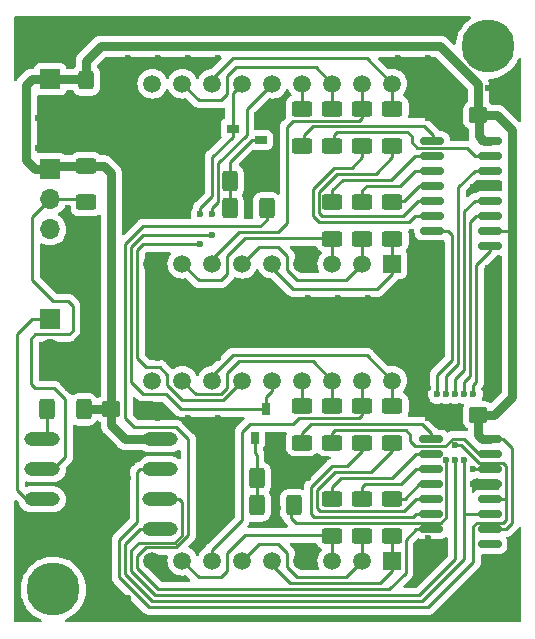
<source format=gtl>
%TF.GenerationSoftware,KiCad,Pcbnew,(6.0.9)*%
%TF.CreationDate,2022-12-10T14:47:00+01:00*%
%TF.ProjectId,Hygrometer_SMD_doubleSided,48796772-6f6d-4657-9465-725f534d445f,rev?*%
%TF.SameCoordinates,Original*%
%TF.FileFunction,Copper,L1,Top*%
%TF.FilePolarity,Positive*%
%FSLAX46Y46*%
G04 Gerber Fmt 4.6, Leading zero omitted, Abs format (unit mm)*
G04 Created by KiCad (PCBNEW (6.0.9)) date 2022-12-10 14:47:00*
%MOMM*%
%LPD*%
G01*
G04 APERTURE LIST*
G04 Aperture macros list*
%AMRoundRect*
0 Rectangle with rounded corners*
0 $1 Rounding radius*
0 $2 $3 $4 $5 $6 $7 $8 $9 X,Y pos of 4 corners*
0 Add a 4 corners polygon primitive as box body*
4,1,4,$2,$3,$4,$5,$6,$7,$8,$9,$2,$3,0*
0 Add four circle primitives for the rounded corners*
1,1,$1+$1,$2,$3*
1,1,$1+$1,$4,$5*
1,1,$1+$1,$6,$7*
1,1,$1+$1,$8,$9*
0 Add four rect primitives between the rounded corners*
20,1,$1+$1,$2,$3,$4,$5,0*
20,1,$1+$1,$4,$5,$6,$7,0*
20,1,$1+$1,$6,$7,$8,$9,0*
20,1,$1+$1,$8,$9,$2,$3,0*%
G04 Aperture macros list end*
%TA.AperFunction,SMDPad,CuDef*%
%ADD10R,1.000000X0.700000*%
%TD*%
%TA.AperFunction,SMDPad,CuDef*%
%ADD11R,0.700000X1.000000*%
%TD*%
%TA.AperFunction,SMDPad,CuDef*%
%ADD12RoundRect,0.250000X-0.625000X0.400000X-0.625000X-0.400000X0.625000X-0.400000X0.625000X0.400000X0*%
%TD*%
%TA.AperFunction,SMDPad,CuDef*%
%ADD13RoundRect,0.250000X0.625000X-0.400000X0.625000X0.400000X-0.625000X0.400000X-0.625000X-0.400000X0*%
%TD*%
%TA.AperFunction,SMDPad,CuDef*%
%ADD14RoundRect,0.250000X-0.400000X-0.625000X0.400000X-0.625000X0.400000X0.625000X-0.400000X0.625000X0*%
%TD*%
%TA.AperFunction,SMDPad,CuDef*%
%ADD15RoundRect,0.150000X-0.825000X-0.150000X0.825000X-0.150000X0.825000X0.150000X-0.825000X0.150000X0*%
%TD*%
%TA.AperFunction,ComponentPad*%
%ADD16R,1.700000X1.700000*%
%TD*%
%TA.AperFunction,ComponentPad*%
%ADD17O,1.700000X1.700000*%
%TD*%
%TA.AperFunction,SMDPad,CuDef*%
%ADD18RoundRect,0.250000X0.400000X0.625000X-0.400000X0.625000X-0.400000X-0.625000X0.400000X-0.625000X0*%
%TD*%
%TA.AperFunction,SMDPad,CuDef*%
%ADD19RoundRect,0.250000X-0.425000X0.537500X-0.425000X-0.537500X0.425000X-0.537500X0.425000X0.537500X0*%
%TD*%
%TA.AperFunction,SMDPad,CuDef*%
%ADD20RoundRect,0.250000X0.537500X0.425000X-0.537500X0.425000X-0.537500X-0.425000X0.537500X-0.425000X0*%
%TD*%
%TA.AperFunction,SMDPad,CuDef*%
%ADD21RoundRect,0.250000X-0.537500X-0.425000X0.537500X-0.425000X0.537500X0.425000X-0.537500X0.425000X0*%
%TD*%
%TA.AperFunction,SMDPad,CuDef*%
%ADD22O,2.999999X1.200000*%
%TD*%
%TA.AperFunction,ComponentPad*%
%ADD23R,1.500000X1.500000*%
%TD*%
%TA.AperFunction,ComponentPad*%
%ADD24C,1.500000*%
%TD*%
%TA.AperFunction,ViaPad*%
%ADD25C,4.500001*%
%TD*%
%TA.AperFunction,ViaPad*%
%ADD26C,0.600000*%
%TD*%
%TA.AperFunction,Conductor*%
%ADD27C,0.254000*%
%TD*%
%TA.AperFunction,Conductor*%
%ADD28C,0.762000*%
%TD*%
G04 APERTURE END LIST*
D10*
%TO.P,Q2,1,B*%
%TO.N,Q_ONES*%
X65951000Y-38619000D03*
%TO.P,Q2,2,E*%
%TO.N,GND*%
X65951000Y-36719000D03*
%TO.P,Q2,3,C*%
%TO.N,ONES*%
X63551000Y-37669000D03*
%TD*%
D11*
%TO.P,Q1,1,B*%
%TO.N,Q_TENS*%
X65452000Y-63818000D03*
%TO.P,Q1,2,E*%
%TO.N,GND*%
X67352000Y-63818000D03*
%TO.P,Q1,3,C*%
%TO.N,TENS*%
X66402000Y-61418000D03*
%TD*%
D12*
%TO.P,R2,1*%
%TO.N,A_hum*%
X71990000Y-35992000D03*
%TO.P,R2,2*%
%TO.N,Net-(R2-Pad2)*%
X71990000Y-39092000D03*
%TD*%
%TO.P,R3,1*%
%TO.N,B_hum*%
X69450000Y-35992000D03*
%TO.P,R3,2*%
%TO.N,Net-(R3-Pad2)*%
X69450000Y-39092000D03*
%TD*%
D13*
%TO.P,R5,1*%
%TO.N,D_hum*%
X74530000Y-46966000D03*
%TO.P,R5,2*%
%TO.N,Net-(R5-Pad2)*%
X74530000Y-43866000D03*
%TD*%
%TO.P,R6,1*%
%TO.N,E_hum*%
X77070000Y-46966000D03*
%TO.P,R6,2*%
%TO.N,Net-(R6-Pad2)*%
X77070000Y-43866000D03*
%TD*%
D12*
%TO.P,R7,1*%
%TO.N,F_hum*%
X77070000Y-35992000D03*
%TO.P,R7,2*%
%TO.N,Net-(R7-Pad2)*%
X77070000Y-39092000D03*
%TD*%
%TO.P,R8,1*%
%TO.N,G_hum*%
X74530000Y-35992000D03*
%TO.P,R8,2*%
%TO.N,Net-(R8-Pad2)*%
X74530000Y-39092000D03*
%TD*%
D14*
%TO.P,R9,1*%
%TO.N,Q_TENS*%
X65614000Y-69546000D03*
%TO.P,R9,2*%
%TO.N,Net-(R9-Pad2)*%
X68714000Y-69546000D03*
%TD*%
D12*
%TO.P,R10,1*%
%TO.N,A_tmp*%
X71990000Y-61138000D03*
%TO.P,R10,2*%
%TO.N,Net-(R10-Pad2)*%
X71990000Y-64238000D03*
%TD*%
%TO.P,R11,1*%
%TO.N,B_tmp*%
X69450000Y-61138000D03*
%TO.P,R11,2*%
%TO.N,Net-(R11-Pad2)*%
X69450000Y-64238000D03*
%TD*%
D13*
%TO.P,R12,1*%
%TO.N,C_tmp*%
X71990000Y-72112000D03*
%TO.P,R12,2*%
%TO.N,Net-(R12-Pad2)*%
X71990000Y-69012000D03*
%TD*%
%TO.P,R13,1*%
%TO.N,D_tmp*%
X74530000Y-72112000D03*
%TO.P,R13,2*%
%TO.N,Net-(R13-Pad2)*%
X74530000Y-69012000D03*
%TD*%
%TO.P,R14,1*%
%TO.N,E_tmp*%
X77070000Y-72112000D03*
%TO.P,R14,2*%
%TO.N,Net-(R14-Pad2)*%
X77070000Y-69012000D03*
%TD*%
D12*
%TO.P,R15,1*%
%TO.N,F_tmp*%
X77070000Y-61138000D03*
%TO.P,R15,2*%
%TO.N,Net-(R15-Pad2)*%
X77070000Y-64238000D03*
%TD*%
%TO.P,R16,1*%
%TO.N,G_tmp*%
X74530000Y-61138000D03*
%TO.P,R16,2*%
%TO.N,Net-(R16-Pad2)*%
X74530000Y-64238000D03*
%TD*%
D14*
%TO.P,R17,1*%
%TO.N,Q_ONES*%
X63328000Y-44400000D03*
%TO.P,R17,2*%
%TO.N,Net-(R17-Pad2)*%
X66428000Y-44400000D03*
%TD*%
D15*
%TO.P,U2,1,QB*%
%TO.N,Net-(R3-Pad2)*%
X80437000Y-38685000D03*
%TO.P,U2,2,QC*%
%TO.N,Net-(R4-Pad2)*%
X80437000Y-39955000D03*
%TO.P,U2,3,QD*%
%TO.N,Net-(R5-Pad2)*%
X80437000Y-41225000D03*
%TO.P,U2,4,QE*%
%TO.N,Net-(R6-Pad2)*%
X80437000Y-42495000D03*
%TO.P,U2,5,QF*%
%TO.N,Net-(R7-Pad2)*%
X80437000Y-43765000D03*
%TO.P,U2,6,QG*%
%TO.N,Net-(R8-Pad2)*%
X80437000Y-45035000D03*
%TO.P,U2,7,QH*%
%TO.N,Net-(R9-Pad2)*%
X80437000Y-46305000D03*
%TO.P,U2,8,GND*%
%TO.N,GND*%
X80437000Y-47575000D03*
%TO.P,U2,9,QH'*%
%TO.N,Net-(U2-Pad9)*%
X85387000Y-47575000D03*
%TO.P,U2,10,~{SRCLR}*%
%TO.N,VCC*%
X85387000Y-46305000D03*
%TO.P,U2,11,SRCLK*%
%TO.N,/SRCLK*%
X85387000Y-45035000D03*
%TO.P,U2,12,RCLK*%
%TO.N,/RCLK*%
X85387000Y-43765000D03*
%TO.P,U2,13,~{OE}*%
%TO.N,GND*%
X85387000Y-42495000D03*
%TO.P,U2,14,SER*%
%TO.N,/DATA*%
X85387000Y-41225000D03*
%TO.P,U2,15,QA*%
%TO.N,Net-(R2-Pad2)*%
X85387000Y-39955000D03*
%TO.P,U2,16,VCC*%
%TO.N,VCC*%
X85387000Y-38685000D03*
%TD*%
%TO.P,U3,1,QB*%
%TO.N,Net-(R11-Pad2)*%
X80372000Y-63958000D03*
%TO.P,U3,2,QC*%
%TO.N,Net-(R12-Pad2)*%
X80372000Y-65228000D03*
%TO.P,U3,3,QD*%
%TO.N,Net-(R13-Pad2)*%
X80372000Y-66498000D03*
%TO.P,U3,4,QE*%
%TO.N,Net-(R14-Pad2)*%
X80372000Y-67768000D03*
%TO.P,U3,5,QF*%
%TO.N,Net-(R15-Pad2)*%
X80372000Y-69038000D03*
%TO.P,U3,6,QG*%
%TO.N,Net-(R16-Pad2)*%
X80372000Y-70308000D03*
%TO.P,U3,7,QH*%
%TO.N,Net-(R17-Pad2)*%
X80372000Y-71578000D03*
%TO.P,U3,8,GND*%
%TO.N,GND*%
X80372000Y-72848000D03*
%TO.P,U3,9,QH'*%
%TO.N,unconnected-(U3-Pad9)*%
X85322000Y-72848000D03*
%TO.P,U3,10,~{SRCLR}*%
%TO.N,VCC*%
X85322000Y-71578000D03*
%TO.P,U3,11,SRCLK*%
%TO.N,/SRCLK*%
X85322000Y-70308000D03*
%TO.P,U3,12,RCLK*%
%TO.N,/RCLK*%
X85322000Y-69038000D03*
%TO.P,U3,13,~{OE}*%
%TO.N,GND*%
X85322000Y-67768000D03*
%TO.P,U3,14,SER*%
%TO.N,Net-(U2-Pad9)*%
X85322000Y-66498000D03*
%TO.P,U3,15,QA*%
%TO.N,Net-(R10-Pad2)*%
X85322000Y-65228000D03*
%TO.P,U3,16,VCC*%
%TO.N,VCC*%
X85322000Y-63958000D03*
%TD*%
D13*
%TO.P,R4,1*%
%TO.N,C_hum*%
X71990000Y-46966000D03*
%TO.P,R4,2*%
%TO.N,Net-(R4-Pad2)*%
X71990000Y-43866000D03*
%TD*%
D16*
%TO.P,J1,1,Pin_1*%
%TO.N,VCC*%
X48114000Y-33478000D03*
D17*
%TO.P,J1,2,Pin_2*%
%TO.N,GND*%
X48114000Y-36018000D03*
%TD*%
D18*
%TO.P,R1,1*%
%TO.N,VCC*%
X50934000Y-61418000D03*
%TO.P,R1,2*%
%TO.N,Net-(R1-Pad2)*%
X47834000Y-61418000D03*
%TD*%
D16*
%TO.P,SW1,1,1*%
%TO.N,Net-(SW1-Pad1)*%
X48114000Y-53793000D03*
D17*
%TO.P,SW1,2,2*%
%TO.N,GND*%
X48114000Y-56333000D03*
%TD*%
D16*
%TO.P,J6,1,Pin_1*%
%TO.N,VCC*%
X48114000Y-41098000D03*
D17*
%TO.P,J6,2,Pin_2*%
%TO.N,Net-(J6-Pad2)*%
X48114000Y-43638000D03*
%TO.P,J6,3,Pin_3*%
%TO.N,unconnected-(J6-Pad3)*%
X48114000Y-46178000D03*
%TO.P,J6,4,Pin_4*%
%TO.N,GND*%
X48114000Y-48718000D03*
%TD*%
D18*
%TO.P,R19,1*%
%TO.N,GND*%
X68714000Y-67260000D03*
%TO.P,R19,2*%
%TO.N,Q_TENS*%
X65614000Y-67260000D03*
%TD*%
%TO.P,R18,1*%
%TO.N,GND*%
X66428000Y-42114000D03*
%TO.P,R18,2*%
%TO.N,Q_ONES*%
X63328000Y-42114000D03*
%TD*%
D13*
%TO.P,R20,1*%
%TO.N,Net-(J6-Pad2)*%
X51162000Y-43903000D03*
%TO.P,R20,2*%
%TO.N,VCC*%
X51162000Y-40803000D03*
%TD*%
D19*
%TO.P,C4,1*%
%TO.N,VCC*%
X51162000Y-33564500D03*
%TO.P,C4,2*%
%TO.N,GND*%
X51162000Y-36439500D03*
%TD*%
D20*
%TO.P,C2,1*%
%TO.N,VCC*%
X84349500Y-36526000D03*
%TO.P,C2,2*%
%TO.N,GND*%
X81474500Y-36526000D03*
%TD*%
%TO.P,C3,1*%
%TO.N,VCC*%
X84349500Y-61926000D03*
%TO.P,C3,2*%
%TO.N,GND*%
X81474500Y-61926000D03*
%TD*%
D21*
%TO.P,C1,1*%
%TO.N,VCC*%
X53280500Y-61418000D03*
%TO.P,C1,2*%
%TO.N,GND*%
X56155500Y-61418000D03*
%TD*%
D22*
%TO.P,U1,1,~{RESET}/PB5*%
%TO.N,Net-(R1-Pad2)*%
X47432000Y-63958000D03*
%TO.P,U1,2,XTAL1/PB3*%
%TO.N,Net-(J6-Pad2)*%
X47432000Y-66498000D03*
%TO.P,U1,3,XTAL2/PB4*%
%TO.N,Net-(SW1-Pad1)*%
X47432000Y-69038000D03*
%TO.P,U1,4,GND*%
%TO.N,GND*%
X47432000Y-71578000D03*
%TO.P,U1,5,AREF/PB0*%
%TO.N,/SRCLK*%
X57432000Y-71578000D03*
%TO.P,U1,6,PB1*%
%TO.N,/DATA*%
X57432000Y-69038000D03*
%TO.P,U1,7,PB2*%
%TO.N,/RCLK*%
X57432000Y-66498000D03*
%TO.P,U1,8,VCC*%
%TO.N,VCC*%
X57432000Y-63958000D03*
%TD*%
D23*
%TO.P,U4,1,1E*%
%TO.N,E_tmp*%
X77070000Y-74245000D03*
D24*
%TO.P,U4,2,1D*%
%TO.N,D_tmp*%
X74530000Y-74245000D03*
%TO.P,U4,3,1C*%
%TO.N,C_tmp*%
X71990000Y-74245000D03*
%TO.P,U4,4,1DP*%
%TO.N,GND*%
X69450000Y-74245000D03*
%TO.P,U4,5,2E*%
%TO.N,E_tmp*%
X66910000Y-74245000D03*
%TO.P,U4,6,2D*%
%TO.N,D_tmp*%
X64370000Y-74245000D03*
%TO.P,U4,7,2G*%
%TO.N,G_tmp*%
X61830000Y-74245000D03*
%TO.P,U4,8,2C*%
%TO.N,C_tmp*%
X59290000Y-74245000D03*
%TO.P,U4,9,2DP*%
%TO.N,GND*%
X56750000Y-74245000D03*
%TO.P,U4,10,2B*%
%TO.N,B_tmp*%
X56750000Y-59005000D03*
%TO.P,U4,11,2A*%
%TO.N,A_tmp*%
X59290000Y-59005000D03*
%TO.P,U4,12,2F*%
%TO.N,F_tmp*%
X61830000Y-59005000D03*
%TO.P,U4,13,2CC*%
%TO.N,ONES*%
X64370000Y-59005000D03*
%TO.P,U4,14,1CC*%
%TO.N,TENS*%
X66910000Y-59005000D03*
%TO.P,U4,15,1B*%
%TO.N,B_tmp*%
X69450000Y-59005000D03*
%TO.P,U4,16,1A*%
%TO.N,A_tmp*%
X71990000Y-59005000D03*
%TO.P,U4,17,1G*%
%TO.N,G_tmp*%
X74530000Y-59005000D03*
%TO.P,U4,18,1F*%
%TO.N,F_tmp*%
X77070000Y-59005000D03*
%TD*%
D23*
%TO.P,U5,1,1E*%
%TO.N,E_hum*%
X77070000Y-49099000D03*
D24*
%TO.P,U5,2,1D*%
%TO.N,D_hum*%
X74530000Y-49099000D03*
%TO.P,U5,3,1C*%
%TO.N,C_hum*%
X71990000Y-49099000D03*
%TO.P,U5,4,1DP*%
%TO.N,GND*%
X69450000Y-49099000D03*
%TO.P,U5,5,2E*%
%TO.N,E_hum*%
X66910000Y-49099000D03*
%TO.P,U5,6,2D*%
%TO.N,D_hum*%
X64370000Y-49099000D03*
%TO.P,U5,7,2G*%
%TO.N,G_hum*%
X61830000Y-49099000D03*
%TO.P,U5,8,2C*%
%TO.N,C_hum*%
X59290000Y-49099000D03*
%TO.P,U5,9,2DP*%
%TO.N,GND*%
X56750000Y-49099000D03*
%TO.P,U5,10,2B*%
%TO.N,B_hum*%
X56750000Y-33859000D03*
%TO.P,U5,11,2A*%
%TO.N,A_hum*%
X59290000Y-33859000D03*
%TO.P,U5,12,2F*%
%TO.N,F_hum*%
X61830000Y-33859000D03*
%TO.P,U5,13,2CC*%
%TO.N,ONES*%
X64370000Y-33859000D03*
%TO.P,U5,14,1CC*%
%TO.N,TENS*%
X66910000Y-33859000D03*
%TO.P,U5,15,1B*%
%TO.N,B_hum*%
X69450000Y-33859000D03*
%TO.P,U5,16,1A*%
%TO.N,A_hum*%
X71990000Y-33859000D03*
%TO.P,U5,17,1G*%
%TO.N,G_hum*%
X74530000Y-33859000D03*
%TO.P,U5,18,1F*%
%TO.N,F_hum*%
X77070000Y-33859000D03*
%TD*%
D25*
%TO.N,*%
X48368000Y-76658000D03*
X85198000Y-30684000D03*
D26*
%TO.N,GND*%
X62338000Y-62180000D03*
X52178000Y-69800000D03*
X85198000Y-34240000D03*
X49638000Y-39320000D03*
X49638000Y-36780000D03*
X47098000Y-36780000D03*
X82658000Y-29160000D03*
X52178000Y-39320000D03*
X54718000Y-34240000D03*
X69958000Y-29160000D03*
X62338000Y-57100000D03*
X49638000Y-59640000D03*
X59798000Y-52020000D03*
X69958000Y-54560000D03*
X52178000Y-46940000D03*
X54718000Y-36780000D03*
X77578000Y-29160000D03*
X80118000Y-34240000D03*
X80118000Y-52020000D03*
X67418000Y-29160000D03*
X83928000Y-67768000D03*
X57258000Y-29160000D03*
X82658000Y-77420000D03*
X47098000Y-31700000D03*
X62338000Y-29160000D03*
X54718000Y-44400000D03*
X69958000Y-52020000D03*
X62338000Y-31700000D03*
X80118000Y-57100000D03*
X67418000Y-54560000D03*
X57258000Y-41860000D03*
X62338000Y-36780000D03*
X49638000Y-67260000D03*
X59798000Y-44400000D03*
X67291000Y-36780000D03*
X82658000Y-34240000D03*
X64878000Y-54560000D03*
X49638000Y-31700000D03*
X57258000Y-44400000D03*
X49638000Y-57100000D03*
X52178000Y-72340000D03*
X75038000Y-54560000D03*
X52178000Y-54560000D03*
X62338000Y-64720000D03*
X52178000Y-64720000D03*
X59798000Y-41860000D03*
X47098000Y-39320000D03*
X59798000Y-62180000D03*
X57258000Y-36780000D03*
X67418000Y-52020000D03*
X62338000Y-54560000D03*
X80118000Y-72340000D03*
X80118000Y-49480000D03*
X80118000Y-54560000D03*
X67291000Y-39320000D03*
X64878000Y-41860000D03*
X57258000Y-57100000D03*
X85198000Y-57100000D03*
X54718000Y-29160000D03*
X77578000Y-57100000D03*
X72498000Y-52020000D03*
X52178000Y-29160000D03*
X47098000Y-29160000D03*
X52178000Y-77420000D03*
X59798000Y-54560000D03*
X49638000Y-29160000D03*
X54718000Y-39320000D03*
X85198000Y-77420000D03*
X62338000Y-67260000D03*
X80118000Y-62180000D03*
X80118000Y-29160000D03*
X54718000Y-41860000D03*
X59798000Y-36780000D03*
X85198000Y-74880000D03*
X57258000Y-54560000D03*
X80118000Y-74880000D03*
X49638000Y-72340000D03*
X80118000Y-31700000D03*
X64878000Y-44400000D03*
X62338000Y-69800000D03*
X57258000Y-39320000D03*
X85198000Y-52020000D03*
X52178000Y-57100000D03*
X64878000Y-52020000D03*
X54718000Y-77420000D03*
X54718000Y-31700000D03*
X52178000Y-67260000D03*
X57258000Y-62180000D03*
X67418000Y-69800000D03*
X49638000Y-69800000D03*
X69958000Y-67260000D03*
X85198000Y-49480000D03*
X80118000Y-59640000D03*
X52178000Y-52020000D03*
X59798000Y-29160000D03*
X85198000Y-59640000D03*
X77578000Y-52020000D03*
X67418000Y-67260000D03*
X72498000Y-54560000D03*
X72498000Y-29160000D03*
X83928000Y-42622000D03*
X57258000Y-31700000D03*
X77578000Y-54560000D03*
X82658000Y-36780000D03*
X49638000Y-49480000D03*
X54718000Y-67260000D03*
X49638000Y-44400000D03*
X64878000Y-29160000D03*
X52178000Y-49480000D03*
X59798000Y-31700000D03*
X77578000Y-31700000D03*
X75038000Y-29160000D03*
X85198000Y-54560000D03*
X49638000Y-46940000D03*
X59798000Y-57100000D03*
X80118000Y-36780000D03*
X52178000Y-74880000D03*
X52178000Y-59640000D03*
X59798000Y-39320000D03*
X57258000Y-52020000D03*
X62338000Y-52020000D03*
X75038000Y-52020000D03*
%TO.N,Net-(R9-Pad2)*%
X80880000Y-60148000D03*
X81646185Y-65739367D03*
%TO.N,/SRCLK*%
X83153020Y-65748980D03*
X83166000Y-60148000D03*
%TO.N,/DATA*%
X81642000Y-60148000D03*
X82404000Y-65736000D03*
%TO.N,/RCLK*%
X82404000Y-60148000D03*
X82411788Y-64453020D03*
%TO.N,Net-(U2-Pad9)*%
X83938384Y-60158384D03*
X83928000Y-66498000D03*
%TO.N,TENS*%
X61830000Y-44908000D03*
X61830000Y-46686000D03*
%TO.N,ONES*%
X60814000Y-44908000D03*
X60814000Y-47448000D03*
%TD*%
D27*
%TO.N,TENS*%
X61830000Y-44400000D02*
X61830000Y-44908000D01*
X62338000Y-40590000D02*
X62338000Y-43892000D01*
X64751000Y-38177000D02*
X62338000Y-40590000D01*
X64751000Y-36018000D02*
X64751000Y-38177000D01*
X66910000Y-33859000D02*
X64751000Y-36018000D01*
X62338000Y-43892000D02*
X61830000Y-44400000D01*
%TO.N,G_tmp*%
X61830000Y-73356000D02*
X61830000Y-74245000D01*
X64370000Y-70816000D02*
X61830000Y-73356000D01*
X65005000Y-62688000D02*
X64370000Y-63323000D01*
X64370000Y-63323000D02*
X64370000Y-70816000D01*
X69196000Y-62180000D02*
X68688000Y-62688000D01*
X74276000Y-62180000D02*
X69196000Y-62180000D01*
X74530000Y-61926000D02*
X74276000Y-62180000D01*
X74530000Y-61138000D02*
X74530000Y-61926000D01*
X68688000Y-62688000D02*
X65005000Y-62688000D01*
%TO.N,TENS*%
X59163000Y-61418000D02*
X66402000Y-61418000D01*
X57893000Y-60148000D02*
X59163000Y-61418000D01*
X55988000Y-60148000D02*
X57893000Y-60148000D01*
X55988000Y-46686000D02*
X54972000Y-47702000D01*
X54972000Y-47702000D02*
X54972000Y-59132000D01*
X61830000Y-46686000D02*
X55988000Y-46686000D01*
X54972000Y-59132000D02*
X55988000Y-60148000D01*
X66910000Y-59894000D02*
X66910000Y-59005000D01*
X66402000Y-61418000D02*
X66402000Y-60402000D01*
X66402000Y-60402000D02*
X66910000Y-59894000D01*
%TO.N,Q_TENS*%
X65452000Y-65101000D02*
X65452000Y-64269000D01*
X65614000Y-69546000D02*
X65614000Y-65263000D01*
X65614000Y-65263000D02*
X65452000Y-65101000D01*
%TO.N,Q_ONES*%
X65198000Y-38619000D02*
X65951000Y-38619000D01*
X63328000Y-40489000D02*
X65198000Y-38619000D01*
X63328000Y-42114000D02*
X63328000Y-40489000D01*
%TO.N,ONES*%
X63551000Y-34678000D02*
X64370000Y-33859000D01*
X63551000Y-38361000D02*
X63551000Y-34678000D01*
X61830000Y-40082000D02*
X63551000Y-38361000D01*
X61830000Y-43384000D02*
X61830000Y-40082000D01*
X60814000Y-44908000D02*
X60814000Y-44400000D01*
X60814000Y-44400000D02*
X61830000Y-43384000D01*
%TO.N,GND*%
X85387000Y-42495000D02*
X84055000Y-42495000D01*
X84055000Y-42495000D02*
X83928000Y-42622000D01*
X85322000Y-67768000D02*
X83928000Y-67768000D01*
D28*
%TO.N,VCC*%
X51075500Y-33478000D02*
X51162000Y-33564500D01*
X52432000Y-30684000D02*
X81134000Y-30684000D01*
D27*
X87230000Y-64720000D02*
X86468000Y-63958000D01*
X85322000Y-71578000D02*
X86722000Y-71578000D01*
D28*
X48114000Y-33478000D02*
X46590000Y-33478000D01*
X50934000Y-61418000D02*
X53280500Y-61418000D01*
X54464000Y-63958000D02*
X57432000Y-63958000D01*
X81134000Y-30684000D02*
X84349500Y-33899500D01*
D27*
X86722000Y-71578000D02*
X87230000Y-71070000D01*
D28*
X87230000Y-37796000D02*
X87230000Y-60402000D01*
X84349500Y-33899500D02*
X84349500Y-36526000D01*
X84796750Y-38664750D02*
X85366750Y-38664750D01*
X46844000Y-41098000D02*
X48114000Y-41098000D01*
X48114000Y-41098000D02*
X48409000Y-40803000D01*
X84690000Y-63958000D02*
X85322000Y-63958000D01*
X87230000Y-60402000D02*
X85706000Y-61926000D01*
X53280500Y-62774500D02*
X54464000Y-63958000D01*
X46082000Y-33986000D02*
X46082000Y-40336000D01*
D27*
X86468000Y-63958000D02*
X85322000Y-63958000D01*
D28*
X46590000Y-33478000D02*
X46082000Y-33986000D01*
X46082000Y-40336000D02*
X46844000Y-41098000D01*
X52645000Y-40803000D02*
X53280500Y-41438500D01*
X51162000Y-40803000D02*
X52645000Y-40803000D01*
X51162000Y-33564500D02*
X51162000Y-31954000D01*
X84349500Y-36526000D02*
X85960000Y-36526000D01*
X84349500Y-63617500D02*
X84690000Y-63958000D01*
X48409000Y-40803000D02*
X51162000Y-40803000D01*
D27*
X87230000Y-71070000D02*
X87230000Y-64720000D01*
D28*
X84436000Y-36866500D02*
X84436000Y-38304000D01*
X48114000Y-33478000D02*
X51075500Y-33478000D01*
X53280500Y-61418000D02*
X53280500Y-62774500D01*
X51162000Y-31954000D02*
X52432000Y-30684000D01*
X85960000Y-36526000D02*
X87230000Y-37796000D01*
X85706000Y-61926000D02*
X84349500Y-61926000D01*
X53280500Y-41438500D02*
X53280500Y-61418000D01*
D27*
X85387000Y-46305000D02*
X87484000Y-46305000D01*
D28*
X84436000Y-38304000D02*
X84796750Y-38664750D01*
X84075250Y-36505750D02*
X84436000Y-36866500D01*
X84349500Y-61926000D02*
X84349500Y-63617500D01*
D27*
%TO.N,Net-(R1-Pad2)*%
X47834000Y-61418000D02*
X47834000Y-63556000D01*
X47834000Y-63556000D02*
X47432000Y-63958000D01*
%TO.N,Net-(R2-Pad2)*%
X78327480Y-37936000D02*
X72358000Y-37936000D01*
X85436000Y-39968000D02*
X84068000Y-39968000D01*
X78708000Y-38825000D02*
X78708000Y-38316520D01*
X72358000Y-37936000D02*
X72104000Y-38190000D01*
X84068000Y-39968000D02*
X83420000Y-39320000D01*
X72104000Y-38190000D02*
X72104000Y-38978000D01*
X79203000Y-39320000D02*
X78708000Y-38825000D01*
X83420000Y-39320000D02*
X79203000Y-39320000D01*
X78708000Y-38316520D02*
X78327480Y-37936000D01*
%TO.N,Net-(R3-Pad2)*%
X80486000Y-38190000D02*
X79724000Y-37428000D01*
X80486000Y-38698000D02*
X80486000Y-38190000D01*
X79724000Y-37428000D02*
X70326000Y-37428000D01*
X69564000Y-38190000D02*
X69564000Y-38978000D01*
X70326000Y-37428000D02*
X69564000Y-38190000D01*
%TO.N,Net-(R4-Pad2)*%
X80486000Y-39968000D02*
X78962000Y-39968000D01*
X71990000Y-42876000D02*
X71990000Y-43866000D01*
X78962000Y-39968000D02*
X76930000Y-42000000D01*
X76930000Y-42000000D02*
X72866000Y-42000000D01*
X72866000Y-42000000D02*
X71990000Y-42876000D01*
%TO.N,Net-(R5-Pad2)*%
X77692000Y-42508000D02*
X74898000Y-42508000D01*
X74530000Y-42876000D02*
X74530000Y-43866000D01*
X74898000Y-42508000D02*
X74530000Y-42876000D01*
X80486000Y-41238000D02*
X78962000Y-41238000D01*
X78962000Y-41238000D02*
X77692000Y-42508000D01*
%TO.N,Net-(R6-Pad2)*%
X80486000Y-42508000D02*
X79343000Y-42508000D01*
X79343000Y-42508000D02*
X78099000Y-43752000D01*
X78099000Y-43752000D02*
X77184000Y-43752000D01*
%TO.N,Net-(R7-Pad2)*%
X75660000Y-41492000D02*
X72358000Y-41492000D01*
X70834000Y-44794000D02*
X71088000Y-45048000D01*
X77070000Y-39092000D02*
X77070000Y-40082000D01*
X71088000Y-45048000D02*
X77946000Y-45048000D01*
X77946000Y-45048000D02*
X79216000Y-43778000D01*
X77070000Y-40082000D02*
X75660000Y-41492000D01*
X79216000Y-43778000D02*
X80486000Y-43778000D01*
X70834000Y-43016000D02*
X70834000Y-44794000D01*
X72358000Y-41492000D02*
X70834000Y-43016000D01*
%TO.N,Net-(R8-Pad2)*%
X70326000Y-45048000D02*
X70834000Y-45556000D01*
X70326000Y-42762000D02*
X70326000Y-45048000D01*
X78453169Y-45556000D02*
X78961169Y-45048000D01*
X78961169Y-45048000D02*
X80486000Y-45048000D01*
X72104000Y-40984000D02*
X70326000Y-42762000D01*
X73628000Y-40984000D02*
X72104000Y-40984000D01*
X74530000Y-40082000D02*
X73628000Y-40984000D01*
X70834000Y-45556000D02*
X78453169Y-45556000D01*
X74530000Y-39092000D02*
X74530000Y-40082000D01*
%TO.N,Net-(R9-Pad2)*%
X81646185Y-65739367D02*
X81646185Y-70579478D01*
X81646185Y-70579478D02*
X81201183Y-71024480D01*
X80880000Y-60148000D02*
X80880000Y-58497000D01*
X68896480Y-71024480D02*
X68460000Y-70588000D01*
X82150000Y-57227000D02*
X82150000Y-46686000D01*
X81769000Y-46305000D02*
X80437000Y-46305000D01*
X82150000Y-46686000D02*
X81769000Y-46305000D01*
X68460000Y-70588000D02*
X68460000Y-69546000D01*
X81201183Y-71024480D02*
X68896480Y-71024480D01*
X80880000Y-58497000D02*
X82150000Y-57227000D01*
%TO.N,Net-(R10-Pad2)*%
X72244000Y-63196000D02*
X71990000Y-63450000D01*
X79020520Y-64511520D02*
X78594000Y-64085000D01*
X78213480Y-63196000D02*
X72244000Y-63196000D01*
X78594000Y-63576520D02*
X78213480Y-63196000D01*
X81570504Y-64511520D02*
X79020520Y-64511520D01*
X78594000Y-64085000D02*
X78594000Y-63576520D01*
X83107509Y-63899509D02*
X82182515Y-63899509D01*
X82182515Y-63899509D02*
X81570504Y-64511520D01*
X84436000Y-65228000D02*
X83107509Y-63899509D01*
X71990000Y-63450000D02*
X71990000Y-64238000D01*
X85322000Y-65228000D02*
X84436000Y-65228000D01*
%TO.N,Net-(R11-Pad2)*%
X79610000Y-62688000D02*
X70212000Y-62688000D01*
X80372000Y-63450000D02*
X79610000Y-62688000D01*
X69450000Y-63450000D02*
X69450000Y-64238000D01*
X80372000Y-63958000D02*
X80372000Y-63450000D01*
X70212000Y-62688000D02*
X69450000Y-63450000D01*
%TO.N,Net-(R12-Pad2)*%
X79102000Y-65228000D02*
X77070000Y-67260000D01*
X77070000Y-67260000D02*
X72752000Y-67260000D01*
X71990000Y-68022000D02*
X71990000Y-69012000D01*
X80372000Y-65228000D02*
X79102000Y-65228000D01*
X72752000Y-67260000D02*
X71990000Y-68022000D01*
%TO.N,Net-(R13-Pad2)*%
X74784000Y-67768000D02*
X74530000Y-68022000D01*
X77832000Y-67768000D02*
X74784000Y-67768000D01*
X80372000Y-66498000D02*
X79102000Y-66498000D01*
X74530000Y-68022000D02*
X74530000Y-69012000D01*
X79102000Y-66498000D02*
X77832000Y-67768000D01*
%TO.N,Net-(R14-Pad2)*%
X79356000Y-67768000D02*
X78112000Y-69012000D01*
X78112000Y-69012000D02*
X77070000Y-69012000D01*
X80372000Y-67768000D02*
X79356000Y-67768000D01*
%TO.N,Net-(R15-Pad2)*%
X78052542Y-70054000D02*
X79068542Y-69038000D01*
X77070000Y-64238000D02*
X77070000Y-64974000D01*
X72244000Y-66752000D02*
X70720000Y-68276000D01*
X70720000Y-69800000D02*
X70974000Y-70054000D01*
X77070000Y-64974000D02*
X75292000Y-66752000D01*
X70720000Y-68276000D02*
X70720000Y-69800000D01*
X75292000Y-66752000D02*
X72244000Y-66752000D01*
X70974000Y-70054000D02*
X78052542Y-70054000D01*
X79068542Y-69038000D02*
X80372000Y-69038000D01*
%TO.N,Net-(R16-Pad2)*%
X79100339Y-70308000D02*
X80372000Y-70308000D01*
X71990000Y-66244000D02*
X70212000Y-68022000D01*
X73260000Y-66244000D02*
X71990000Y-66244000D01*
X74530000Y-64974000D02*
X73260000Y-66244000D01*
X70212000Y-70308000D02*
X70466000Y-70562000D01*
X70212000Y-68022000D02*
X70212000Y-70308000D01*
X74530000Y-64238000D02*
X74530000Y-64974000D01*
X78846339Y-70562000D02*
X79100339Y-70308000D01*
X70466000Y-70562000D02*
X78846339Y-70562000D01*
%TO.N,Net-(R17-Pad2)*%
X58782000Y-73102000D02*
X59798000Y-72086000D01*
X55480000Y-73864000D02*
X56242000Y-73102000D01*
X58782000Y-62942000D02*
X55226000Y-62942000D01*
X59798000Y-72086000D02*
X59798000Y-63958000D01*
X55226000Y-62942000D02*
X54464000Y-62180000D01*
X76816000Y-76658000D02*
X57258000Y-76658000D01*
X54464000Y-47448000D02*
X55988000Y-45924000D01*
X55988000Y-45924000D02*
X65894000Y-45924000D01*
X66428000Y-45390000D02*
X66428000Y-44400000D01*
X80372000Y-71578000D02*
X79102000Y-71578000D01*
X78198520Y-72481480D02*
X78198520Y-75275480D01*
X54464000Y-62180000D02*
X54464000Y-47448000D01*
X56242000Y-73102000D02*
X58782000Y-73102000D01*
X57258000Y-76658000D02*
X55480000Y-74880000D01*
X78198520Y-75275480D02*
X76816000Y-76658000D01*
X59798000Y-63958000D02*
X58782000Y-62942000D01*
X65894000Y-45924000D02*
X66428000Y-45390000D01*
X55480000Y-74880000D02*
X55480000Y-73864000D01*
X79102000Y-71578000D02*
X78198520Y-72481480D01*
%TO.N,Net-(SW1-Pad1)*%
X48114000Y-53793000D02*
X46595000Y-53793000D01*
X46595000Y-53793000D02*
X45320000Y-55068000D01*
X45320000Y-55068000D02*
X45320000Y-68276000D01*
X46082000Y-69038000D02*
X47432000Y-69038000D01*
X45320000Y-68276000D02*
X46082000Y-69038000D01*
%TO.N,/SRCLK*%
X83166000Y-65761960D02*
X83166000Y-70308000D01*
X83153020Y-65748980D02*
X83166000Y-65761960D01*
X83166000Y-74118000D02*
X83166000Y-70308000D01*
X83674000Y-45543000D02*
X84182000Y-45035000D01*
X83166000Y-70308000D02*
X85322000Y-70308000D01*
X79610000Y-77674000D02*
X83166000Y-74118000D01*
X54464000Y-75388000D02*
X56750000Y-77674000D01*
X83674000Y-58624000D02*
X83674000Y-45543000D01*
X55734000Y-71578000D02*
X54464000Y-72848000D01*
X83166000Y-60148000D02*
X83166000Y-59132000D01*
X56750000Y-77674000D02*
X79610000Y-77674000D01*
X83166000Y-59132000D02*
X83674000Y-58624000D01*
X57432000Y-71578000D02*
X55734000Y-71578000D01*
X84182000Y-45035000D02*
X85387000Y-45035000D01*
X54464000Y-72848000D02*
X54464000Y-75388000D01*
%TO.N,/DATA*%
X57019068Y-77166000D02*
X54972000Y-75118932D01*
X81642000Y-60148000D02*
X81642000Y-58624000D01*
X54972000Y-73356000D02*
X55622068Y-72705932D01*
X59036000Y-69038000D02*
X57432000Y-69038000D01*
X59290000Y-69292000D02*
X59036000Y-69038000D01*
X82658000Y-42622000D02*
X84055000Y-41225000D01*
X79356000Y-77166000D02*
X57019068Y-77166000D01*
X58639932Y-72705932D02*
X59290000Y-72055864D01*
X54972000Y-75118932D02*
X54972000Y-73356000D01*
X82404000Y-65736000D02*
X82404000Y-74118000D01*
X81642000Y-58624000D02*
X82658000Y-57608000D01*
X55622068Y-72705932D02*
X58639932Y-72705932D01*
X84055000Y-41225000D02*
X85387000Y-41225000D01*
X82658000Y-57608000D02*
X82658000Y-42622000D01*
X59290000Y-72055864D02*
X59290000Y-69292000D01*
X82404000Y-74118000D02*
X79356000Y-77166000D01*
%TO.N,/RCLK*%
X84390480Y-65944480D02*
X86422480Y-65944480D01*
X86422480Y-65944480D02*
X86722000Y-66244000D01*
X84227520Y-71024480D02*
X83928000Y-71324000D01*
X83928000Y-71324000D02*
X83928000Y-74372000D01*
X86483384Y-71024480D02*
X84227520Y-71024480D01*
X83928000Y-74372000D02*
X80118000Y-78182000D01*
X53956000Y-75642000D02*
X53956000Y-72467000D01*
X85322000Y-69038000D02*
X86722000Y-69038000D01*
X86722000Y-66244000D02*
X86722000Y-69546000D01*
X84055000Y-43765000D02*
X85387000Y-43765000D01*
X86722000Y-69546000D02*
X86722000Y-70785864D01*
X82899020Y-64453020D02*
X84390480Y-65944480D01*
X86722000Y-69038000D02*
X86722000Y-69546000D01*
X82404000Y-58878000D02*
X83166000Y-58116000D01*
X55480000Y-70943000D02*
X55480000Y-66752000D01*
X80118000Y-78182000D02*
X56496000Y-78182000D01*
X83166000Y-44654000D02*
X84055000Y-43765000D01*
X82411788Y-64453020D02*
X82899020Y-64453020D01*
X86722000Y-70785864D02*
X86483384Y-71024480D01*
X55734000Y-66498000D02*
X57432000Y-66498000D01*
X82404000Y-60148000D02*
X82404000Y-58878000D01*
X53956000Y-72467000D02*
X55480000Y-70943000D01*
X55480000Y-66752000D02*
X55734000Y-66498000D01*
X56496000Y-78182000D02*
X53956000Y-75642000D01*
X83166000Y-58116000D02*
X83166000Y-44654000D01*
%TO.N,Net-(U2-Pad9)*%
X83938384Y-59375616D02*
X84182000Y-59132000D01*
X84182000Y-49226000D02*
X85387000Y-48021000D01*
X84182000Y-59132000D02*
X84182000Y-49226000D01*
X85387000Y-48021000D02*
X85387000Y-47575000D01*
X83928000Y-66498000D02*
X85322000Y-66498000D01*
X83938384Y-60158384D02*
X83938384Y-59375616D01*
%TO.N,Net-(J6-Pad2)*%
X48368000Y-52274000D02*
X49638000Y-52274000D01*
X48114000Y-43638000D02*
X50897000Y-43638000D01*
X46590000Y-45162000D02*
X46590000Y-50496000D01*
X48442564Y-59640000D02*
X49384000Y-60581436D01*
X49638000Y-52274000D02*
X50019000Y-52655000D01*
X48368000Y-66498000D02*
X47432000Y-66498000D01*
X50019000Y-52655000D02*
X50019000Y-54749022D01*
X46483480Y-55428520D02*
X46483480Y-59279480D01*
X46590000Y-50496000D02*
X48368000Y-52274000D01*
X49384000Y-65482000D02*
X48368000Y-66498000D01*
X50897000Y-43638000D02*
X51162000Y-43903000D01*
X49384000Y-60581436D02*
X49384000Y-65482000D01*
X46844000Y-55068000D02*
X46483480Y-55428520D01*
X46483480Y-59279480D02*
X46844000Y-59640000D01*
X49700022Y-55068000D02*
X46844000Y-55068000D01*
X50019000Y-54749022D02*
X49700022Y-55068000D01*
X46844000Y-59640000D02*
X48442564Y-59640000D01*
X48114000Y-43638000D02*
X46590000Y-45162000D01*
%TO.N,G_hum*%
X68180000Y-45670000D02*
X67418000Y-46432000D01*
X74276000Y-37034000D02*
X68688000Y-37034000D01*
X64116000Y-46432000D02*
X61830000Y-48718000D01*
X67418000Y-46432000D02*
X64116000Y-46432000D01*
X74530000Y-36780000D02*
X74276000Y-37034000D01*
X61830000Y-48718000D02*
X61830000Y-49099000D01*
X74530000Y-35992000D02*
X74530000Y-33859000D01*
X74530000Y-35992000D02*
X74530000Y-36780000D01*
X68180000Y-37542000D02*
X68180000Y-45670000D01*
X68688000Y-37034000D02*
X68180000Y-37542000D01*
%TO.N,F_hum*%
X77070000Y-35992000D02*
X77070000Y-33859000D01*
X74911000Y-31700000D02*
X63608000Y-31700000D01*
X63608000Y-31700000D02*
X61830000Y-33478000D01*
X77070000Y-33859000D02*
X74911000Y-31700000D01*
X61830000Y-33478000D02*
X61830000Y-33859000D01*
%TO.N,E_hum*%
X77070000Y-46966000D02*
X77070000Y-49099000D01*
X66910000Y-49480000D02*
X66910000Y-49099000D01*
X75800000Y-51258000D02*
X68688000Y-51258000D01*
X77070000Y-49099000D02*
X77070000Y-49988000D01*
X68688000Y-51258000D02*
X66910000Y-49480000D01*
X77070000Y-49988000D02*
X75800000Y-51258000D01*
%TO.N,D_hum*%
X69024742Y-50496000D02*
X68180000Y-49651258D01*
X67418000Y-47702000D02*
X65767000Y-47702000D01*
X68180000Y-49651258D02*
X68180000Y-48464000D01*
X65767000Y-47702000D02*
X64370000Y-49099000D01*
X68180000Y-48464000D02*
X67418000Y-47702000D01*
X73133000Y-50496000D02*
X69024742Y-50496000D01*
X74530000Y-49099000D02*
X73133000Y-50496000D01*
X74530000Y-46966000D02*
X74530000Y-49099000D01*
%TO.N,C_hum*%
X71990000Y-46966000D02*
X71964000Y-46940000D01*
X71964000Y-46940000D02*
X64624000Y-46940000D01*
X63100000Y-49988000D02*
X62592000Y-50496000D01*
X64624000Y-46940000D02*
X63100000Y-48464000D01*
X71990000Y-46966000D02*
X71990000Y-49099000D01*
X62592000Y-50496000D02*
X60687000Y-50496000D01*
X63100000Y-48464000D02*
X63100000Y-49988000D01*
X60687000Y-50496000D02*
X59290000Y-49099000D01*
%TO.N,B_hum*%
X69450000Y-35992000D02*
X69450000Y-33859000D01*
%TO.N,A_hum*%
X63100000Y-34748000D02*
X62592000Y-35256000D01*
X70593000Y-32462000D02*
X63862000Y-32462000D01*
X60687000Y-35256000D02*
X59290000Y-33859000D01*
X71990000Y-35992000D02*
X71990000Y-33859000D01*
X71990000Y-33859000D02*
X70593000Y-32462000D01*
X62592000Y-35256000D02*
X60687000Y-35256000D01*
X63862000Y-32462000D02*
X63100000Y-33224000D01*
X63100000Y-33224000D02*
X63100000Y-34748000D01*
%TO.N,G_tmp*%
X74530000Y-59005000D02*
X74530000Y-61138000D01*
%TO.N,F_tmp*%
X61830000Y-58624000D02*
X61830000Y-59005000D01*
X63608000Y-56846000D02*
X61830000Y-58624000D01*
X77070000Y-59005000D02*
X74911000Y-56846000D01*
X74911000Y-56846000D02*
X63608000Y-56846000D01*
X77070000Y-61138000D02*
X77070000Y-59005000D01*
%TO.N,E_tmp*%
X77070000Y-72112000D02*
X77070000Y-74245000D01*
X68434000Y-76150000D02*
X66910000Y-74626000D01*
X76054000Y-76150000D02*
X68434000Y-76150000D01*
X66910000Y-74626000D02*
X66910000Y-74245000D01*
X77070000Y-75134000D02*
X76054000Y-76150000D01*
X77070000Y-74245000D02*
X77070000Y-75134000D01*
%TO.N,D_tmp*%
X69024742Y-75642000D02*
X68180000Y-74797258D01*
X74530000Y-72112000D02*
X74530000Y-74245000D01*
X74530000Y-74245000D02*
X73133000Y-75642000D01*
X73133000Y-75642000D02*
X69024742Y-75642000D01*
X68180000Y-74797258D02*
X68180000Y-73610000D01*
X65767000Y-72848000D02*
X64370000Y-74245000D01*
X67418000Y-72848000D02*
X65767000Y-72848000D01*
X68180000Y-73610000D02*
X67418000Y-72848000D01*
%TO.N,C_tmp*%
X62592000Y-75642000D02*
X60687000Y-75642000D01*
X63100000Y-73610000D02*
X63100000Y-75134000D01*
X71990000Y-72112000D02*
X71990000Y-74245000D01*
X63100000Y-75134000D02*
X62592000Y-75642000D01*
X64624000Y-72086000D02*
X63100000Y-73610000D01*
X71990000Y-72112000D02*
X71964000Y-72086000D01*
X71964000Y-72086000D02*
X64624000Y-72086000D01*
X60687000Y-75642000D02*
X59290000Y-74245000D01*
%TO.N,B_tmp*%
X69450000Y-61138000D02*
X69450000Y-59005000D01*
%TO.N,A_tmp*%
X62592000Y-60148000D02*
X60433000Y-60148000D01*
X60433000Y-60148000D02*
X59290000Y-59005000D01*
X70339000Y-57354000D02*
X64116000Y-57354000D01*
X63100000Y-58370000D02*
X63100000Y-59640000D01*
X71990000Y-59005000D02*
X70339000Y-57354000D01*
X63100000Y-59640000D02*
X62592000Y-60148000D01*
X71990000Y-61138000D02*
X71990000Y-59005000D01*
X64116000Y-57354000D02*
X63100000Y-58370000D01*
%TO.N,ONES*%
X59290000Y-60656000D02*
X62719000Y-60656000D01*
X57390545Y-57862000D02*
X58020000Y-58491455D01*
X60814000Y-47448000D02*
X55988000Y-47448000D01*
X58020000Y-59386000D02*
X59290000Y-60656000D01*
X58020000Y-58491455D02*
X58020000Y-59386000D01*
X55988000Y-47448000D02*
X55480000Y-47956000D01*
X56242000Y-57862000D02*
X57390545Y-57862000D01*
X55480000Y-57100000D02*
X56242000Y-57862000D01*
X62719000Y-60656000D02*
X64370000Y-59005000D01*
X55480000Y-47956000D02*
X55480000Y-57100000D01*
%TO.N,Q_ONES*%
X63328000Y-44400000D02*
X63328000Y-42114000D01*
%TD*%
%TA.AperFunction,Conductor*%
%TO.N,GND*%
G36*
X52194086Y-62367536D02*
G01*
X52202395Y-62375121D01*
X52247317Y-62419964D01*
X52269697Y-62442305D01*
X52275929Y-62446147D01*
X52275931Y-62446148D01*
X52331117Y-62480166D01*
X52378610Y-62532938D01*
X52391000Y-62587425D01*
X52391000Y-62694575D01*
X52389449Y-62714285D01*
X52387326Y-62727690D01*
X52387671Y-62734278D01*
X52387671Y-62734282D01*
X52390827Y-62794499D01*
X52391000Y-62801093D01*
X52391000Y-62821120D01*
X52391344Y-62824391D01*
X52391344Y-62824395D01*
X52393093Y-62841039D01*
X52393610Y-62847613D01*
X52395269Y-62879265D01*
X52397111Y-62914415D01*
X52400618Y-62927499D01*
X52400624Y-62927523D01*
X52404228Y-62946971D01*
X52404908Y-62953440D01*
X52405645Y-62960456D01*
X52415462Y-62990669D01*
X52426318Y-63024082D01*
X52428191Y-63030406D01*
X52445506Y-63095024D01*
X52451667Y-63107116D01*
X52459230Y-63125375D01*
X52463425Y-63138285D01*
X52472633Y-63154233D01*
X52496876Y-63196224D01*
X52500023Y-63202020D01*
X52530393Y-63261625D01*
X52538932Y-63272170D01*
X52550125Y-63288455D01*
X52553616Y-63294502D01*
X52553619Y-63294505D01*
X52556915Y-63300215D01*
X52561327Y-63305115D01*
X52561330Y-63305119D01*
X52584364Y-63330700D01*
X52599092Y-63347056D01*
X52601675Y-63349925D01*
X52605963Y-63354946D01*
X52612024Y-63362431D01*
X52618563Y-63370506D01*
X52632710Y-63384653D01*
X52637251Y-63389437D01*
X52676086Y-63432567D01*
X52682030Y-63439169D01*
X52693018Y-63447152D01*
X52708046Y-63459989D01*
X53778511Y-64530454D01*
X53791348Y-64545482D01*
X53799331Y-64556470D01*
X53804233Y-64560883D01*
X53804234Y-64560885D01*
X53849063Y-64601249D01*
X53853847Y-64605790D01*
X53867994Y-64619937D01*
X53870559Y-64622014D01*
X53883554Y-64632537D01*
X53888575Y-64636825D01*
X53933381Y-64677170D01*
X53933385Y-64677173D01*
X53938285Y-64681585D01*
X53943995Y-64684881D01*
X53943998Y-64684884D01*
X53950045Y-64688375D01*
X53966330Y-64699568D01*
X53976875Y-64708107D01*
X54036137Y-64738302D01*
X54036480Y-64738477D01*
X54042276Y-64741624D01*
X54100215Y-64775075D01*
X54113125Y-64779270D01*
X54131384Y-64786833D01*
X54143476Y-64792994D01*
X54199197Y-64807925D01*
X54208094Y-64810309D01*
X54214419Y-64812182D01*
X54278044Y-64832855D01*
X54284611Y-64833545D01*
X54284615Y-64833546D01*
X54290288Y-64834142D01*
X54291530Y-64834272D01*
X54310972Y-64837875D01*
X54324085Y-64841389D01*
X54330682Y-64841735D01*
X54330684Y-64841735D01*
X54390887Y-64844890D01*
X54397461Y-64845407D01*
X54414105Y-64847156D01*
X54414109Y-64847156D01*
X54417380Y-64847500D01*
X54437407Y-64847500D01*
X54444001Y-64847673D01*
X54504218Y-64850829D01*
X54504222Y-64850829D01*
X54510810Y-64851174D01*
X54517325Y-64850142D01*
X54517327Y-64850142D01*
X54524214Y-64849051D01*
X54543925Y-64847500D01*
X55828896Y-64847500D01*
X55897243Y-64867648D01*
X56019549Y-64946620D01*
X56057166Y-64961780D01*
X56210169Y-65023442D01*
X56210172Y-65023443D01*
X56215738Y-65025686D01*
X56423338Y-65066228D01*
X56428900Y-65066500D01*
X58384845Y-65066500D01*
X58542565Y-65051452D01*
X58745533Y-64991908D01*
X58750861Y-64989164D01*
X58928248Y-64897804D01*
X58928251Y-64897802D01*
X58933579Y-64895058D01*
X58958667Y-64875351D01*
X59024592Y-64849001D01*
X59094298Y-64862476D01*
X59145654Y-64911497D01*
X59162500Y-64974437D01*
X59162500Y-65483401D01*
X59142498Y-65551522D01*
X59088842Y-65598015D01*
X59018568Y-65608119D01*
X58968152Y-65589253D01*
X58849489Y-65512633D01*
X58844451Y-65509380D01*
X58784353Y-65485160D01*
X58653831Y-65432558D01*
X58653828Y-65432557D01*
X58648262Y-65430314D01*
X58440662Y-65389772D01*
X58435100Y-65389500D01*
X56479155Y-65389500D01*
X56321435Y-65404548D01*
X56118467Y-65464092D01*
X56113140Y-65466836D01*
X56113139Y-65466836D01*
X55935752Y-65558196D01*
X55935749Y-65558198D01*
X55930421Y-65560942D01*
X55764081Y-65691604D01*
X55635348Y-65839956D01*
X55574661Y-65877473D01*
X55574700Y-65877573D01*
X55574225Y-65877761D01*
X55567331Y-65880491D01*
X55533444Y-65893907D01*
X55522215Y-65897752D01*
X55514912Y-65899874D01*
X55479607Y-65910131D01*
X55472781Y-65914168D01*
X55462091Y-65920490D01*
X55444341Y-65929187D01*
X55425412Y-65936681D01*
X55418996Y-65941342D01*
X55418995Y-65941343D01*
X55389519Y-65962759D01*
X55379595Y-65969278D01*
X55348224Y-65987830D01*
X55348219Y-65987834D01*
X55341401Y-65991866D01*
X55327014Y-66006253D01*
X55311980Y-66019094D01*
X55295513Y-66031058D01*
X55290460Y-66037166D01*
X55267228Y-66065249D01*
X55259238Y-66074029D01*
X55086517Y-66246750D01*
X55078191Y-66254326D01*
X55071697Y-66258447D01*
X55066274Y-66264222D01*
X55024915Y-66308265D01*
X55022160Y-66311107D01*
X55002361Y-66330906D01*
X54999937Y-66334031D01*
X54999929Y-66334040D01*
X54999863Y-66334126D01*
X54992155Y-66343151D01*
X54961783Y-66375494D01*
X54957965Y-66382438D01*
X54957964Y-66382440D01*
X54951978Y-66393329D01*
X54941127Y-66409847D01*
X54928650Y-66425933D01*
X54911024Y-66466666D01*
X54905807Y-66477314D01*
X54904018Y-66480568D01*
X54884431Y-66516197D01*
X54882460Y-66523872D01*
X54882458Y-66523878D01*
X54879369Y-66535911D01*
X54872966Y-66554613D01*
X54864883Y-66573292D01*
X54862575Y-66587866D01*
X54857940Y-66617127D01*
X54855535Y-66628740D01*
X54844500Y-66671718D01*
X54844500Y-66692065D01*
X54842949Y-66711776D01*
X54839765Y-66731879D01*
X54840511Y-66739771D01*
X54843941Y-66776056D01*
X54844500Y-66787914D01*
X54844500Y-70627577D01*
X54824498Y-70695698D01*
X54807595Y-70716672D01*
X53562517Y-71961750D01*
X53554191Y-71969326D01*
X53547697Y-71973447D01*
X53542274Y-71979222D01*
X53500915Y-72023265D01*
X53498160Y-72026107D01*
X53478361Y-72045906D01*
X53475937Y-72049031D01*
X53475929Y-72049040D01*
X53475863Y-72049126D01*
X53468155Y-72058151D01*
X53437783Y-72090494D01*
X53433965Y-72097438D01*
X53433964Y-72097440D01*
X53427978Y-72108329D01*
X53417127Y-72124847D01*
X53404650Y-72140933D01*
X53387024Y-72181666D01*
X53381807Y-72192314D01*
X53377901Y-72199420D01*
X53360431Y-72231197D01*
X53358460Y-72238872D01*
X53358458Y-72238878D01*
X53355369Y-72250911D01*
X53348966Y-72269613D01*
X53340883Y-72288292D01*
X53339644Y-72296117D01*
X53333940Y-72332127D01*
X53331535Y-72343740D01*
X53320500Y-72386718D01*
X53320500Y-72407065D01*
X53318949Y-72426776D01*
X53315765Y-72446879D01*
X53316511Y-72454771D01*
X53319941Y-72491056D01*
X53320500Y-72502914D01*
X53320500Y-75562980D01*
X53319970Y-75574214D01*
X53318292Y-75581719D01*
X53318541Y-75589638D01*
X53320438Y-75650012D01*
X53320500Y-75653969D01*
X53320500Y-75681983D01*
X53320996Y-75685908D01*
X53320996Y-75685909D01*
X53321008Y-75686004D01*
X53321941Y-75697849D01*
X53323335Y-75742205D01*
X53325547Y-75749817D01*
X53329013Y-75761748D01*
X53333023Y-75781112D01*
X53335573Y-75801299D01*
X53338489Y-75808663D01*
X53338490Y-75808668D01*
X53351907Y-75842556D01*
X53355752Y-75853785D01*
X53368131Y-75896393D01*
X53372169Y-75903220D01*
X53372170Y-75903223D01*
X53378488Y-75913906D01*
X53387188Y-75931664D01*
X53391761Y-75943215D01*
X53391765Y-75943221D01*
X53394681Y-75950588D01*
X53399339Y-75956999D01*
X53399340Y-75957001D01*
X53420764Y-75986488D01*
X53427281Y-75996410D01*
X53445826Y-76027768D01*
X53445829Y-76027772D01*
X53449866Y-76034598D01*
X53464250Y-76048982D01*
X53477091Y-76064016D01*
X53489058Y-76080487D01*
X53495166Y-76085540D01*
X53523255Y-76108777D01*
X53532035Y-76116767D01*
X55990745Y-78575477D01*
X55998322Y-78583803D01*
X56002447Y-78590303D01*
X56008225Y-78595729D01*
X56008226Y-78595730D01*
X56052281Y-78637100D01*
X56055123Y-78639855D01*
X56074906Y-78659638D01*
X56078114Y-78662126D01*
X56087143Y-78669837D01*
X56119494Y-78700217D01*
X56126443Y-78704037D01*
X56137329Y-78710022D01*
X56153853Y-78720876D01*
X56169933Y-78733349D01*
X56177210Y-78736498D01*
X56210650Y-78750969D01*
X56221311Y-78756192D01*
X56253247Y-78773749D01*
X56253252Y-78773751D01*
X56260197Y-78777569D01*
X56267871Y-78779539D01*
X56267878Y-78779542D01*
X56279913Y-78782632D01*
X56298618Y-78789036D01*
X56310013Y-78793967D01*
X56317292Y-78797117D01*
X56332401Y-78799510D01*
X56361127Y-78804060D01*
X56372740Y-78806465D01*
X56415718Y-78817500D01*
X56436065Y-78817500D01*
X56455777Y-78819051D01*
X56475879Y-78822235D01*
X56483771Y-78821489D01*
X56520056Y-78818059D01*
X56531914Y-78817500D01*
X80038980Y-78817500D01*
X80050214Y-78818030D01*
X80057719Y-78819708D01*
X80126012Y-78817562D01*
X80129969Y-78817500D01*
X80157983Y-78817500D01*
X80161908Y-78817004D01*
X80161909Y-78817004D01*
X80162004Y-78816992D01*
X80173849Y-78816059D01*
X80203670Y-78815122D01*
X80210282Y-78814914D01*
X80210283Y-78814914D01*
X80218205Y-78814665D01*
X80237749Y-78808987D01*
X80257112Y-78804977D01*
X80269440Y-78803420D01*
X80269442Y-78803420D01*
X80277299Y-78802427D01*
X80284663Y-78799511D01*
X80284668Y-78799510D01*
X80318556Y-78786093D01*
X80329785Y-78782248D01*
X80346465Y-78777402D01*
X80372393Y-78769869D01*
X80379220Y-78765831D01*
X80379223Y-78765830D01*
X80389906Y-78759512D01*
X80407664Y-78750812D01*
X80419215Y-78746239D01*
X80419221Y-78746235D01*
X80426588Y-78743319D01*
X80435977Y-78736498D01*
X80462488Y-78717236D01*
X80472410Y-78710719D01*
X80503768Y-78692174D01*
X80503772Y-78692171D01*
X80510598Y-78688134D01*
X80524982Y-78673750D01*
X80540016Y-78660909D01*
X80550073Y-78653602D01*
X80556487Y-78648942D01*
X80584778Y-78614744D01*
X80592767Y-78605965D01*
X84321483Y-74877250D01*
X84329809Y-74869674D01*
X84336303Y-74865553D01*
X84383086Y-74815734D01*
X84385840Y-74812893D01*
X84405639Y-74793094D01*
X84408063Y-74789969D01*
X84408071Y-74789960D01*
X84408137Y-74789874D01*
X84415845Y-74780849D01*
X84440790Y-74754285D01*
X84446217Y-74748506D01*
X84456023Y-74730669D01*
X84466873Y-74714153D01*
X84479350Y-74698067D01*
X84496976Y-74657334D01*
X84502193Y-74646686D01*
X84519749Y-74614751D01*
X84523569Y-74607803D01*
X84525540Y-74600128D01*
X84525542Y-74600122D01*
X84528631Y-74588089D01*
X84535034Y-74569387D01*
X84543117Y-74550708D01*
X84544357Y-74542882D01*
X84544358Y-74542877D01*
X84550060Y-74506880D01*
X84552466Y-74495260D01*
X84561528Y-74459963D01*
X84561528Y-74459962D01*
X84563500Y-74452282D01*
X84563500Y-74431934D01*
X84565051Y-74412223D01*
X84566995Y-74399949D01*
X84568235Y-74392120D01*
X84564059Y-74347944D01*
X84563500Y-74336086D01*
X84563500Y-73782500D01*
X84583502Y-73714379D01*
X84637158Y-73667886D01*
X84689500Y-73656500D01*
X86213502Y-73656500D01*
X86215950Y-73656307D01*
X86215958Y-73656307D01*
X86244421Y-73654067D01*
X86244426Y-73654066D01*
X86250831Y-73653562D01*
X86372088Y-73618334D01*
X86402988Y-73609357D01*
X86402990Y-73609356D01*
X86410601Y-73607145D01*
X86439411Y-73590107D01*
X86546980Y-73526491D01*
X86546983Y-73526489D01*
X86553807Y-73522453D01*
X86671453Y-73404807D01*
X86675489Y-73397983D01*
X86675491Y-73397980D01*
X86752108Y-73268427D01*
X86756145Y-73261601D01*
X86762099Y-73241109D01*
X86787376Y-73154101D01*
X86802562Y-73101831D01*
X86804587Y-73076112D01*
X86805307Y-73066958D01*
X86805307Y-73066950D01*
X86805500Y-73064502D01*
X86805500Y-72631498D01*
X86802562Y-72594169D01*
X86756145Y-72434399D01*
X86734651Y-72398055D01*
X86717193Y-72329242D01*
X86739710Y-72261911D01*
X86795054Y-72217441D01*
X86818765Y-72210773D01*
X86822205Y-72210665D01*
X86841749Y-72204987D01*
X86861112Y-72200977D01*
X86873440Y-72199420D01*
X86873442Y-72199420D01*
X86881299Y-72198427D01*
X86888663Y-72195511D01*
X86888668Y-72195510D01*
X86922556Y-72182093D01*
X86933785Y-72178248D01*
X86950465Y-72173402D01*
X86976393Y-72165869D01*
X86983220Y-72161831D01*
X86983223Y-72161830D01*
X86993906Y-72155512D01*
X87011664Y-72146812D01*
X87023215Y-72142239D01*
X87023221Y-72142235D01*
X87030588Y-72139319D01*
X87066491Y-72113234D01*
X87076410Y-72106719D01*
X87107768Y-72088174D01*
X87107772Y-72088171D01*
X87114598Y-72084134D01*
X87128982Y-72069750D01*
X87144016Y-72056909D01*
X87154073Y-72049602D01*
X87160487Y-72044942D01*
X87188778Y-72010744D01*
X87196767Y-72001965D01*
X87623477Y-71575255D01*
X87631803Y-71567678D01*
X87638303Y-71563553D01*
X87685101Y-71513718D01*
X87687855Y-71510877D01*
X87707638Y-71491094D01*
X87710129Y-71487883D01*
X87717838Y-71478856D01*
X87742789Y-71452286D01*
X87748217Y-71446506D01*
X87755761Y-71432783D01*
X87758022Y-71428671D01*
X87768863Y-71412164D01*
X87769891Y-71410838D01*
X87771336Y-71408975D01*
X87828885Y-71367399D01*
X87899776Y-71363537D01*
X87961502Y-71398614D01*
X87994465Y-71461494D01*
X87996908Y-71486146D01*
X87999305Y-79325461D01*
X87979324Y-79393588D01*
X87925682Y-79440098D01*
X87873305Y-79451500D01*
X49466582Y-79451500D01*
X49398461Y-79431498D01*
X49351968Y-79377842D01*
X49341864Y-79307568D01*
X49371358Y-79242988D01*
X49416844Y-79209732D01*
X49606228Y-79128366D01*
X49606230Y-79128365D01*
X49609712Y-79126869D01*
X49897321Y-78959813D01*
X49900343Y-78957532D01*
X49900347Y-78957529D01*
X50159753Y-78761697D01*
X50159754Y-78761696D01*
X50162777Y-78759414D01*
X50344474Y-78584257D01*
X50399508Y-78531204D01*
X50399509Y-78531203D01*
X50402235Y-78528575D01*
X50612227Y-78270641D01*
X50789710Y-77989347D01*
X50932114Y-77688767D01*
X51037377Y-77373257D01*
X51103972Y-77047386D01*
X51130936Y-76715875D01*
X51131542Y-76658000D01*
X51130026Y-76632853D01*
X51111755Y-76329772D01*
X51111754Y-76329765D01*
X51111527Y-76325997D01*
X51062216Y-76055997D01*
X51052451Y-76002530D01*
X51052450Y-76002525D01*
X51051770Y-75998803D01*
X51047947Y-75986488D01*
X50956952Y-75693438D01*
X50953139Y-75681157D01*
X50817061Y-75377662D01*
X50715429Y-75208852D01*
X50647466Y-75095966D01*
X50647462Y-75095960D01*
X50645507Y-75092713D01*
X50643180Y-75089729D01*
X50643175Y-75089722D01*
X50443294Y-74833425D01*
X50443288Y-74833418D01*
X50440963Y-74830437D01*
X50206392Y-74594634D01*
X49945191Y-74388720D01*
X49661144Y-74215677D01*
X49540046Y-74160617D01*
X49361817Y-74079580D01*
X49361809Y-74079577D01*
X49358365Y-74078011D01*
X49041240Y-73977718D01*
X48767531Y-73926247D01*
X48718087Y-73916949D01*
X48718085Y-73916949D01*
X48714364Y-73916249D01*
X48382470Y-73894496D01*
X48378690Y-73894704D01*
X48378689Y-73894704D01*
X48280918Y-73900085D01*
X48050366Y-73912773D01*
X48046639Y-73913434D01*
X48046635Y-73913434D01*
X47787510Y-73959358D01*
X47722864Y-73970815D01*
X47719239Y-73971920D01*
X47719234Y-73971921D01*
X47525044Y-74031106D01*
X47404707Y-74067782D01*
X47401243Y-74069313D01*
X47401236Y-74069316D01*
X47214051Y-74152070D01*
X47100503Y-74202269D01*
X47097249Y-74204205D01*
X47097243Y-74204208D01*
X46855645Y-74347944D01*
X46814659Y-74372328D01*
X46811658Y-74374643D01*
X46811654Y-74374646D01*
X46737399Y-74431934D01*
X46551316Y-74575496D01*
X46548617Y-74578152D01*
X46548618Y-74578152D01*
X46406118Y-74718431D01*
X46314288Y-74808829D01*
X46107009Y-75068949D01*
X45932481Y-75352086D01*
X45793232Y-75654140D01*
X45792073Y-75657740D01*
X45792070Y-75657747D01*
X45703862Y-75931664D01*
X45691280Y-75970735D01*
X45690561Y-75974451D01*
X45690559Y-75974459D01*
X45663026Y-76116767D01*
X45628100Y-76297285D01*
X45627833Y-76301061D01*
X45627832Y-76301066D01*
X45616803Y-76456842D01*
X45604610Y-76629061D01*
X45621147Y-76961255D01*
X45621788Y-76964986D01*
X45621789Y-76964994D01*
X45636586Y-77051103D01*
X45677474Y-77289057D01*
X45772774Y-77607718D01*
X45774287Y-77611189D01*
X45774289Y-77611195D01*
X45865458Y-77820370D01*
X45905666Y-77912622D01*
X46074226Y-78199352D01*
X46076527Y-78202367D01*
X46273712Y-78460742D01*
X46273717Y-78460748D01*
X46276012Y-78463755D01*
X46278656Y-78466469D01*
X46469257Y-78662126D01*
X46508102Y-78702002D01*
X46767132Y-78910640D01*
X47049352Y-79086648D01*
X47052800Y-79088260D01*
X47052801Y-79088260D01*
X47316172Y-79211352D01*
X47369417Y-79258315D01*
X47388818Y-79326609D01*
X47368217Y-79394551D01*
X47314154Y-79440570D01*
X47262823Y-79451500D01*
X45192500Y-79451500D01*
X45124379Y-79431498D01*
X45077886Y-79377842D01*
X45066500Y-79325500D01*
X45066500Y-69225424D01*
X45086502Y-69157303D01*
X45140158Y-69110810D01*
X45210432Y-69100706D01*
X45275012Y-69130200D01*
X45281595Y-69136329D01*
X45432869Y-69287603D01*
X45466267Y-69347177D01*
X45479126Y-69400534D01*
X45481608Y-69405992D01*
X45481609Y-69405996D01*
X45525054Y-69501546D01*
X45566675Y-69593087D01*
X45689055Y-69765611D01*
X45841851Y-69911881D01*
X46019549Y-70026620D01*
X46025115Y-70028863D01*
X46210169Y-70103442D01*
X46210172Y-70103443D01*
X46215738Y-70105686D01*
X46423338Y-70146228D01*
X46428900Y-70146500D01*
X48384845Y-70146500D01*
X48542565Y-70131452D01*
X48745533Y-70071908D01*
X48829110Y-70028863D01*
X48928248Y-69977804D01*
X48928251Y-69977802D01*
X48933579Y-69975058D01*
X49099919Y-69844396D01*
X49103851Y-69839865D01*
X49103854Y-69839862D01*
X49234620Y-69689167D01*
X49238551Y-69684637D01*
X49241551Y-69679451D01*
X49241554Y-69679447D01*
X49341466Y-69506742D01*
X49344472Y-69501546D01*
X49413860Y-69301729D01*
X49444212Y-69092396D01*
X49434432Y-68881101D01*
X49384874Y-68675466D01*
X49297325Y-68482913D01*
X49174945Y-68310389D01*
X49022149Y-68164119D01*
X48844451Y-68049380D01*
X48784353Y-68025160D01*
X48653831Y-67972558D01*
X48653828Y-67972557D01*
X48648262Y-67970314D01*
X48440662Y-67929772D01*
X48435100Y-67929500D01*
X46479155Y-67929500D01*
X46321435Y-67944548D01*
X46118467Y-68004092D01*
X46117788Y-68001777D01*
X46057604Y-68007499D01*
X45994513Y-67974941D01*
X45959040Y-67913442D01*
X45955500Y-67883786D01*
X45955500Y-67647434D01*
X45975502Y-67579313D01*
X46029158Y-67532820D01*
X46099432Y-67522716D01*
X46128592Y-67530565D01*
X46215738Y-67565686D01*
X46423338Y-67606228D01*
X46428900Y-67606500D01*
X48384845Y-67606500D01*
X48542565Y-67591452D01*
X48745533Y-67531908D01*
X48759451Y-67524740D01*
X48928248Y-67437804D01*
X48928251Y-67437802D01*
X48933579Y-67435058D01*
X49099919Y-67304396D01*
X49103851Y-67299865D01*
X49103854Y-67299862D01*
X49234620Y-67149167D01*
X49238551Y-67144637D01*
X49241551Y-67139451D01*
X49241554Y-67139447D01*
X49341466Y-66966742D01*
X49344472Y-66961546D01*
X49413860Y-66761729D01*
X49428024Y-66664044D01*
X49443351Y-66558336D01*
X49443351Y-66558333D01*
X49444212Y-66552396D01*
X49437898Y-66415988D01*
X49436527Y-66386357D01*
X49453358Y-66317384D01*
X49473297Y-66291436D01*
X49777483Y-65987250D01*
X49785809Y-65979674D01*
X49792303Y-65975553D01*
X49839086Y-65925734D01*
X49841840Y-65922893D01*
X49861639Y-65903094D01*
X49864063Y-65899969D01*
X49864071Y-65899960D01*
X49864137Y-65899874D01*
X49871845Y-65890849D01*
X49896790Y-65864285D01*
X49902217Y-65858506D01*
X49912023Y-65840669D01*
X49922873Y-65824153D01*
X49935350Y-65808067D01*
X49952976Y-65767334D01*
X49958193Y-65756686D01*
X49975749Y-65724751D01*
X49979569Y-65717803D01*
X49981540Y-65710128D01*
X49981542Y-65710122D01*
X49984631Y-65698089D01*
X49991034Y-65679387D01*
X49999117Y-65660708D01*
X50004999Y-65623573D01*
X50006060Y-65616873D01*
X50008467Y-65605251D01*
X50019500Y-65562282D01*
X50019500Y-65541935D01*
X50021051Y-65522224D01*
X50022995Y-65509950D01*
X50024235Y-65502121D01*
X50022465Y-65483401D01*
X50020059Y-65457944D01*
X50019500Y-65446086D01*
X50019500Y-62842540D01*
X50039502Y-62774419D01*
X50093158Y-62727926D01*
X50163432Y-62717822D01*
X50198749Y-62728345D01*
X50205031Y-62731274D01*
X50211262Y-62735115D01*
X50326417Y-62773310D01*
X50372611Y-62788632D01*
X50372613Y-62788632D01*
X50379139Y-62790797D01*
X50385975Y-62791497D01*
X50385978Y-62791498D01*
X50415270Y-62794499D01*
X50483600Y-62801500D01*
X51384400Y-62801500D01*
X51387646Y-62801163D01*
X51387650Y-62801163D01*
X51483308Y-62791238D01*
X51483312Y-62791237D01*
X51490166Y-62790526D01*
X51496702Y-62788345D01*
X51496704Y-62788345D01*
X51642291Y-62739773D01*
X51657946Y-62734550D01*
X51808348Y-62641478D01*
X51933305Y-62516303D01*
X51966863Y-62461863D01*
X52006118Y-62398179D01*
X52058890Y-62350686D01*
X52128962Y-62339262D01*
X52194086Y-62367536D01*
G37*
%TD.AperFunction*%
%TA.AperFunction,Conductor*%
G36*
X81714508Y-72272559D02*
G01*
X81758978Y-72327903D01*
X81768500Y-72375955D01*
X81768500Y-73802578D01*
X81748498Y-73870699D01*
X81731595Y-73891673D01*
X79129672Y-76493595D01*
X79067360Y-76527621D01*
X79040577Y-76530500D01*
X78146423Y-76530500D01*
X78078302Y-76510498D01*
X78031809Y-76456842D01*
X78021705Y-76386568D01*
X78051199Y-76321988D01*
X78057328Y-76315404D01*
X78255966Y-76116767D01*
X78592008Y-75780725D01*
X78600327Y-75773155D01*
X78606823Y-75769033D01*
X78653606Y-75719214D01*
X78656360Y-75716373D01*
X78676159Y-75696574D01*
X78678588Y-75693443D01*
X78678592Y-75693438D01*
X78678659Y-75693352D01*
X78686367Y-75684327D01*
X78711312Y-75657763D01*
X78716737Y-75651986D01*
X78720555Y-75645041D01*
X78720558Y-75645037D01*
X78726546Y-75634146D01*
X78737398Y-75617625D01*
X78745012Y-75607809D01*
X78745012Y-75607808D01*
X78749870Y-75601546D01*
X78767494Y-75560818D01*
X78772716Y-75550161D01*
X78790268Y-75518234D01*
X78790269Y-75518231D01*
X78794089Y-75511283D01*
X78799152Y-75491565D01*
X78805554Y-75472866D01*
X78813637Y-75454187D01*
X78814876Y-75446363D01*
X78814878Y-75446357D01*
X78820580Y-75410360D01*
X78822986Y-75398740D01*
X78832048Y-75363443D01*
X78832048Y-75363442D01*
X78834020Y-75355762D01*
X78834020Y-75335414D01*
X78835571Y-75315703D01*
X78837515Y-75303429D01*
X78838755Y-75295600D01*
X78834579Y-75251424D01*
X78834020Y-75239566D01*
X78834020Y-72796903D01*
X78854022Y-72728782D01*
X78870925Y-72707807D01*
X79198310Y-72380423D01*
X79260622Y-72346398D01*
X79322557Y-72348522D01*
X79436989Y-72381767D01*
X79436993Y-72381768D01*
X79443169Y-72383562D01*
X79449574Y-72384066D01*
X79449579Y-72384067D01*
X79478042Y-72386307D01*
X79478050Y-72386307D01*
X79480498Y-72386500D01*
X81263502Y-72386500D01*
X81265950Y-72386307D01*
X81265958Y-72386307D01*
X81294421Y-72384067D01*
X81294426Y-72384066D01*
X81300831Y-72383562D01*
X81437870Y-72343749D01*
X81452988Y-72339357D01*
X81452990Y-72339356D01*
X81460601Y-72337145D01*
X81578363Y-72267500D01*
X81647177Y-72250042D01*
X81714508Y-72272559D01*
G37*
%TD.AperFunction*%
%TA.AperFunction,Conductor*%
G36*
X58027004Y-73757502D02*
G01*
X58073497Y-73811158D01*
X58083601Y-73881432D01*
X58080589Y-73896112D01*
X58047310Y-74020309D01*
X58047309Y-74020315D01*
X58045885Y-74025629D01*
X58026693Y-74245000D01*
X58045885Y-74464371D01*
X58102880Y-74677076D01*
X58120166Y-74714145D01*
X58193618Y-74871666D01*
X58193621Y-74871671D01*
X58195944Y-74876653D01*
X58199100Y-74881160D01*
X58199101Y-74881162D01*
X58310123Y-75039717D01*
X58322251Y-75057038D01*
X58477962Y-75212749D01*
X58482471Y-75215906D01*
X58482473Y-75215908D01*
X58529578Y-75248891D01*
X58658346Y-75339056D01*
X58857924Y-75432120D01*
X59070629Y-75489115D01*
X59290000Y-75508307D01*
X59509371Y-75489115D01*
X59532181Y-75483003D01*
X59538488Y-75481313D01*
X59609465Y-75483003D01*
X59660193Y-75513925D01*
X59953673Y-75807405D01*
X59987699Y-75869717D01*
X59982634Y-75940532D01*
X59940087Y-75997368D01*
X59873567Y-76022179D01*
X59864578Y-76022500D01*
X57573423Y-76022500D01*
X57505302Y-76002498D01*
X57484328Y-75985595D01*
X56152405Y-74653672D01*
X56118379Y-74591360D01*
X56115500Y-74564577D01*
X56115500Y-74179423D01*
X56135502Y-74111302D01*
X56152405Y-74090327D01*
X56468329Y-73774404D01*
X56530641Y-73740379D01*
X56557424Y-73737500D01*
X57958883Y-73737500D01*
X58027004Y-73757502D01*
G37*
%TD.AperFunction*%
%TA.AperFunction,Conductor*%
G36*
X70612598Y-72741502D02*
G01*
X70659091Y-72795158D01*
X70664001Y-72807624D01*
X70673450Y-72835946D01*
X70766522Y-72986348D01*
X70891697Y-73111305D01*
X70897927Y-73115145D01*
X70897928Y-73115146D01*
X71035767Y-73200112D01*
X71083261Y-73252885D01*
X71094683Y-73322956D01*
X71066409Y-73388080D01*
X71058746Y-73396467D01*
X71022251Y-73432962D01*
X71019094Y-73437470D01*
X71019092Y-73437473D01*
X70899101Y-73608838D01*
X70895944Y-73613347D01*
X70893621Y-73618329D01*
X70893618Y-73618334D01*
X70848832Y-73714379D01*
X70802880Y-73812924D01*
X70745885Y-74025629D01*
X70726693Y-74245000D01*
X70745885Y-74464371D01*
X70802880Y-74677076D01*
X70834195Y-74744231D01*
X70872907Y-74827250D01*
X70883568Y-74897442D01*
X70854588Y-74962255D01*
X70795168Y-75001111D01*
X70758712Y-75006500D01*
X69340165Y-75006500D01*
X69272044Y-74986498D01*
X69251070Y-74969595D01*
X68852405Y-74570930D01*
X68818379Y-74508618D01*
X68815500Y-74481835D01*
X68815500Y-73689032D01*
X68816030Y-73677793D01*
X68817709Y-73670281D01*
X68815562Y-73601969D01*
X68815500Y-73598012D01*
X68815500Y-73570017D01*
X68814992Y-73565994D01*
X68814059Y-73554152D01*
X68813915Y-73549545D01*
X68812665Y-73509795D01*
X68806987Y-73490251D01*
X68802977Y-73470888D01*
X68801420Y-73458560D01*
X68801420Y-73458558D01*
X68800427Y-73450701D01*
X68797511Y-73443337D01*
X68797510Y-73443332D01*
X68784093Y-73409444D01*
X68780248Y-73398215D01*
X68770081Y-73363222D01*
X68767869Y-73355607D01*
X68763830Y-73348777D01*
X68757512Y-73338094D01*
X68748812Y-73320336D01*
X68744239Y-73308785D01*
X68744235Y-73308779D01*
X68741319Y-73301412D01*
X68715234Y-73265509D01*
X68708719Y-73255590D01*
X68690174Y-73224232D01*
X68690171Y-73224228D01*
X68686134Y-73217402D01*
X68671750Y-73203018D01*
X68658909Y-73187984D01*
X68651602Y-73177927D01*
X68646942Y-73171513D01*
X68612750Y-73143227D01*
X68603970Y-73135237D01*
X68405328Y-72936595D01*
X68371302Y-72874283D01*
X68376367Y-72803468D01*
X68418914Y-72746632D01*
X68485434Y-72721821D01*
X68494423Y-72721500D01*
X70544477Y-72721500D01*
X70612598Y-72741502D01*
G37*
%TD.AperFunction*%
%TA.AperFunction,Conductor*%
G36*
X55308012Y-60367199D02*
G01*
X55314595Y-60373328D01*
X55482750Y-60541483D01*
X55490326Y-60549809D01*
X55494447Y-60556303D01*
X55512706Y-60573449D01*
X55544265Y-60603085D01*
X55547107Y-60605840D01*
X55566906Y-60625639D01*
X55570031Y-60628063D01*
X55570040Y-60628071D01*
X55570126Y-60628137D01*
X55579151Y-60635845D01*
X55611494Y-60666217D01*
X55618438Y-60670035D01*
X55618440Y-60670036D01*
X55629329Y-60676022D01*
X55645847Y-60686873D01*
X55661933Y-60699350D01*
X55702666Y-60716976D01*
X55713314Y-60722193D01*
X55752197Y-60743569D01*
X55759872Y-60745540D01*
X55759878Y-60745542D01*
X55771911Y-60748631D01*
X55790613Y-60755034D01*
X55809292Y-60763117D01*
X55843128Y-60768476D01*
X55853127Y-60770060D01*
X55864740Y-60772465D01*
X55907718Y-60783500D01*
X55928065Y-60783500D01*
X55947777Y-60785051D01*
X55967879Y-60788235D01*
X55975771Y-60787489D01*
X56012056Y-60784059D01*
X56023914Y-60783500D01*
X57577578Y-60783500D01*
X57645699Y-60803502D01*
X57666673Y-60820405D01*
X58657745Y-61811477D01*
X58665322Y-61819803D01*
X58669447Y-61826303D01*
X58675225Y-61831729D01*
X58675226Y-61831730D01*
X58719281Y-61873100D01*
X58722123Y-61875855D01*
X58741906Y-61895638D01*
X58745114Y-61898126D01*
X58754143Y-61905837D01*
X58786494Y-61936217D01*
X58793443Y-61940037D01*
X58804329Y-61946022D01*
X58820853Y-61956876D01*
X58836933Y-61969349D01*
X58844210Y-61972498D01*
X58877650Y-61986969D01*
X58888311Y-61992192D01*
X58920247Y-62009749D01*
X58920252Y-62009751D01*
X58927197Y-62013569D01*
X58934871Y-62015539D01*
X58934878Y-62015542D01*
X58946913Y-62018632D01*
X58965618Y-62025036D01*
X58973198Y-62028316D01*
X58984292Y-62033117D01*
X59011342Y-62037401D01*
X59028127Y-62040060D01*
X59039740Y-62042465D01*
X59082718Y-62053500D01*
X59103065Y-62053500D01*
X59122777Y-62055051D01*
X59142879Y-62058235D01*
X59150771Y-62057489D01*
X59187056Y-62054059D01*
X59198914Y-62053500D01*
X64436577Y-62053500D01*
X64504698Y-62073502D01*
X64551191Y-62127158D01*
X64561295Y-62197432D01*
X64531801Y-62262012D01*
X64525672Y-62268595D01*
X63976517Y-62817750D01*
X63968191Y-62825326D01*
X63961697Y-62829447D01*
X63956274Y-62835222D01*
X63914915Y-62879265D01*
X63912160Y-62882107D01*
X63892361Y-62901906D01*
X63889937Y-62905031D01*
X63889929Y-62905040D01*
X63889863Y-62905126D01*
X63882155Y-62914151D01*
X63851783Y-62946494D01*
X63847965Y-62953438D01*
X63847964Y-62953440D01*
X63841978Y-62964329D01*
X63831127Y-62980847D01*
X63818650Y-62996933D01*
X63801024Y-63037666D01*
X63795807Y-63048314D01*
X63774431Y-63087197D01*
X63772460Y-63094872D01*
X63772458Y-63094878D01*
X63769369Y-63106911D01*
X63762966Y-63125613D01*
X63754883Y-63144292D01*
X63751112Y-63168099D01*
X63747940Y-63188127D01*
X63745535Y-63199740D01*
X63734500Y-63242718D01*
X63734500Y-63263065D01*
X63732949Y-63282776D01*
X63732827Y-63283547D01*
X63729765Y-63302879D01*
X63730511Y-63310771D01*
X63733941Y-63347056D01*
X63734500Y-63358914D01*
X63734500Y-70500577D01*
X63714498Y-70568698D01*
X63697595Y-70589672D01*
X61436517Y-72850750D01*
X61428191Y-72858326D01*
X61421697Y-72862447D01*
X61416274Y-72868222D01*
X61374915Y-72912265D01*
X61372160Y-72915107D01*
X61352361Y-72934906D01*
X61349937Y-72938031D01*
X61349929Y-72938040D01*
X61349863Y-72938126D01*
X61342155Y-72947151D01*
X61311783Y-72979494D01*
X61307965Y-72986438D01*
X61307964Y-72986440D01*
X61301978Y-72997329D01*
X61291127Y-73013847D01*
X61278650Y-73029933D01*
X61261024Y-73070666D01*
X61255808Y-73081312D01*
X61242949Y-73104703D01*
X61198062Y-73150537D01*
X61198347Y-73150944D01*
X61159811Y-73177927D01*
X61022473Y-73274092D01*
X61022470Y-73274094D01*
X61017962Y-73277251D01*
X60862251Y-73432962D01*
X60859094Y-73437470D01*
X60859092Y-73437473D01*
X60739101Y-73608838D01*
X60735944Y-73613347D01*
X60733621Y-73618329D01*
X60733618Y-73618334D01*
X60674195Y-73745769D01*
X60627278Y-73799054D01*
X60559001Y-73818515D01*
X60491041Y-73797973D01*
X60445805Y-73745769D01*
X60386382Y-73618334D01*
X60386379Y-73618329D01*
X60384056Y-73613347D01*
X60380899Y-73608838D01*
X60260908Y-73437473D01*
X60260906Y-73437470D01*
X60257749Y-73432962D01*
X60102038Y-73277251D01*
X60089437Y-73268427D01*
X60008552Y-73211791D01*
X59921654Y-73150944D01*
X59916672Y-73148621D01*
X59916667Y-73148618D01*
X59887057Y-73134811D01*
X59833772Y-73087893D01*
X59814311Y-73019616D01*
X59834853Y-72951656D01*
X59851212Y-72931521D01*
X60191483Y-72591250D01*
X60199809Y-72583674D01*
X60206303Y-72579553D01*
X60253086Y-72529734D01*
X60255840Y-72526893D01*
X60275639Y-72507094D01*
X60278063Y-72503969D01*
X60278071Y-72503960D01*
X60278137Y-72503874D01*
X60285845Y-72494849D01*
X60310790Y-72468285D01*
X60316217Y-72462506D01*
X60326023Y-72444669D01*
X60336873Y-72428153D01*
X60349350Y-72412067D01*
X60366976Y-72371334D01*
X60372193Y-72360686D01*
X60381504Y-72343749D01*
X60393569Y-72321803D01*
X60395540Y-72314128D01*
X60395542Y-72314122D01*
X60398631Y-72302089D01*
X60405034Y-72283387D01*
X60413117Y-72264708D01*
X60420060Y-72220873D01*
X60422467Y-72209251D01*
X60423562Y-72204987D01*
X60433500Y-72166282D01*
X60433500Y-72145935D01*
X60435051Y-72126224D01*
X60436995Y-72113950D01*
X60438235Y-72106121D01*
X60436758Y-72090494D01*
X60434059Y-72061944D01*
X60433500Y-72050086D01*
X60433500Y-64037032D01*
X60434030Y-64025793D01*
X60435709Y-64018281D01*
X60433562Y-63949969D01*
X60433500Y-63946012D01*
X60433500Y-63918017D01*
X60432992Y-63913994D01*
X60432059Y-63902152D01*
X60430914Y-63865720D01*
X60430665Y-63857795D01*
X60424987Y-63838251D01*
X60420977Y-63818888D01*
X60419420Y-63806560D01*
X60419420Y-63806558D01*
X60418427Y-63798701D01*
X60415511Y-63791337D01*
X60415510Y-63791332D01*
X60402093Y-63757444D01*
X60398248Y-63746215D01*
X60388081Y-63711222D01*
X60385869Y-63703607D01*
X60381830Y-63696777D01*
X60375512Y-63686094D01*
X60366812Y-63668336D01*
X60362239Y-63656785D01*
X60362235Y-63656779D01*
X60359319Y-63649412D01*
X60333234Y-63613509D01*
X60326719Y-63603590D01*
X60308174Y-63572232D01*
X60308171Y-63572228D01*
X60304134Y-63565402D01*
X60289750Y-63551018D01*
X60276909Y-63535984D01*
X60269602Y-63525927D01*
X60264942Y-63519513D01*
X60230750Y-63491227D01*
X60221969Y-63483237D01*
X59287245Y-62548512D01*
X59279675Y-62540193D01*
X59275553Y-62533697D01*
X59262547Y-62521483D01*
X59225735Y-62486915D01*
X59222893Y-62484160D01*
X59203094Y-62464361D01*
X59199969Y-62461937D01*
X59199960Y-62461929D01*
X59199874Y-62461863D01*
X59190849Y-62454155D01*
X59164285Y-62429210D01*
X59158506Y-62423783D01*
X59140669Y-62413977D01*
X59124153Y-62403127D01*
X59108067Y-62390650D01*
X59067334Y-62373024D01*
X59056686Y-62367807D01*
X59042481Y-62359998D01*
X59017803Y-62346431D01*
X59010128Y-62344460D01*
X59010122Y-62344458D01*
X58998089Y-62341369D01*
X58979387Y-62334966D01*
X58960708Y-62326883D01*
X58926872Y-62321524D01*
X58916873Y-62319940D01*
X58905260Y-62317535D01*
X58862282Y-62306500D01*
X58841935Y-62306500D01*
X58822224Y-62304949D01*
X58809950Y-62303005D01*
X58802121Y-62301765D01*
X58794229Y-62302511D01*
X58757944Y-62305941D01*
X58746086Y-62306500D01*
X55541423Y-62306500D01*
X55473302Y-62286498D01*
X55452327Y-62269595D01*
X55136404Y-61953671D01*
X55102379Y-61891359D01*
X55099500Y-61864576D01*
X55099500Y-60462423D01*
X55119502Y-60394302D01*
X55173158Y-60347809D01*
X55243432Y-60337705D01*
X55308012Y-60367199D01*
G37*
%TD.AperFunction*%
%TA.AperFunction,Conductor*%
G36*
X68093581Y-63343502D02*
G01*
X68140074Y-63397158D01*
X68150178Y-63467432D01*
X68139655Y-63502749D01*
X68136726Y-63509031D01*
X68132885Y-63515262D01*
X68077203Y-63683139D01*
X68076503Y-63689975D01*
X68076502Y-63689978D01*
X68072091Y-63733031D01*
X68066500Y-63787600D01*
X68066500Y-64688400D01*
X68066837Y-64691646D01*
X68066837Y-64691650D01*
X68076714Y-64786838D01*
X68077474Y-64794166D01*
X68079655Y-64800702D01*
X68079655Y-64800704D01*
X68111134Y-64895058D01*
X68133450Y-64961946D01*
X68226522Y-65112348D01*
X68351697Y-65237305D01*
X68357927Y-65241145D01*
X68357928Y-65241146D01*
X68495090Y-65325694D01*
X68502262Y-65330115D01*
X68538191Y-65342032D01*
X68663611Y-65383632D01*
X68663613Y-65383632D01*
X68670139Y-65385797D01*
X68676975Y-65386497D01*
X68676978Y-65386498D01*
X68717426Y-65390642D01*
X68774600Y-65396500D01*
X70125400Y-65396500D01*
X70128646Y-65396163D01*
X70128650Y-65396163D01*
X70224308Y-65386238D01*
X70224312Y-65386237D01*
X70231166Y-65385526D01*
X70237702Y-65383345D01*
X70237704Y-65383345D01*
X70369806Y-65339272D01*
X70398946Y-65329550D01*
X70549348Y-65236478D01*
X70580307Y-65205465D01*
X70630793Y-65154891D01*
X70693076Y-65120812D01*
X70763896Y-65125815D01*
X70808984Y-65154736D01*
X70891697Y-65237305D01*
X70897927Y-65241145D01*
X70897928Y-65241146D01*
X71035090Y-65325694D01*
X71042262Y-65330115D01*
X71078191Y-65342032D01*
X71203611Y-65383632D01*
X71203613Y-65383632D01*
X71210139Y-65385797D01*
X71216975Y-65386497D01*
X71216978Y-65386498D01*
X71257426Y-65390642D01*
X71314600Y-65396500D01*
X71743707Y-65396500D01*
X71811828Y-65416502D01*
X71858321Y-65470158D01*
X71868425Y-65540432D01*
X71838931Y-65605012D01*
X71789971Y-65639700D01*
X71789792Y-65639770D01*
X71789324Y-65639955D01*
X71778215Y-65643752D01*
X71764241Y-65647812D01*
X71735607Y-65656131D01*
X71728781Y-65660168D01*
X71718091Y-65666490D01*
X71700341Y-65675187D01*
X71681412Y-65682681D01*
X71674998Y-65687341D01*
X71645514Y-65708762D01*
X71635594Y-65715278D01*
X71604229Y-65733827D01*
X71604226Y-65733829D01*
X71597402Y-65737865D01*
X71583014Y-65752253D01*
X71567980Y-65765094D01*
X71551513Y-65777058D01*
X71531880Y-65800791D01*
X71523228Y-65811249D01*
X71515238Y-65820029D01*
X69818517Y-67516750D01*
X69810191Y-67524326D01*
X69803697Y-67528447D01*
X69759574Y-67575433D01*
X69756915Y-67578265D01*
X69754160Y-67581107D01*
X69734361Y-67600906D01*
X69731937Y-67604031D01*
X69731929Y-67604040D01*
X69731863Y-67604126D01*
X69724155Y-67613151D01*
X69693783Y-67645494D01*
X69689965Y-67652438D01*
X69689964Y-67652440D01*
X69683978Y-67663329D01*
X69673127Y-67679847D01*
X69660650Y-67695933D01*
X69643024Y-67736666D01*
X69637807Y-67747314D01*
X69616431Y-67786197D01*
X69614460Y-67793872D01*
X69614458Y-67793878D01*
X69611369Y-67805911D01*
X69604966Y-67824613D01*
X69596883Y-67843292D01*
X69595644Y-67851117D01*
X69589940Y-67887127D01*
X69587535Y-67898740D01*
X69576500Y-67941718D01*
X69576500Y-67962065D01*
X69574949Y-67981776D01*
X69571765Y-68001879D01*
X69572511Y-68009771D01*
X69575941Y-68046056D01*
X69576500Y-68057914D01*
X69576500Y-68100700D01*
X69556498Y-68168821D01*
X69502842Y-68215314D01*
X69432568Y-68225418D01*
X69410836Y-68220294D01*
X69268861Y-68173203D01*
X69262025Y-68172503D01*
X69262022Y-68172502D01*
X69218969Y-68168091D01*
X69164400Y-68162500D01*
X68263600Y-68162500D01*
X68260354Y-68162837D01*
X68260350Y-68162837D01*
X68164692Y-68172762D01*
X68164688Y-68172763D01*
X68157834Y-68173474D01*
X68151298Y-68175655D01*
X68151296Y-68175655D01*
X68039873Y-68212829D01*
X67990054Y-68229450D01*
X67839652Y-68322522D01*
X67714695Y-68447697D01*
X67621885Y-68598262D01*
X67566203Y-68766139D01*
X67565503Y-68772975D01*
X67565502Y-68772978D01*
X67561091Y-68816031D01*
X67555500Y-68870600D01*
X67555500Y-70221400D01*
X67566474Y-70327166D01*
X67622450Y-70494946D01*
X67715522Y-70645348D01*
X67786971Y-70716672D01*
X67832536Y-70762158D01*
X67864515Y-70816179D01*
X67872131Y-70842393D01*
X67876169Y-70849220D01*
X67876170Y-70849223D01*
X67882488Y-70859906D01*
X67891188Y-70877664D01*
X67895761Y-70889215D01*
X67895765Y-70889221D01*
X67898681Y-70896588D01*
X67903339Y-70902999D01*
X67903340Y-70903001D01*
X67924764Y-70932488D01*
X67931281Y-70942410D01*
X67949826Y-70973768D01*
X67949829Y-70973772D01*
X67953866Y-70980598D01*
X67968250Y-70994982D01*
X67981091Y-71010016D01*
X67993058Y-71026487D01*
X67999166Y-71031540D01*
X68027255Y-71054777D01*
X68036035Y-71062767D01*
X68208673Y-71235405D01*
X68242699Y-71297717D01*
X68237634Y-71368532D01*
X68195087Y-71425368D01*
X68128567Y-71450179D01*
X68119578Y-71450500D01*
X64938222Y-71450500D01*
X64870101Y-71430498D01*
X64823608Y-71376842D01*
X64813504Y-71306568D01*
X64843710Y-71241173D01*
X64844835Y-71239897D01*
X64847638Y-71237094D01*
X64850129Y-71233883D01*
X64857838Y-71224856D01*
X64882789Y-71198286D01*
X64888217Y-71192506D01*
X64898022Y-71174671D01*
X64908876Y-71158147D01*
X64916491Y-71148330D01*
X64916492Y-71148329D01*
X64921349Y-71142067D01*
X64938969Y-71101350D01*
X64944192Y-71090689D01*
X64961749Y-71058753D01*
X64961751Y-71058748D01*
X64965569Y-71051803D01*
X64967539Y-71044129D01*
X64967542Y-71044122D01*
X64970632Y-71032087D01*
X64977035Y-71013383D01*
X64978492Y-71010016D01*
X64983057Y-70999469D01*
X65028465Y-70944896D01*
X65096172Y-70923535D01*
X65111535Y-70924166D01*
X65158018Y-70928928D01*
X65163600Y-70929500D01*
X66064400Y-70929500D01*
X66067646Y-70929163D01*
X66067650Y-70929163D01*
X66163308Y-70919238D01*
X66163312Y-70919237D01*
X66170166Y-70918526D01*
X66176702Y-70916345D01*
X66176704Y-70916345D01*
X66330998Y-70864868D01*
X66337946Y-70862550D01*
X66488348Y-70769478D01*
X66613305Y-70644303D01*
X66669729Y-70552767D01*
X66702275Y-70499968D01*
X66702276Y-70499966D01*
X66706115Y-70493738D01*
X66761797Y-70325861D01*
X66772500Y-70221400D01*
X66772500Y-68870600D01*
X66772163Y-68867350D01*
X66762238Y-68771692D01*
X66762237Y-68771688D01*
X66761526Y-68764834D01*
X66733657Y-68681299D01*
X66707868Y-68604002D01*
X66705550Y-68597054D01*
X66626559Y-68469406D01*
X66607722Y-68400955D01*
X66626444Y-68336988D01*
X66702275Y-68213968D01*
X66702276Y-68213966D01*
X66706115Y-68207738D01*
X66761797Y-68039861D01*
X66763484Y-68023401D01*
X66768923Y-67970314D01*
X66772500Y-67935400D01*
X66772500Y-66584600D01*
X66771327Y-66573292D01*
X66762238Y-66485692D01*
X66762237Y-66485688D01*
X66761526Y-66478834D01*
X66759284Y-66472112D01*
X66707868Y-66318002D01*
X66705550Y-66311054D01*
X66612478Y-66160652D01*
X66487303Y-66035695D01*
X66481072Y-66031854D01*
X66342968Y-65946725D01*
X66342966Y-65946724D01*
X66336738Y-65942885D01*
X66329791Y-65940581D01*
X66323156Y-65937487D01*
X66324456Y-65934699D01*
X66277487Y-65902171D01*
X66250238Y-65836612D01*
X66249500Y-65822992D01*
X66249500Y-65342032D01*
X66250030Y-65330793D01*
X66251709Y-65323281D01*
X66249562Y-65254969D01*
X66249500Y-65251012D01*
X66249500Y-65223017D01*
X66248992Y-65218994D01*
X66248059Y-65207152D01*
X66246914Y-65170720D01*
X66246665Y-65162795D01*
X66240987Y-65143251D01*
X66236977Y-65123888D01*
X66235420Y-65111560D01*
X66235420Y-65111558D01*
X66234427Y-65103701D01*
X66231511Y-65096337D01*
X66231510Y-65096332D01*
X66218093Y-65062444D01*
X66214248Y-65051215D01*
X66206831Y-65025686D01*
X66201869Y-65008607D01*
X66192990Y-64993594D01*
X66191510Y-64991091D01*
X66182813Y-64973341D01*
X66175319Y-64954412D01*
X66149238Y-64918514D01*
X66142722Y-64908594D01*
X66124174Y-64877232D01*
X66120501Y-64871021D01*
X66120500Y-64871018D01*
X66120135Y-64870402D01*
X66120234Y-64870343D01*
X66095722Y-64807925D01*
X66109618Y-64738302D01*
X66145663Y-64695949D01*
X66158080Y-64686643D01*
X66165261Y-64681261D01*
X66252615Y-64564705D01*
X66303745Y-64428316D01*
X66310500Y-64366134D01*
X66310500Y-63449500D01*
X66330502Y-63381379D01*
X66384158Y-63334886D01*
X66436500Y-63323500D01*
X68025460Y-63323500D01*
X68093581Y-63343502D01*
G37*
%TD.AperFunction*%
%TA.AperFunction,Conductor*%
G36*
X84386989Y-67301767D02*
G01*
X84386993Y-67301768D01*
X84393169Y-67303562D01*
X84399574Y-67304066D01*
X84399579Y-67304067D01*
X84428042Y-67306307D01*
X84428050Y-67306307D01*
X84430498Y-67306500D01*
X85960500Y-67306500D01*
X86028621Y-67326502D01*
X86075114Y-67380158D01*
X86086500Y-67432500D01*
X86086500Y-68103500D01*
X86066498Y-68171621D01*
X86012842Y-68218114D01*
X85960500Y-68229500D01*
X84430498Y-68229500D01*
X84428050Y-68229693D01*
X84428042Y-68229693D01*
X84399579Y-68231933D01*
X84399574Y-68231934D01*
X84393169Y-68232438D01*
X84293231Y-68261472D01*
X84241012Y-68276643D01*
X84241010Y-68276644D01*
X84233399Y-68278855D01*
X84226572Y-68282892D01*
X84226573Y-68282892D01*
X84097020Y-68359509D01*
X84097017Y-68359511D01*
X84090193Y-68363547D01*
X84016595Y-68437145D01*
X83954283Y-68471171D01*
X83883468Y-68466106D01*
X83826632Y-68423559D01*
X83801821Y-68357039D01*
X83801500Y-68348050D01*
X83801500Y-67436453D01*
X83821502Y-67368332D01*
X83875158Y-67321839D01*
X83916079Y-67310972D01*
X84091600Y-67294998D01*
X84098302Y-67292820D01*
X84098304Y-67292820D01*
X84183177Y-67265243D01*
X84257265Y-67264079D01*
X84386989Y-67301767D01*
G37*
%TD.AperFunction*%
%TA.AperFunction,Conductor*%
G36*
X78902720Y-46122744D02*
G01*
X78945429Y-46179458D01*
X78953500Y-46223828D01*
X78953500Y-46521502D01*
X78953693Y-46523950D01*
X78953693Y-46523958D01*
X78955591Y-46548066D01*
X78956438Y-46558831D01*
X78958233Y-46565008D01*
X78991586Y-46679811D01*
X79002855Y-46718601D01*
X79006892Y-46725427D01*
X79083509Y-46854980D01*
X79083511Y-46854983D01*
X79087547Y-46861807D01*
X79205193Y-46979453D01*
X79212017Y-46983489D01*
X79212020Y-46983491D01*
X79319589Y-47047107D01*
X79348399Y-47064145D01*
X79356010Y-47066356D01*
X79356012Y-47066357D01*
X79408231Y-47081528D01*
X79508169Y-47110562D01*
X79514574Y-47111066D01*
X79514579Y-47111067D01*
X79543042Y-47113307D01*
X79543050Y-47113307D01*
X79545498Y-47113500D01*
X81328502Y-47113500D01*
X81330950Y-47113307D01*
X81330958Y-47113307D01*
X81359416Y-47111067D01*
X81359417Y-47111067D01*
X81365831Y-47110562D01*
X81367536Y-47110067D01*
X81436465Y-47117326D01*
X81491843Y-47161754D01*
X81514500Y-47233839D01*
X81514500Y-56911577D01*
X81494498Y-56979698D01*
X81477595Y-57000672D01*
X80486517Y-57991750D01*
X80478191Y-57999326D01*
X80471697Y-58003447D01*
X80424915Y-58053265D01*
X80422160Y-58056107D01*
X80402361Y-58075906D01*
X80399937Y-58079031D01*
X80399929Y-58079040D01*
X80399863Y-58079126D01*
X80392155Y-58088151D01*
X80361783Y-58120494D01*
X80357965Y-58127438D01*
X80357964Y-58127440D01*
X80351978Y-58138329D01*
X80341127Y-58154847D01*
X80328650Y-58170933D01*
X80311024Y-58211666D01*
X80305807Y-58222314D01*
X80284431Y-58261197D01*
X80282460Y-58268872D01*
X80282458Y-58268878D01*
X80279369Y-58280911D01*
X80272966Y-58299613D01*
X80264883Y-58318292D01*
X80263644Y-58326117D01*
X80257940Y-58362127D01*
X80255535Y-58373740D01*
X80244500Y-58416718D01*
X80244500Y-58437065D01*
X80242949Y-58456776D01*
X80239765Y-58476879D01*
X80240511Y-58484771D01*
X80243941Y-58521056D01*
X80244500Y-58532914D01*
X80244500Y-59604436D01*
X80224411Y-59672691D01*
X80151235Y-59786238D01*
X80148826Y-59792858D01*
X80148824Y-59792861D01*
X80091606Y-59950066D01*
X80089197Y-59956685D01*
X80066463Y-60136640D01*
X80084163Y-60317160D01*
X80141418Y-60489273D01*
X80145065Y-60495295D01*
X80145066Y-60495297D01*
X80231574Y-60638139D01*
X80235380Y-60644424D01*
X80240269Y-60649487D01*
X80240270Y-60649488D01*
X80288422Y-60699350D01*
X80361382Y-60774902D01*
X80409793Y-60806581D01*
X80496785Y-60863507D01*
X80513159Y-60874222D01*
X80519763Y-60876678D01*
X80519765Y-60876679D01*
X80676558Y-60934990D01*
X80676560Y-60934990D01*
X80683168Y-60937448D01*
X80765525Y-60948437D01*
X80855980Y-60960507D01*
X80855984Y-60960507D01*
X80862961Y-60961438D01*
X80869972Y-60960800D01*
X80869976Y-60960800D01*
X81012459Y-60947832D01*
X81043600Y-60944998D01*
X81050302Y-60942820D01*
X81050304Y-60942820D01*
X81129854Y-60916972D01*
X81216108Y-60888947D01*
X81216219Y-60889288D01*
X81282503Y-60879927D01*
X81308174Y-60886500D01*
X81445168Y-60937448D01*
X81527525Y-60948437D01*
X81617980Y-60960507D01*
X81617984Y-60960507D01*
X81624961Y-60961438D01*
X81631972Y-60960800D01*
X81631976Y-60960800D01*
X81774459Y-60947832D01*
X81805600Y-60944998D01*
X81812302Y-60942820D01*
X81812304Y-60942820D01*
X81891854Y-60916972D01*
X81978108Y-60888947D01*
X81978219Y-60889288D01*
X82044503Y-60879927D01*
X82070174Y-60886500D01*
X82207168Y-60937448D01*
X82289525Y-60948437D01*
X82379980Y-60960507D01*
X82379984Y-60960507D01*
X82386961Y-60961438D01*
X82393972Y-60960800D01*
X82393976Y-60960800D01*
X82536459Y-60947832D01*
X82567600Y-60944998D01*
X82574302Y-60942820D01*
X82574304Y-60942820D01*
X82653854Y-60916972D01*
X82740108Y-60888947D01*
X82740219Y-60889288D01*
X82806503Y-60879927D01*
X82832174Y-60886500D01*
X82969168Y-60937448D01*
X83013103Y-60943310D01*
X83053088Y-60948646D01*
X83117965Y-60977482D01*
X83156953Y-61036816D01*
X83157673Y-61107809D01*
X83143685Y-61139651D01*
X83119885Y-61178262D01*
X83064203Y-61346139D01*
X83053500Y-61450600D01*
X83053500Y-62401400D01*
X83053837Y-62404646D01*
X83053837Y-62404650D01*
X83062373Y-62486915D01*
X83064474Y-62507166D01*
X83066655Y-62513702D01*
X83066655Y-62513704D01*
X83091421Y-62587937D01*
X83120450Y-62674946D01*
X83213522Y-62825348D01*
X83338697Y-62950305D01*
X83344929Y-62954147D01*
X83344931Y-62954148D01*
X83400117Y-62988166D01*
X83447610Y-63040938D01*
X83460000Y-63095425D01*
X83460000Y-63168099D01*
X83439998Y-63236220D01*
X83386342Y-63282713D01*
X83316068Y-63292817D01*
X83298846Y-63289096D01*
X83293494Y-63287541D01*
X83286217Y-63284392D01*
X83275616Y-63282713D01*
X83242382Y-63277449D01*
X83230769Y-63275044D01*
X83187791Y-63264009D01*
X83167444Y-63264009D01*
X83147733Y-63262458D01*
X83135459Y-63260514D01*
X83127630Y-63259274D01*
X83119738Y-63260020D01*
X83083453Y-63263450D01*
X83071595Y-63264009D01*
X82261535Y-63264009D01*
X82250301Y-63263479D01*
X82242796Y-63261801D01*
X82175086Y-63263929D01*
X82174503Y-63263947D01*
X82170546Y-63264009D01*
X82142532Y-63264009D01*
X82138607Y-63264505D01*
X82138606Y-63264505D01*
X82138511Y-63264517D01*
X82126666Y-63265450D01*
X82096845Y-63266387D01*
X82090233Y-63266595D01*
X82090232Y-63266595D01*
X82082310Y-63266844D01*
X82062767Y-63272522D01*
X82043403Y-63276532D01*
X82031075Y-63278089D01*
X82031073Y-63278089D01*
X82023216Y-63279082D01*
X82015852Y-63281998D01*
X82015847Y-63281999D01*
X81981959Y-63295416D01*
X81970730Y-63299261D01*
X81967447Y-63300215D01*
X81928122Y-63311640D01*
X81921296Y-63315677D01*
X81910606Y-63321999D01*
X81892856Y-63330696D01*
X81873927Y-63338190D01*
X81867511Y-63342851D01*
X81867510Y-63342852D01*
X81838034Y-63364268D01*
X81828105Y-63370790D01*
X81826101Y-63371975D01*
X81757283Y-63389431D01*
X81689953Y-63366910D01*
X81672873Y-63352613D01*
X81603807Y-63283547D01*
X81596983Y-63279511D01*
X81596980Y-63279509D01*
X81467427Y-63202892D01*
X81467428Y-63202892D01*
X81460601Y-63198855D01*
X81452990Y-63196644D01*
X81452988Y-63196643D01*
X81400769Y-63181472D01*
X81300831Y-63152438D01*
X81294426Y-63151934D01*
X81294421Y-63151933D01*
X81265958Y-63149693D01*
X81265950Y-63149693D01*
X81263502Y-63149500D01*
X81004470Y-63149500D01*
X80936349Y-63129498D01*
X80896017Y-63087640D01*
X80882172Y-63064229D01*
X80882170Y-63064226D01*
X80878134Y-63057402D01*
X80863750Y-63043018D01*
X80850909Y-63027984D01*
X80843602Y-63017927D01*
X80838942Y-63011513D01*
X80804750Y-62983227D01*
X80795969Y-62975237D01*
X80115245Y-62294512D01*
X80107675Y-62286193D01*
X80103553Y-62279697D01*
X80092796Y-62269595D01*
X80053735Y-62232915D01*
X80050893Y-62230160D01*
X80031094Y-62210361D01*
X80027969Y-62207937D01*
X80027960Y-62207929D01*
X80027874Y-62207863D01*
X80018849Y-62200155D01*
X79992285Y-62175210D01*
X79986506Y-62169783D01*
X79968669Y-62159977D01*
X79952153Y-62149127D01*
X79936067Y-62136650D01*
X79895334Y-62119024D01*
X79884686Y-62113807D01*
X79853477Y-62096650D01*
X79845803Y-62092431D01*
X79838128Y-62090460D01*
X79838122Y-62090458D01*
X79826089Y-62087369D01*
X79807387Y-62080966D01*
X79788708Y-62072883D01*
X79754872Y-62067524D01*
X79744873Y-62065940D01*
X79733260Y-62063535D01*
X79690282Y-62052500D01*
X79669935Y-62052500D01*
X79650224Y-62050949D01*
X79637950Y-62049005D01*
X79630121Y-62047765D01*
X79622229Y-62048511D01*
X79585944Y-62051941D01*
X79574086Y-62052500D01*
X78494540Y-62052500D01*
X78426419Y-62032498D01*
X78379926Y-61978842D01*
X78369822Y-61908568D01*
X78380345Y-61873251D01*
X78383274Y-61866969D01*
X78387115Y-61860738D01*
X78442797Y-61692861D01*
X78453500Y-61588400D01*
X78453500Y-60687600D01*
X78452681Y-60679703D01*
X78443238Y-60588692D01*
X78443237Y-60588688D01*
X78442526Y-60581834D01*
X78439909Y-60573988D01*
X78388868Y-60421002D01*
X78386550Y-60414054D01*
X78293478Y-60263652D01*
X78168303Y-60138695D01*
X78138088Y-60120070D01*
X78024233Y-60049888D01*
X77976739Y-59997115D01*
X77965317Y-59927044D01*
X77993591Y-59861920D01*
X78001254Y-59853533D01*
X78037749Y-59817038D01*
X78044896Y-59806832D01*
X78160899Y-59641162D01*
X78160900Y-59641160D01*
X78164056Y-59636653D01*
X78166379Y-59631671D01*
X78166382Y-59631666D01*
X78239834Y-59474145D01*
X78257120Y-59437076D01*
X78314115Y-59224371D01*
X78333307Y-59005000D01*
X78314115Y-58785629D01*
X78257120Y-58572924D01*
X78208683Y-58469050D01*
X78166382Y-58378334D01*
X78166379Y-58378329D01*
X78164056Y-58373347D01*
X78054659Y-58217112D01*
X78040908Y-58197473D01*
X78040903Y-58197467D01*
X78037749Y-58192962D01*
X77882038Y-58037251D01*
X77811050Y-57987544D01*
X77783171Y-57968023D01*
X77701654Y-57910944D01*
X77502076Y-57817880D01*
X77289371Y-57760885D01*
X77070000Y-57741693D01*
X76850629Y-57760885D01*
X76821512Y-57768687D01*
X76750535Y-57766997D01*
X76699807Y-57736075D01*
X75416250Y-56452517D01*
X75408674Y-56444191D01*
X75404553Y-56437697D01*
X75354734Y-56390914D01*
X75351893Y-56388160D01*
X75332094Y-56368361D01*
X75328969Y-56365937D01*
X75328960Y-56365929D01*
X75328874Y-56365863D01*
X75319849Y-56358155D01*
X75293285Y-56333210D01*
X75287506Y-56327783D01*
X75269669Y-56317977D01*
X75253153Y-56307127D01*
X75237067Y-56294650D01*
X75196334Y-56277024D01*
X75185686Y-56271807D01*
X75156787Y-56255920D01*
X75146803Y-56250431D01*
X75139128Y-56248460D01*
X75139122Y-56248458D01*
X75127089Y-56245369D01*
X75108387Y-56238966D01*
X75089708Y-56230883D01*
X75049913Y-56224580D01*
X75045873Y-56223940D01*
X75034260Y-56221535D01*
X74991282Y-56210500D01*
X74970935Y-56210500D01*
X74951224Y-56208949D01*
X74938950Y-56207005D01*
X74931121Y-56205765D01*
X74923229Y-56206511D01*
X74886944Y-56209941D01*
X74875086Y-56210500D01*
X63687032Y-56210500D01*
X63675793Y-56209970D01*
X63668281Y-56208291D01*
X63660356Y-56208540D01*
X63660355Y-56208540D01*
X63599970Y-56210438D01*
X63596012Y-56210500D01*
X63568017Y-56210500D01*
X63564083Y-56210997D01*
X63564081Y-56210997D01*
X63563994Y-56211008D01*
X63552160Y-56211940D01*
X63507795Y-56213335D01*
X63500182Y-56215547D01*
X63500181Y-56215547D01*
X63488252Y-56219013D01*
X63468888Y-56223023D01*
X63456560Y-56224580D01*
X63456558Y-56224580D01*
X63448701Y-56225573D01*
X63441337Y-56228489D01*
X63441332Y-56228490D01*
X63407444Y-56241907D01*
X63396215Y-56245752D01*
X63386902Y-56248458D01*
X63353607Y-56258131D01*
X63346781Y-56262168D01*
X63336091Y-56268490D01*
X63318341Y-56277187D01*
X63299412Y-56284681D01*
X63292998Y-56289341D01*
X63263514Y-56310762D01*
X63253594Y-56317278D01*
X63222229Y-56335827D01*
X63222226Y-56335829D01*
X63215402Y-56339865D01*
X63201014Y-56354253D01*
X63185980Y-56367094D01*
X63169513Y-56379058D01*
X63164460Y-56385166D01*
X63141228Y-56413249D01*
X63133238Y-56422029D01*
X61844428Y-57710839D01*
X61782116Y-57744865D01*
X61766317Y-57747264D01*
X61610629Y-57760885D01*
X61397924Y-57817880D01*
X61304562Y-57861415D01*
X61203334Y-57908618D01*
X61203329Y-57908621D01*
X61198347Y-57910944D01*
X61193840Y-57914100D01*
X61193838Y-57914101D01*
X61022473Y-58034092D01*
X61022470Y-58034094D01*
X61017962Y-58037251D01*
X60862251Y-58192962D01*
X60859097Y-58197467D01*
X60859092Y-58197473D01*
X60845341Y-58217112D01*
X60735944Y-58373347D01*
X60733621Y-58378329D01*
X60733618Y-58378334D01*
X60674195Y-58505769D01*
X60627278Y-58559054D01*
X60559001Y-58578515D01*
X60491041Y-58557973D01*
X60445805Y-58505769D01*
X60386382Y-58378334D01*
X60386379Y-58378329D01*
X60384056Y-58373347D01*
X60274659Y-58217112D01*
X60260908Y-58197473D01*
X60260903Y-58197467D01*
X60257749Y-58192962D01*
X60102038Y-58037251D01*
X60031050Y-57987544D01*
X60003171Y-57968023D01*
X59921654Y-57910944D01*
X59722076Y-57817880D01*
X59509371Y-57760885D01*
X59290000Y-57741693D01*
X59070629Y-57760885D01*
X58857924Y-57817880D01*
X58764562Y-57861415D01*
X58663334Y-57908618D01*
X58663329Y-57908621D01*
X58658347Y-57910944D01*
X58653840Y-57914100D01*
X58653838Y-57914101D01*
X58556667Y-57982141D01*
X58489393Y-58004829D01*
X58420532Y-57987544D01*
X58395300Y-57968023D01*
X58163353Y-57736075D01*
X57895790Y-57468512D01*
X57888220Y-57460193D01*
X57884098Y-57453697D01*
X57834279Y-57406914D01*
X57831438Y-57404160D01*
X57811639Y-57384361D01*
X57808514Y-57381937D01*
X57808505Y-57381929D01*
X57808419Y-57381863D01*
X57799394Y-57374155D01*
X57772830Y-57349210D01*
X57767051Y-57343783D01*
X57749214Y-57333977D01*
X57732698Y-57323127D01*
X57716612Y-57310650D01*
X57675879Y-57293024D01*
X57665231Y-57287807D01*
X57653603Y-57281415D01*
X57626348Y-57266431D01*
X57618673Y-57264460D01*
X57618667Y-57264458D01*
X57606634Y-57261369D01*
X57587932Y-57254966D01*
X57569253Y-57246883D01*
X57535417Y-57241524D01*
X57525418Y-57239940D01*
X57513805Y-57237535D01*
X57470827Y-57226500D01*
X57450480Y-57226500D01*
X57430769Y-57224949D01*
X57418495Y-57223005D01*
X57410666Y-57221765D01*
X57402774Y-57222511D01*
X57366489Y-57225941D01*
X57354631Y-57226500D01*
X56557423Y-57226500D01*
X56489302Y-57206498D01*
X56468327Y-57189595D01*
X56152404Y-56873671D01*
X56118379Y-56811359D01*
X56115500Y-56784576D01*
X56115500Y-48271422D01*
X56135502Y-48203301D01*
X56152405Y-48182327D01*
X56214327Y-48120405D01*
X56276639Y-48086379D01*
X56303422Y-48083500D01*
X58223394Y-48083500D01*
X58291515Y-48103502D01*
X58338008Y-48157158D01*
X58348112Y-48227432D01*
X58321673Y-48286557D01*
X58322251Y-48286962D01*
X58288805Y-48334728D01*
X58199101Y-48462838D01*
X58199100Y-48462840D01*
X58195944Y-48467347D01*
X58193621Y-48472329D01*
X58193618Y-48472334D01*
X58146415Y-48573562D01*
X58102880Y-48666924D01*
X58045885Y-48879629D01*
X58026693Y-49099000D01*
X58045885Y-49318371D01*
X58102880Y-49531076D01*
X58109348Y-49544946D01*
X58193618Y-49725666D01*
X58193621Y-49725671D01*
X58195944Y-49730653D01*
X58199100Y-49735160D01*
X58199101Y-49735162D01*
X58310123Y-49893717D01*
X58322251Y-49911038D01*
X58477962Y-50066749D01*
X58658346Y-50193056D01*
X58857924Y-50286120D01*
X59070629Y-50343115D01*
X59290000Y-50362307D01*
X59509371Y-50343115D01*
X59538488Y-50335313D01*
X59609465Y-50337003D01*
X59660193Y-50367925D01*
X60181745Y-50889477D01*
X60189322Y-50897803D01*
X60193447Y-50904303D01*
X60199225Y-50909729D01*
X60199226Y-50909730D01*
X60243281Y-50951100D01*
X60246123Y-50953855D01*
X60265906Y-50973638D01*
X60269114Y-50976126D01*
X60278143Y-50983837D01*
X60310494Y-51014217D01*
X60317443Y-51018037D01*
X60328329Y-51024022D01*
X60344853Y-51034876D01*
X60360933Y-51047349D01*
X60368210Y-51050498D01*
X60401650Y-51064969D01*
X60412311Y-51070192D01*
X60444247Y-51087749D01*
X60444252Y-51087751D01*
X60451197Y-51091569D01*
X60458871Y-51093539D01*
X60458878Y-51093542D01*
X60470913Y-51096632D01*
X60489618Y-51103036D01*
X60501013Y-51107967D01*
X60508292Y-51111117D01*
X60523401Y-51113510D01*
X60552127Y-51118060D01*
X60563740Y-51120465D01*
X60606718Y-51131500D01*
X60627065Y-51131500D01*
X60646777Y-51133051D01*
X60666879Y-51136235D01*
X60674771Y-51135489D01*
X60711056Y-51132059D01*
X60722914Y-51131500D01*
X62512980Y-51131500D01*
X62524214Y-51132030D01*
X62531719Y-51133708D01*
X62600012Y-51131562D01*
X62603969Y-51131500D01*
X62631983Y-51131500D01*
X62635908Y-51131004D01*
X62635909Y-51131004D01*
X62636004Y-51130992D01*
X62647849Y-51130059D01*
X62677670Y-51129122D01*
X62684282Y-51128914D01*
X62684283Y-51128914D01*
X62692205Y-51128665D01*
X62711749Y-51122987D01*
X62731112Y-51118977D01*
X62743440Y-51117420D01*
X62743442Y-51117420D01*
X62751299Y-51116427D01*
X62758663Y-51113511D01*
X62758668Y-51113510D01*
X62792556Y-51100093D01*
X62803785Y-51096248D01*
X62820465Y-51091402D01*
X62846393Y-51083869D01*
X62853220Y-51079831D01*
X62853223Y-51079830D01*
X62863906Y-51073512D01*
X62881664Y-51064812D01*
X62893215Y-51060239D01*
X62893221Y-51060235D01*
X62900588Y-51057319D01*
X62909977Y-51050498D01*
X62936488Y-51031236D01*
X62946410Y-51024719D01*
X62977768Y-51006174D01*
X62977772Y-51006171D01*
X62984598Y-51002134D01*
X62998982Y-50987750D01*
X63014016Y-50974909D01*
X63024073Y-50967602D01*
X63030487Y-50962942D01*
X63058778Y-50928744D01*
X63066767Y-50919965D01*
X63493477Y-50493255D01*
X63501803Y-50485678D01*
X63508303Y-50481553D01*
X63555101Y-50431718D01*
X63557855Y-50428877D01*
X63577638Y-50409094D01*
X63580129Y-50405883D01*
X63587838Y-50396856D01*
X63612789Y-50370286D01*
X63618217Y-50364506D01*
X63628022Y-50346671D01*
X63638876Y-50330147D01*
X63646491Y-50320330D01*
X63646492Y-50320329D01*
X63651349Y-50314067D01*
X63654496Y-50306796D01*
X63654499Y-50306790D01*
X63658072Y-50298532D01*
X63703483Y-50243957D01*
X63771190Y-50222597D01*
X63826958Y-50234377D01*
X63932934Y-50283794D01*
X63932942Y-50283797D01*
X63937924Y-50286120D01*
X64150629Y-50343115D01*
X64370000Y-50362307D01*
X64589371Y-50343115D01*
X64802076Y-50286120D01*
X65001654Y-50193056D01*
X65182038Y-50066749D01*
X65337749Y-49911038D01*
X65349878Y-49893717D01*
X65460899Y-49735162D01*
X65460900Y-49735160D01*
X65464056Y-49730653D01*
X65466379Y-49725671D01*
X65466382Y-49725666D01*
X65525805Y-49598231D01*
X65572722Y-49544946D01*
X65640999Y-49525485D01*
X65708959Y-49546027D01*
X65754195Y-49598231D01*
X65813618Y-49725666D01*
X65813621Y-49725671D01*
X65815944Y-49730653D01*
X65819100Y-49735160D01*
X65819101Y-49735162D01*
X65930123Y-49893717D01*
X65942251Y-49911038D01*
X66097962Y-50066749D01*
X66278346Y-50193056D01*
X66477924Y-50286120D01*
X66690629Y-50343115D01*
X66846316Y-50356735D01*
X66912433Y-50382598D01*
X66924429Y-50393161D01*
X67555289Y-51024022D01*
X68182750Y-51651483D01*
X68190326Y-51659809D01*
X68194447Y-51666303D01*
X68200222Y-51671726D01*
X68244265Y-51713085D01*
X68247107Y-51715840D01*
X68266906Y-51735639D01*
X68270031Y-51738063D01*
X68270040Y-51738071D01*
X68270126Y-51738137D01*
X68279151Y-51745845D01*
X68311494Y-51776217D01*
X68318438Y-51780035D01*
X68318440Y-51780036D01*
X68329329Y-51786022D01*
X68345847Y-51796873D01*
X68361933Y-51809350D01*
X68402666Y-51826976D01*
X68413314Y-51832193D01*
X68424942Y-51838585D01*
X68452197Y-51853569D01*
X68459872Y-51855540D01*
X68459878Y-51855542D01*
X68471911Y-51858631D01*
X68490613Y-51865034D01*
X68509292Y-51873117D01*
X68542818Y-51878427D01*
X68553127Y-51880060D01*
X68564740Y-51882465D01*
X68607718Y-51893500D01*
X68628065Y-51893500D01*
X68647777Y-51895051D01*
X68667879Y-51898235D01*
X68675771Y-51897489D01*
X68712056Y-51894059D01*
X68723914Y-51893500D01*
X75720980Y-51893500D01*
X75732214Y-51894030D01*
X75739719Y-51895708D01*
X75808012Y-51893562D01*
X75811969Y-51893500D01*
X75839983Y-51893500D01*
X75843908Y-51893004D01*
X75843909Y-51893004D01*
X75844004Y-51892992D01*
X75855849Y-51892059D01*
X75885670Y-51891122D01*
X75892282Y-51890914D01*
X75892283Y-51890914D01*
X75900205Y-51890665D01*
X75919749Y-51884987D01*
X75939112Y-51880977D01*
X75951440Y-51879420D01*
X75951442Y-51879420D01*
X75959299Y-51878427D01*
X75966663Y-51875511D01*
X75966668Y-51875510D01*
X76000556Y-51862093D01*
X76011785Y-51858248D01*
X76028465Y-51853402D01*
X76054393Y-51845869D01*
X76061220Y-51841831D01*
X76061223Y-51841830D01*
X76071906Y-51835512D01*
X76089664Y-51826812D01*
X76101215Y-51822239D01*
X76101221Y-51822235D01*
X76108588Y-51819319D01*
X76117977Y-51812498D01*
X76144488Y-51793236D01*
X76154410Y-51786719D01*
X76185768Y-51768174D01*
X76185772Y-51768171D01*
X76192598Y-51764134D01*
X76206982Y-51749750D01*
X76222016Y-51736909D01*
X76232073Y-51729602D01*
X76238487Y-51724942D01*
X76266778Y-51690744D01*
X76274767Y-51681965D01*
X77463477Y-50493255D01*
X77471803Y-50485678D01*
X77478303Y-50481553D01*
X77525101Y-50431718D01*
X77527855Y-50428877D01*
X77547638Y-50409094D01*
X77550072Y-50405956D01*
X77552686Y-50402991D01*
X77553444Y-50403660D01*
X77607385Y-50364706D01*
X77649385Y-50357500D01*
X77868134Y-50357500D01*
X77930316Y-50350745D01*
X78066705Y-50299615D01*
X78183261Y-50212261D01*
X78270615Y-50095705D01*
X78321745Y-49959316D01*
X78328500Y-49897134D01*
X78328500Y-48300866D01*
X78321745Y-48238684D01*
X78270615Y-48102295D01*
X78233650Y-48052973D01*
X78208802Y-47986467D01*
X78223855Y-47917084D01*
X78245303Y-47888390D01*
X78247436Y-47886254D01*
X78294305Y-47839303D01*
X78372362Y-47712672D01*
X78383275Y-47694968D01*
X78383276Y-47694966D01*
X78387115Y-47688738D01*
X78436594Y-47539564D01*
X78440632Y-47527389D01*
X78440632Y-47527387D01*
X78442797Y-47520861D01*
X78443703Y-47512025D01*
X78449864Y-47451888D01*
X78453500Y-47416400D01*
X78453500Y-46515600D01*
X78442526Y-46409834D01*
X78440345Y-46403297D01*
X78440344Y-46403292D01*
X78424201Y-46354905D01*
X78421617Y-46283956D01*
X78457801Y-46222872D01*
X78521266Y-46191048D01*
X78539769Y-46189092D01*
X78543992Y-46188960D01*
X78545452Y-46188914D01*
X78545453Y-46188914D01*
X78553374Y-46188665D01*
X78572918Y-46182987D01*
X78592281Y-46178977D01*
X78604609Y-46177420D01*
X78604611Y-46177420D01*
X78612468Y-46176427D01*
X78619832Y-46173511D01*
X78619837Y-46173510D01*
X78653725Y-46160093D01*
X78664954Y-46156248D01*
X78681634Y-46151402D01*
X78707562Y-46143869D01*
X78714389Y-46139831D01*
X78714392Y-46139830D01*
X78725075Y-46133512D01*
X78742833Y-46124812D01*
X78754384Y-46120239D01*
X78754390Y-46120235D01*
X78761757Y-46117319D01*
X78767277Y-46113308D01*
X78836129Y-46098124D01*
X78902720Y-46122744D01*
G37*
%TD.AperFunction*%
%TA.AperFunction,Conductor*%
G36*
X86282621Y-48403502D02*
G01*
X86329114Y-48457158D01*
X86340500Y-48509500D01*
X86340500Y-59981367D01*
X86320498Y-60049488D01*
X86303595Y-60070463D01*
X85500055Y-60874002D01*
X85437743Y-60908027D01*
X85366927Y-60902962D01*
X85344844Y-60892166D01*
X85335656Y-60886502D01*
X85228427Y-60820405D01*
X85215968Y-60812725D01*
X85215966Y-60812724D01*
X85209738Y-60808885D01*
X85127262Y-60781529D01*
X85048389Y-60755368D01*
X85048387Y-60755368D01*
X85041861Y-60753203D01*
X85035025Y-60752503D01*
X85035022Y-60752502D01*
X84991969Y-60748091D01*
X84937400Y-60742500D01*
X84756021Y-60742500D01*
X84687900Y-60722498D01*
X84641407Y-60668842D01*
X84631303Y-60598568D01*
X84651072Y-60546775D01*
X84662027Y-60530286D01*
X84708088Y-60409032D01*
X84723939Y-60367304D01*
X84723940Y-60367302D01*
X84726439Y-60360722D01*
X84733292Y-60311958D01*
X84751132Y-60185023D01*
X84751132Y-60185020D01*
X84751683Y-60181101D01*
X84752000Y-60158384D01*
X84731781Y-59978129D01*
X84729464Y-59971475D01*
X84674448Y-59813490D01*
X84674446Y-59813487D01*
X84672129Y-59806832D01*
X84622857Y-59727979D01*
X84603722Y-59659610D01*
X84624588Y-59591749D01*
X84640617Y-59572116D01*
X84659639Y-59553094D01*
X84662063Y-59549969D01*
X84662071Y-59549960D01*
X84662137Y-59549874D01*
X84669845Y-59540849D01*
X84694790Y-59514285D01*
X84700217Y-59508506D01*
X84710023Y-59490669D01*
X84720873Y-59474153D01*
X84733350Y-59458067D01*
X84750976Y-59417334D01*
X84756193Y-59406686D01*
X84773749Y-59374751D01*
X84777569Y-59367803D01*
X84779540Y-59360128D01*
X84779542Y-59360122D01*
X84782631Y-59348089D01*
X84789034Y-59329387D01*
X84797117Y-59310708D01*
X84804060Y-59266873D01*
X84806467Y-59255251D01*
X84817500Y-59212282D01*
X84817500Y-59191935D01*
X84819051Y-59172224D01*
X84820995Y-59159950D01*
X84822235Y-59152121D01*
X84818059Y-59107944D01*
X84817500Y-59096086D01*
X84817500Y-49541422D01*
X84837502Y-49473301D01*
X84854405Y-49452327D01*
X85780477Y-48526255D01*
X85788803Y-48518678D01*
X85795303Y-48514553D01*
X85842101Y-48464718D01*
X85844855Y-48461877D01*
X85864638Y-48442094D01*
X85867129Y-48438883D01*
X85874836Y-48429858D01*
X85880321Y-48424017D01*
X85881043Y-48423248D01*
X85942254Y-48387282D01*
X85972894Y-48383500D01*
X86214500Y-48383500D01*
X86282621Y-48403502D01*
G37*
%TD.AperFunction*%
%TA.AperFunction,Conductor*%
G36*
X49724728Y-44293502D02*
G01*
X49771221Y-44347158D01*
X49781934Y-44386496D01*
X49787289Y-44438105D01*
X49789474Y-44459166D01*
X49845450Y-44626946D01*
X49938522Y-44777348D01*
X50063697Y-44902305D01*
X50069927Y-44906145D01*
X50069928Y-44906146D01*
X50207090Y-44990694D01*
X50214262Y-44995115D01*
X50288676Y-45019797D01*
X50375611Y-45048632D01*
X50375613Y-45048632D01*
X50382139Y-45050797D01*
X50388975Y-45051497D01*
X50388978Y-45051498D01*
X50432031Y-45055909D01*
X50486600Y-45061500D01*
X51837400Y-45061500D01*
X51840646Y-45061163D01*
X51840650Y-45061163D01*
X51936308Y-45051238D01*
X51936312Y-45051237D01*
X51943166Y-45050526D01*
X51949702Y-45048345D01*
X51949704Y-45048345D01*
X52081806Y-45004272D01*
X52110946Y-44994550D01*
X52151646Y-44969364D01*
X52198697Y-44940248D01*
X52267149Y-44921410D01*
X52334919Y-44942571D01*
X52380490Y-44997012D01*
X52391000Y-45047392D01*
X52391000Y-60248608D01*
X52370998Y-60316729D01*
X52331303Y-60355752D01*
X52268652Y-60394522D01*
X52263479Y-60399704D01*
X52202621Y-60460668D01*
X52140338Y-60494747D01*
X52069518Y-60489744D01*
X52012646Y-60447247D01*
X52006304Y-60437953D01*
X51936332Y-60324880D01*
X51932478Y-60318652D01*
X51807303Y-60193695D01*
X51794675Y-60185911D01*
X51662968Y-60104725D01*
X51662966Y-60104724D01*
X51656738Y-60100885D01*
X51533036Y-60059855D01*
X51495389Y-60047368D01*
X51495387Y-60047368D01*
X51488861Y-60045203D01*
X51482025Y-60044503D01*
X51482022Y-60044502D01*
X51435669Y-60039753D01*
X51384400Y-60034500D01*
X50483600Y-60034500D01*
X50480354Y-60034837D01*
X50480350Y-60034837D01*
X50384692Y-60044762D01*
X50384688Y-60044763D01*
X50377834Y-60045474D01*
X50371298Y-60047655D01*
X50371296Y-60047655D01*
X50264729Y-60083209D01*
X50210054Y-60101450D01*
X50097100Y-60171349D01*
X50067291Y-60189795D01*
X50059652Y-60194522D01*
X50056013Y-60198167D01*
X49991031Y-60224471D01*
X49921267Y-60211301D01*
X49889480Y-60188183D01*
X49875747Y-60174450D01*
X49862906Y-60159416D01*
X49855602Y-60149363D01*
X49850942Y-60142949D01*
X49816750Y-60114663D01*
X49807971Y-60106674D01*
X48947814Y-59246517D01*
X48940238Y-59238191D01*
X48936117Y-59231697D01*
X48886298Y-59184914D01*
X48883457Y-59182160D01*
X48863658Y-59162361D01*
X48860533Y-59159937D01*
X48860524Y-59159929D01*
X48860438Y-59159863D01*
X48851413Y-59152155D01*
X48824849Y-59127210D01*
X48819070Y-59121783D01*
X48801233Y-59111977D01*
X48784717Y-59101127D01*
X48768631Y-59088650D01*
X48727898Y-59071024D01*
X48717250Y-59065807D01*
X48705622Y-59059415D01*
X48678367Y-59044431D01*
X48670692Y-59042460D01*
X48670686Y-59042458D01*
X48658653Y-59039369D01*
X48639951Y-59032966D01*
X48621272Y-59024883D01*
X48587436Y-59019524D01*
X48577437Y-59017940D01*
X48565824Y-59015535D01*
X48522846Y-59004500D01*
X48502499Y-59004500D01*
X48482788Y-59002949D01*
X48470514Y-59001005D01*
X48462685Y-58999765D01*
X48454793Y-59000511D01*
X48418508Y-59003941D01*
X48406650Y-59004500D01*
X47244980Y-59004500D01*
X47176859Y-58984498D01*
X47130366Y-58930842D01*
X47118980Y-58878500D01*
X47118980Y-55829500D01*
X47138982Y-55761379D01*
X47192638Y-55714886D01*
X47244980Y-55703500D01*
X49621002Y-55703500D01*
X49632236Y-55704030D01*
X49639741Y-55705708D01*
X49708034Y-55703562D01*
X49711991Y-55703500D01*
X49740005Y-55703500D01*
X49743930Y-55703004D01*
X49743931Y-55703004D01*
X49744026Y-55702992D01*
X49755871Y-55702059D01*
X49785692Y-55701122D01*
X49792304Y-55700914D01*
X49792305Y-55700914D01*
X49800227Y-55700665D01*
X49819771Y-55694987D01*
X49839134Y-55690977D01*
X49851462Y-55689420D01*
X49851464Y-55689420D01*
X49859321Y-55688427D01*
X49866685Y-55685511D01*
X49866690Y-55685510D01*
X49900578Y-55672093D01*
X49911807Y-55668248D01*
X49928487Y-55663402D01*
X49954415Y-55655869D01*
X49961242Y-55651831D01*
X49961245Y-55651830D01*
X49971928Y-55645512D01*
X49989686Y-55636812D01*
X50001237Y-55632239D01*
X50001243Y-55632235D01*
X50008610Y-55629319D01*
X50044513Y-55603234D01*
X50054432Y-55596719D01*
X50085790Y-55578174D01*
X50085794Y-55578171D01*
X50092620Y-55574134D01*
X50107004Y-55559750D01*
X50122038Y-55546909D01*
X50132095Y-55539602D01*
X50138509Y-55534942D01*
X50166794Y-55500751D01*
X50174784Y-55491970D01*
X50412483Y-55254272D01*
X50420805Y-55246699D01*
X50427303Y-55242575D01*
X50474087Y-55192755D01*
X50476841Y-55189914D01*
X50496639Y-55170116D01*
X50499063Y-55166991D01*
X50499071Y-55166982D01*
X50499137Y-55166896D01*
X50506845Y-55157871D01*
X50531790Y-55131307D01*
X50537217Y-55125528D01*
X50547023Y-55107691D01*
X50557873Y-55091175D01*
X50570350Y-55075089D01*
X50587976Y-55034356D01*
X50593193Y-55023708D01*
X50610749Y-54991773D01*
X50614569Y-54984825D01*
X50616540Y-54977150D01*
X50616542Y-54977144D01*
X50619631Y-54965111D01*
X50626034Y-54946409D01*
X50634117Y-54927730D01*
X50641060Y-54883895D01*
X50643467Y-54872273D01*
X50654500Y-54829304D01*
X50654500Y-54808957D01*
X50656051Y-54789246D01*
X50657995Y-54776972D01*
X50659235Y-54769143D01*
X50655059Y-54724966D01*
X50654500Y-54713108D01*
X50654500Y-52734020D01*
X50655029Y-52722791D01*
X50656708Y-52715281D01*
X50655886Y-52689109D01*
X50654562Y-52647002D01*
X50654500Y-52643044D01*
X50654500Y-52615017D01*
X50653989Y-52610971D01*
X50653057Y-52599136D01*
X50651913Y-52562722D01*
X50651664Y-52554795D01*
X50645987Y-52535254D01*
X50641978Y-52515894D01*
X50640421Y-52503566D01*
X50640420Y-52503563D01*
X50639427Y-52495701D01*
X50636510Y-52488335D01*
X50636509Y-52488329D01*
X50623091Y-52454439D01*
X50619246Y-52443210D01*
X50616823Y-52434869D01*
X50606869Y-52400607D01*
X50602836Y-52393788D01*
X50602834Y-52393783D01*
X50596510Y-52383091D01*
X50587813Y-52365341D01*
X50580319Y-52346412D01*
X50554240Y-52310517D01*
X50547722Y-52300595D01*
X50529170Y-52269224D01*
X50529166Y-52269219D01*
X50525134Y-52262401D01*
X50510747Y-52248014D01*
X50497906Y-52232980D01*
X50490602Y-52222927D01*
X50485942Y-52216513D01*
X50451750Y-52188227D01*
X50442971Y-52180238D01*
X50143250Y-51880517D01*
X50135674Y-51872191D01*
X50131553Y-51865697D01*
X50081734Y-51818914D01*
X50078893Y-51816160D01*
X50059094Y-51796361D01*
X50055969Y-51793937D01*
X50055960Y-51793929D01*
X50055874Y-51793863D01*
X50046849Y-51786155D01*
X50020285Y-51761210D01*
X50014506Y-51755783D01*
X50003533Y-51749750D01*
X49996671Y-51745978D01*
X49980153Y-51735127D01*
X49964067Y-51722650D01*
X49923334Y-51705024D01*
X49912686Y-51699807D01*
X49887882Y-51686171D01*
X49873803Y-51678431D01*
X49866128Y-51676460D01*
X49866122Y-51676458D01*
X49854089Y-51673369D01*
X49835387Y-51666966D01*
X49816708Y-51658883D01*
X49782872Y-51653524D01*
X49772873Y-51651940D01*
X49761260Y-51649535D01*
X49718282Y-51638500D01*
X49697935Y-51638500D01*
X49678224Y-51636949D01*
X49665950Y-51635005D01*
X49658121Y-51633765D01*
X49650229Y-51634511D01*
X49613944Y-51637941D01*
X49602086Y-51638500D01*
X48683423Y-51638500D01*
X48615302Y-51618498D01*
X48594328Y-51601595D01*
X47262405Y-50269672D01*
X47228379Y-50207360D01*
X47225500Y-50180577D01*
X47225500Y-47451888D01*
X47245502Y-47383767D01*
X47299158Y-47337274D01*
X47369432Y-47327170D01*
X47415067Y-47343099D01*
X47525000Y-47407338D01*
X47529825Y-47409180D01*
X47529826Y-47409181D01*
X47576351Y-47426947D01*
X47733692Y-47487030D01*
X47738760Y-47488061D01*
X47738763Y-47488062D01*
X47846017Y-47509883D01*
X47952597Y-47531567D01*
X47957772Y-47531757D01*
X47957774Y-47531757D01*
X48170673Y-47539564D01*
X48170677Y-47539564D01*
X48175837Y-47539753D01*
X48180957Y-47539097D01*
X48180959Y-47539097D01*
X48392288Y-47512025D01*
X48392289Y-47512025D01*
X48397416Y-47511368D01*
X48402366Y-47509883D01*
X48606429Y-47448661D01*
X48606434Y-47448659D01*
X48611384Y-47447174D01*
X48811994Y-47348896D01*
X48993860Y-47219173D01*
X49152096Y-47061489D01*
X49282453Y-46880077D01*
X49288711Y-46867416D01*
X49379136Y-46684453D01*
X49379137Y-46684451D01*
X49381430Y-46679811D01*
X49446370Y-46466069D01*
X49475529Y-46244590D01*
X49476060Y-46222872D01*
X49477074Y-46181365D01*
X49477074Y-46181361D01*
X49477156Y-46178000D01*
X49458852Y-45955361D01*
X49404431Y-45738702D01*
X49315354Y-45533840D01*
X49268877Y-45461997D01*
X49196822Y-45350617D01*
X49196820Y-45350614D01*
X49194014Y-45346277D01*
X49043670Y-45181051D01*
X49039619Y-45177852D01*
X49039615Y-45177848D01*
X48872414Y-45045800D01*
X48872410Y-45045798D01*
X48868359Y-45042598D01*
X48827053Y-45019796D01*
X48777084Y-44969364D01*
X48762312Y-44899921D01*
X48787428Y-44833516D01*
X48814780Y-44806909D01*
X48896219Y-44748819D01*
X48993860Y-44679173D01*
X48998829Y-44674222D01*
X49148435Y-44525137D01*
X49152096Y-44521489D01*
X49192182Y-44465704D01*
X49279438Y-44344273D01*
X49279439Y-44344272D01*
X49282453Y-44340077D01*
X49284742Y-44335445D01*
X49285247Y-44334605D01*
X49337477Y-44286516D01*
X49393250Y-44273500D01*
X49656607Y-44273500D01*
X49724728Y-44293502D01*
G37*
%TD.AperFunction*%
%TA.AperFunction,Conductor*%
G36*
X70612598Y-47595502D02*
G01*
X70659091Y-47649158D01*
X70664001Y-47661624D01*
X70673450Y-47689946D01*
X70766522Y-47840348D01*
X70891697Y-47965305D01*
X70897927Y-47969145D01*
X70897928Y-47969146D01*
X71035767Y-48054112D01*
X71083261Y-48106885D01*
X71094683Y-48176956D01*
X71066409Y-48242080D01*
X71058746Y-48250467D01*
X71022251Y-48286962D01*
X71019097Y-48291467D01*
X71019092Y-48291473D01*
X70899101Y-48462838D01*
X70899100Y-48462840D01*
X70895944Y-48467347D01*
X70893621Y-48472329D01*
X70893618Y-48472334D01*
X70846415Y-48573562D01*
X70802880Y-48666924D01*
X70745885Y-48879629D01*
X70726693Y-49099000D01*
X70745885Y-49318371D01*
X70802880Y-49531076D01*
X70809348Y-49544946D01*
X70872907Y-49681250D01*
X70883568Y-49751442D01*
X70854588Y-49816255D01*
X70795168Y-49855111D01*
X70758712Y-49860500D01*
X69340165Y-49860500D01*
X69272044Y-49840498D01*
X69251070Y-49823595D01*
X68852405Y-49424930D01*
X68818379Y-49362618D01*
X68815500Y-49335835D01*
X68815500Y-48543032D01*
X68816030Y-48531793D01*
X68817709Y-48524281D01*
X68817245Y-48509500D01*
X68815562Y-48455970D01*
X68815500Y-48452012D01*
X68815500Y-48424017D01*
X68814992Y-48419994D01*
X68814059Y-48408152D01*
X68813915Y-48403545D01*
X68812665Y-48363795D01*
X68806987Y-48344251D01*
X68802977Y-48324888D01*
X68801420Y-48312560D01*
X68801420Y-48312558D01*
X68800427Y-48304701D01*
X68797511Y-48297337D01*
X68797510Y-48297332D01*
X68784093Y-48263444D01*
X68780248Y-48252215D01*
X68774167Y-48231285D01*
X68767869Y-48209607D01*
X68763830Y-48202777D01*
X68757512Y-48192094D01*
X68748812Y-48174336D01*
X68744239Y-48162785D01*
X68744235Y-48162779D01*
X68741319Y-48155412D01*
X68715234Y-48119509D01*
X68708719Y-48109590D01*
X68690174Y-48078232D01*
X68690171Y-48078228D01*
X68686134Y-48071402D01*
X68671750Y-48057018D01*
X68658909Y-48041984D01*
X68651602Y-48031927D01*
X68646942Y-48025513D01*
X68612750Y-47997227D01*
X68603970Y-47989237D01*
X68405328Y-47790595D01*
X68371302Y-47728283D01*
X68376367Y-47657468D01*
X68418914Y-47600632D01*
X68485434Y-47575821D01*
X68494423Y-47575500D01*
X70544477Y-47575500D01*
X70612598Y-47595502D01*
G37*
%TD.AperFunction*%
%TA.AperFunction,Conductor*%
G36*
X62599698Y-31593502D02*
G01*
X62646191Y-31647158D01*
X62656295Y-31717432D01*
X62626801Y-31782012D01*
X62620672Y-31788595D01*
X61844428Y-32564839D01*
X61782116Y-32598865D01*
X61766317Y-32601264D01*
X61610629Y-32614885D01*
X61397924Y-32671880D01*
X61342941Y-32697519D01*
X61203334Y-32762618D01*
X61203329Y-32762621D01*
X61198347Y-32764944D01*
X61193840Y-32768100D01*
X61193838Y-32768101D01*
X61022473Y-32888092D01*
X61022470Y-32888094D01*
X61017962Y-32891251D01*
X60862251Y-33046962D01*
X60735944Y-33227347D01*
X60733621Y-33232329D01*
X60733618Y-33232334D01*
X60674195Y-33359769D01*
X60627278Y-33413054D01*
X60559001Y-33432515D01*
X60491041Y-33411973D01*
X60445805Y-33359769D01*
X60386382Y-33232334D01*
X60386379Y-33232329D01*
X60384056Y-33227347D01*
X60257749Y-33046962D01*
X60102038Y-32891251D01*
X59921654Y-32764944D01*
X59722076Y-32671880D01*
X59509371Y-32614885D01*
X59290000Y-32595693D01*
X59070629Y-32614885D01*
X58857924Y-32671880D01*
X58802941Y-32697519D01*
X58663334Y-32762618D01*
X58663329Y-32762621D01*
X58658347Y-32764944D01*
X58653840Y-32768100D01*
X58653838Y-32768101D01*
X58482473Y-32888092D01*
X58482470Y-32888094D01*
X58477962Y-32891251D01*
X58322251Y-33046962D01*
X58195944Y-33227347D01*
X58193621Y-33232329D01*
X58193618Y-33232334D01*
X58134195Y-33359769D01*
X58087278Y-33413054D01*
X58019001Y-33432515D01*
X57951041Y-33411973D01*
X57905805Y-33359769D01*
X57846382Y-33232334D01*
X57846379Y-33232329D01*
X57844056Y-33227347D01*
X57717749Y-33046962D01*
X57562038Y-32891251D01*
X57381654Y-32764944D01*
X57182076Y-32671880D01*
X56969371Y-32614885D01*
X56750000Y-32595693D01*
X56530629Y-32614885D01*
X56317924Y-32671880D01*
X56262941Y-32697519D01*
X56123334Y-32762618D01*
X56123329Y-32762621D01*
X56118347Y-32764944D01*
X56113840Y-32768100D01*
X56113838Y-32768101D01*
X55942473Y-32888092D01*
X55942470Y-32888094D01*
X55937962Y-32891251D01*
X55782251Y-33046962D01*
X55655944Y-33227347D01*
X55653621Y-33232329D01*
X55653618Y-33232334D01*
X55630145Y-33282673D01*
X55562880Y-33426924D01*
X55505885Y-33639629D01*
X55486693Y-33859000D01*
X55505885Y-34078371D01*
X55562880Y-34291076D01*
X55582164Y-34332431D01*
X55653618Y-34485666D01*
X55653621Y-34485671D01*
X55655944Y-34490653D01*
X55659100Y-34495160D01*
X55659101Y-34495162D01*
X55719830Y-34581891D01*
X55782251Y-34671038D01*
X55937962Y-34826749D01*
X55942471Y-34829906D01*
X55942473Y-34829908D01*
X55986163Y-34860500D01*
X56118346Y-34953056D01*
X56317924Y-35046120D01*
X56530629Y-35103115D01*
X56750000Y-35122307D01*
X56969371Y-35103115D01*
X57182076Y-35046120D01*
X57381654Y-34953056D01*
X57513837Y-34860500D01*
X57557527Y-34829908D01*
X57557529Y-34829906D01*
X57562038Y-34826749D01*
X57717749Y-34671038D01*
X57780171Y-34581891D01*
X57840899Y-34495162D01*
X57840900Y-34495160D01*
X57844056Y-34490653D01*
X57846379Y-34485671D01*
X57846382Y-34485666D01*
X57905805Y-34358231D01*
X57952722Y-34304946D01*
X58020999Y-34285485D01*
X58088959Y-34306027D01*
X58134195Y-34358231D01*
X58193618Y-34485666D01*
X58193621Y-34485671D01*
X58195944Y-34490653D01*
X58199100Y-34495160D01*
X58199101Y-34495162D01*
X58259830Y-34581891D01*
X58322251Y-34671038D01*
X58477962Y-34826749D01*
X58482471Y-34829906D01*
X58482473Y-34829908D01*
X58526163Y-34860500D01*
X58658346Y-34953056D01*
X58857924Y-35046120D01*
X59070629Y-35103115D01*
X59290000Y-35122307D01*
X59509371Y-35103115D01*
X59538488Y-35095313D01*
X59609465Y-35097003D01*
X59660193Y-35127925D01*
X60181745Y-35649477D01*
X60189322Y-35657803D01*
X60193447Y-35664303D01*
X60199225Y-35669729D01*
X60199226Y-35669730D01*
X60243281Y-35711100D01*
X60246123Y-35713855D01*
X60265906Y-35733638D01*
X60269114Y-35736126D01*
X60278143Y-35743837D01*
X60310494Y-35774217D01*
X60317443Y-35778037D01*
X60328329Y-35784022D01*
X60344853Y-35794876D01*
X60360933Y-35807349D01*
X60368210Y-35810498D01*
X60401650Y-35824969D01*
X60412311Y-35830192D01*
X60444247Y-35847749D01*
X60444252Y-35847751D01*
X60451197Y-35851569D01*
X60458871Y-35853539D01*
X60458878Y-35853542D01*
X60470913Y-35856632D01*
X60489618Y-35863036D01*
X60497387Y-35866398D01*
X60508292Y-35871117D01*
X60535342Y-35875401D01*
X60552127Y-35878060D01*
X60563740Y-35880465D01*
X60606718Y-35891500D01*
X60627065Y-35891500D01*
X60646777Y-35893051D01*
X60666879Y-35896235D01*
X60674771Y-35895489D01*
X60711056Y-35892059D01*
X60722914Y-35891500D01*
X62512980Y-35891500D01*
X62524214Y-35892030D01*
X62531719Y-35893708D01*
X62600012Y-35891562D01*
X62603969Y-35891500D01*
X62631983Y-35891500D01*
X62635908Y-35891004D01*
X62635909Y-35891004D01*
X62636004Y-35890992D01*
X62647849Y-35890059D01*
X62677670Y-35889122D01*
X62684282Y-35888914D01*
X62684283Y-35888914D01*
X62692205Y-35888665D01*
X62711749Y-35882987D01*
X62731112Y-35878977D01*
X62743440Y-35877420D01*
X62743442Y-35877420D01*
X62751299Y-35876427D01*
X62758327Y-35873645D01*
X62829120Y-35876071D01*
X62887496Y-35916479D01*
X62914759Y-35982032D01*
X62915500Y-35995680D01*
X62915500Y-36739368D01*
X62895498Y-36807489D01*
X62841842Y-36853982D01*
X62833733Y-36857349D01*
X62804295Y-36868385D01*
X62687739Y-36955739D01*
X62600385Y-37072295D01*
X62549255Y-37208684D01*
X62542500Y-37270866D01*
X62542500Y-38067134D01*
X62549255Y-38129316D01*
X62552029Y-38136715D01*
X62584857Y-38224283D01*
X62600385Y-38265705D01*
X62605767Y-38272886D01*
X62608043Y-38277043D01*
X62623213Y-38346400D01*
X62598477Y-38412948D01*
X62586619Y-38426648D01*
X61436517Y-39576750D01*
X61428191Y-39584326D01*
X61421697Y-39588447D01*
X61416274Y-39594222D01*
X61374915Y-39638265D01*
X61372160Y-39641107D01*
X61352361Y-39660906D01*
X61349937Y-39664031D01*
X61349929Y-39664040D01*
X61349863Y-39664126D01*
X61342155Y-39673151D01*
X61311783Y-39705494D01*
X61307965Y-39712438D01*
X61307964Y-39712440D01*
X61301978Y-39723329D01*
X61291127Y-39739847D01*
X61278650Y-39755933D01*
X61261024Y-39796666D01*
X61255807Y-39807314D01*
X61234431Y-39846197D01*
X61232460Y-39853872D01*
X61232458Y-39853878D01*
X61229369Y-39865911D01*
X61222966Y-39884613D01*
X61214883Y-39903292D01*
X61212028Y-39921320D01*
X61207940Y-39947127D01*
X61205535Y-39958740D01*
X61194500Y-40001718D01*
X61194500Y-40022065D01*
X61192949Y-40041776D01*
X61189765Y-40061879D01*
X61190511Y-40069771D01*
X61193941Y-40106056D01*
X61194500Y-40117914D01*
X61194500Y-43068577D01*
X61174498Y-43136698D01*
X61157595Y-43157673D01*
X60766769Y-43548498D01*
X60420512Y-43894755D01*
X60412193Y-43902325D01*
X60405697Y-43906447D01*
X60400271Y-43912225D01*
X60400270Y-43912226D01*
X60358915Y-43956265D01*
X60356160Y-43959107D01*
X60336361Y-43978906D01*
X60333937Y-43982031D01*
X60333929Y-43982040D01*
X60333863Y-43982126D01*
X60326155Y-43991151D01*
X60295783Y-44023494D01*
X60291965Y-44030438D01*
X60291964Y-44030440D01*
X60285978Y-44041329D01*
X60275127Y-44057847D01*
X60262650Y-44073933D01*
X60245024Y-44114666D01*
X60239807Y-44125314D01*
X60218431Y-44164197D01*
X60216460Y-44171872D01*
X60216458Y-44171878D01*
X60213369Y-44183911D01*
X60206966Y-44202613D01*
X60198883Y-44221292D01*
X60197644Y-44229117D01*
X60191940Y-44265127D01*
X60189535Y-44276740D01*
X60178500Y-44319718D01*
X60178500Y-44340065D01*
X60176949Y-44359776D01*
X60173765Y-44379879D01*
X60173091Y-44379772D01*
X60154924Y-44438102D01*
X60085235Y-44546238D01*
X60082826Y-44552858D01*
X60082824Y-44552861D01*
X60036850Y-44679173D01*
X60023197Y-44716685D01*
X60000463Y-44896640D01*
X60018163Y-45077160D01*
X60033322Y-45122729D01*
X60035845Y-45193679D01*
X59999609Y-45254731D01*
X59936117Y-45286501D01*
X59913764Y-45288500D01*
X56067020Y-45288500D01*
X56055791Y-45287971D01*
X56048281Y-45286292D01*
X56040355Y-45286541D01*
X56040354Y-45286541D01*
X55980002Y-45288438D01*
X55976044Y-45288500D01*
X55948017Y-45288500D01*
X55943971Y-45289011D01*
X55932143Y-45289942D01*
X55887795Y-45291336D01*
X55880178Y-45293549D01*
X55868253Y-45297013D01*
X55848894Y-45301022D01*
X55847633Y-45301181D01*
X55828701Y-45303573D01*
X55821337Y-45306489D01*
X55821332Y-45306490D01*
X55799421Y-45315166D01*
X55787428Y-45319914D01*
X55776224Y-45323751D01*
X55733607Y-45336132D01*
X55722912Y-45342457D01*
X55716094Y-45346489D01*
X55698343Y-45355185D01*
X55686785Y-45359761D01*
X55686780Y-45359764D01*
X55679412Y-45362681D01*
X55672997Y-45367342D01*
X55643507Y-45388767D01*
X55633585Y-45395284D01*
X55602228Y-45413828D01*
X55602225Y-45413830D01*
X55595401Y-45417866D01*
X55581014Y-45432253D01*
X55565980Y-45445094D01*
X55549513Y-45457058D01*
X55544460Y-45463166D01*
X55521228Y-45491249D01*
X55513238Y-45500029D01*
X54385095Y-46628172D01*
X54322783Y-46662198D01*
X54251968Y-46657133D01*
X54195132Y-46614586D01*
X54170321Y-46548066D01*
X54170000Y-46539077D01*
X54170000Y-41518425D01*
X54171551Y-41498714D01*
X54172642Y-41491827D01*
X54172642Y-41491825D01*
X54173674Y-41485310D01*
X54171398Y-41441866D01*
X54170173Y-41418501D01*
X54170000Y-41411907D01*
X54170000Y-41391880D01*
X54167907Y-41371961D01*
X54167390Y-41365387D01*
X54164235Y-41305184D01*
X54164235Y-41305182D01*
X54163889Y-41298585D01*
X54160375Y-41285472D01*
X54156772Y-41266029D01*
X54156046Y-41259115D01*
X54156045Y-41259111D01*
X54155355Y-41252544D01*
X54134682Y-41188918D01*
X54132809Y-41182594D01*
X54128109Y-41165054D01*
X54115494Y-41117976D01*
X54109333Y-41105884D01*
X54101769Y-41087623D01*
X54099616Y-41080997D01*
X54097575Y-41074715D01*
X54064124Y-41016776D01*
X54060977Y-41010980D01*
X54040692Y-40971169D01*
X54030607Y-40951375D01*
X54022068Y-40940830D01*
X54010875Y-40924545D01*
X54007384Y-40918498D01*
X54007381Y-40918495D01*
X54004085Y-40912785D01*
X53999673Y-40907885D01*
X53999670Y-40907881D01*
X53959325Y-40863075D01*
X53955037Y-40858054D01*
X53944514Y-40845059D01*
X53942437Y-40842494D01*
X53928290Y-40828347D01*
X53923749Y-40823563D01*
X53883385Y-40778734D01*
X53883383Y-40778733D01*
X53878970Y-40773831D01*
X53867982Y-40765848D01*
X53852954Y-40753011D01*
X53330489Y-40230546D01*
X53317652Y-40215518D01*
X53309669Y-40204530D01*
X53286369Y-40183550D01*
X53259937Y-40159751D01*
X53255153Y-40155210D01*
X53241006Y-40141063D01*
X53225446Y-40128463D01*
X53220425Y-40124175D01*
X53175619Y-40083830D01*
X53175615Y-40083827D01*
X53170715Y-40079415D01*
X53165005Y-40076119D01*
X53165002Y-40076116D01*
X53158955Y-40072625D01*
X53142670Y-40061432D01*
X53132125Y-40052893D01*
X53072520Y-40022523D01*
X53066724Y-40019376D01*
X53048563Y-40008891D01*
X53008785Y-39985925D01*
X52995875Y-39981730D01*
X52977616Y-39974167D01*
X52965524Y-39968006D01*
X52900906Y-39950691D01*
X52894582Y-39948818D01*
X52885981Y-39946023D01*
X52830956Y-39928145D01*
X52824389Y-39927455D01*
X52824385Y-39927454D01*
X52818712Y-39926858D01*
X52817470Y-39926728D01*
X52798028Y-39923125D01*
X52784915Y-39919611D01*
X52778318Y-39919265D01*
X52778316Y-39919265D01*
X52718113Y-39916110D01*
X52711539Y-39915593D01*
X52694895Y-39913844D01*
X52694891Y-39913844D01*
X52691620Y-39913500D01*
X52671593Y-39913500D01*
X52664999Y-39913327D01*
X52604782Y-39910171D01*
X52604778Y-39910171D01*
X52598190Y-39909826D01*
X52591675Y-39910858D01*
X52591673Y-39910858D01*
X52584786Y-39911949D01*
X52565075Y-39913500D01*
X52422427Y-39913500D01*
X52354306Y-39893498D01*
X52333410Y-39876673D01*
X52265488Y-39808870D01*
X52265483Y-39808866D01*
X52260303Y-39803695D01*
X52254072Y-39799854D01*
X52115968Y-39714725D01*
X52115966Y-39714724D01*
X52109738Y-39710885D01*
X51995973Y-39673151D01*
X51948389Y-39657368D01*
X51948387Y-39657368D01*
X51941861Y-39655203D01*
X51935025Y-39654503D01*
X51935022Y-39654502D01*
X51891969Y-39650091D01*
X51837400Y-39644500D01*
X50486600Y-39644500D01*
X50483354Y-39644837D01*
X50483350Y-39644837D01*
X50387692Y-39654762D01*
X50387688Y-39654763D01*
X50380834Y-39655474D01*
X50374298Y-39657655D01*
X50374296Y-39657655D01*
X50248228Y-39699715D01*
X50213054Y-39711450D01*
X50062652Y-39804522D01*
X50057479Y-39809704D01*
X50057474Y-39809708D01*
X49990782Y-39876517D01*
X49928500Y-39910597D01*
X49901609Y-39913500D01*
X49406413Y-39913500D01*
X49338292Y-39893498D01*
X49327322Y-39884657D01*
X49327261Y-39884739D01*
X49210705Y-39797385D01*
X49074316Y-39746255D01*
X49012134Y-39739500D01*
X47215866Y-39739500D01*
X47153684Y-39746255D01*
X47146285Y-39749029D01*
X47146280Y-39749030D01*
X47141726Y-39750737D01*
X47070919Y-39755918D01*
X47008551Y-39721996D01*
X46974424Y-39659739D01*
X46971500Y-39632754D01*
X46971500Y-34943246D01*
X46991502Y-34875125D01*
X47045158Y-34828632D01*
X47115432Y-34818528D01*
X47141726Y-34825263D01*
X47146280Y-34826970D01*
X47146285Y-34826971D01*
X47153684Y-34829745D01*
X47215866Y-34836500D01*
X49012134Y-34836500D01*
X49074316Y-34829745D01*
X49210705Y-34778615D01*
X49327261Y-34691261D01*
X49414615Y-34574705D01*
X49419654Y-34561263D01*
X49461639Y-34449270D01*
X49504281Y-34392506D01*
X49570843Y-34367806D01*
X49579621Y-34367500D01*
X49939080Y-34367500D01*
X50007201Y-34387502D01*
X50046224Y-34427197D01*
X50138522Y-34576348D01*
X50263697Y-34701305D01*
X50269927Y-34705145D01*
X50269928Y-34705146D01*
X50407090Y-34789694D01*
X50414262Y-34794115D01*
X50487865Y-34818528D01*
X50575611Y-34847632D01*
X50575613Y-34847632D01*
X50582139Y-34849797D01*
X50588975Y-34850497D01*
X50588978Y-34850498D01*
X50632031Y-34854909D01*
X50686600Y-34860500D01*
X51637400Y-34860500D01*
X51640646Y-34860163D01*
X51640650Y-34860163D01*
X51736308Y-34850238D01*
X51736312Y-34850237D01*
X51743166Y-34849526D01*
X51749702Y-34847345D01*
X51749704Y-34847345D01*
X51881806Y-34803272D01*
X51910946Y-34793550D01*
X52061348Y-34700478D01*
X52186305Y-34575303D01*
X52190146Y-34569072D01*
X52275275Y-34430968D01*
X52275276Y-34430966D01*
X52279115Y-34424738D01*
X52313811Y-34320133D01*
X52332632Y-34263389D01*
X52332632Y-34263387D01*
X52334797Y-34256861D01*
X52345500Y-34152400D01*
X52345500Y-32976600D01*
X52337049Y-32895148D01*
X52335238Y-32877692D01*
X52335237Y-32877688D01*
X52334526Y-32870834D01*
X52300252Y-32768101D01*
X52280868Y-32710002D01*
X52278550Y-32703054D01*
X52185478Y-32552652D01*
X52092476Y-32459812D01*
X52058397Y-32397530D01*
X52063400Y-32326709D01*
X52092399Y-32281544D01*
X52763538Y-31610405D01*
X52825850Y-31576379D01*
X52852633Y-31573500D01*
X62531577Y-31573500D01*
X62599698Y-31593502D01*
G37*
%TD.AperFunction*%
%TA.AperFunction,Conductor*%
G36*
X68248959Y-34306027D02*
G01*
X68294195Y-34358231D01*
X68353618Y-34485666D01*
X68353621Y-34485671D01*
X68355944Y-34490653D01*
X68359100Y-34495160D01*
X68359101Y-34495162D01*
X68419830Y-34581891D01*
X68482251Y-34671038D01*
X68518643Y-34707430D01*
X68552669Y-34769742D01*
X68547604Y-34840557D01*
X68505057Y-34897393D01*
X68495852Y-34903669D01*
X68350652Y-34993522D01*
X68225695Y-35118697D01*
X68221855Y-35124927D01*
X68221854Y-35124928D01*
X68190597Y-35175637D01*
X68132885Y-35269262D01*
X68077203Y-35437139D01*
X68066500Y-35541600D01*
X68066500Y-36442400D01*
X68077474Y-36548166D01*
X68079655Y-36554703D01*
X68079656Y-36554708D01*
X68102261Y-36622465D01*
X68104845Y-36693414D01*
X68071832Y-36751435D01*
X67786517Y-37036750D01*
X67778191Y-37044326D01*
X67771697Y-37048447D01*
X67766274Y-37054222D01*
X67724915Y-37098265D01*
X67722160Y-37101107D01*
X67702361Y-37120906D01*
X67699937Y-37124031D01*
X67699929Y-37124040D01*
X67699863Y-37124126D01*
X67692155Y-37133151D01*
X67661783Y-37165494D01*
X67657965Y-37172438D01*
X67657964Y-37172440D01*
X67651978Y-37183329D01*
X67641127Y-37199847D01*
X67628650Y-37215933D01*
X67611024Y-37256666D01*
X67605807Y-37267314D01*
X67584431Y-37306197D01*
X67582460Y-37313872D01*
X67582458Y-37313878D01*
X67579369Y-37325911D01*
X67572966Y-37344613D01*
X67564883Y-37363292D01*
X67563644Y-37371117D01*
X67557940Y-37407127D01*
X67555535Y-37418740D01*
X67544500Y-37461718D01*
X67544500Y-37482065D01*
X67542949Y-37501776D01*
X67539765Y-37521879D01*
X67540511Y-37529771D01*
X67543941Y-37566056D01*
X67544500Y-37577914D01*
X67544500Y-43114652D01*
X67524498Y-43182773D01*
X67470842Y-43229266D01*
X67400568Y-43239370D01*
X67335988Y-43209876D01*
X67329482Y-43203825D01*
X67306483Y-43180866D01*
X67301303Y-43175695D01*
X67283550Y-43164752D01*
X67156968Y-43086725D01*
X67156966Y-43086724D01*
X67150738Y-43082885D01*
X66990254Y-43029655D01*
X66989389Y-43029368D01*
X66989387Y-43029368D01*
X66982861Y-43027203D01*
X66976025Y-43026503D01*
X66976022Y-43026502D01*
X66932969Y-43022091D01*
X66878400Y-43016500D01*
X65977600Y-43016500D01*
X65974354Y-43016837D01*
X65974350Y-43016837D01*
X65878692Y-43026762D01*
X65878688Y-43026763D01*
X65871834Y-43027474D01*
X65865298Y-43029655D01*
X65865296Y-43029655D01*
X65753873Y-43066829D01*
X65704054Y-43083450D01*
X65553652Y-43176522D01*
X65428695Y-43301697D01*
X65424855Y-43307927D01*
X65424854Y-43307928D01*
X65368663Y-43399087D01*
X65335885Y-43452262D01*
X65333581Y-43459209D01*
X65285326Y-43604695D01*
X65280203Y-43620139D01*
X65269500Y-43724600D01*
X65269500Y-45075400D01*
X65269837Y-45078646D01*
X65269837Y-45078650D01*
X65277188Y-45149496D01*
X65264323Y-45219318D01*
X65215752Y-45271100D01*
X65151861Y-45288500D01*
X64604236Y-45288500D01*
X64536115Y-45268498D01*
X64489622Y-45214842D01*
X64478892Y-45149658D01*
X64486172Y-45078601D01*
X64486500Y-45075400D01*
X64486500Y-43724600D01*
X64475526Y-43618834D01*
X64469097Y-43599562D01*
X64421868Y-43458002D01*
X64419550Y-43451054D01*
X64340559Y-43323406D01*
X64321722Y-43254955D01*
X64340444Y-43190988D01*
X64416275Y-43067968D01*
X64416276Y-43067966D01*
X64420115Y-43061738D01*
X64475797Y-42893861D01*
X64478314Y-42869301D01*
X64482289Y-42830500D01*
X64486500Y-42789400D01*
X64486500Y-41438600D01*
X64484072Y-41415200D01*
X64476238Y-41339692D01*
X64476237Y-41339688D01*
X64475526Y-41332834D01*
X64459727Y-41285477D01*
X64421868Y-41172002D01*
X64419550Y-41165054D01*
X64326478Y-41014652D01*
X64201303Y-40889695D01*
X64142781Y-40853621D01*
X64104835Y-40830231D01*
X64057342Y-40777459D01*
X64045918Y-40707387D01*
X64074192Y-40642263D01*
X64081856Y-40633876D01*
X65214421Y-39501311D01*
X65276733Y-39467285D01*
X65332663Y-39467824D01*
X65333290Y-39467973D01*
X65340684Y-39470745D01*
X65348532Y-39471598D01*
X65348534Y-39471598D01*
X65399469Y-39477131D01*
X65402866Y-39477500D01*
X66499134Y-39477500D01*
X66561316Y-39470745D01*
X66697705Y-39419615D01*
X66814261Y-39332261D01*
X66901615Y-39215705D01*
X66952745Y-39079316D01*
X66959500Y-39017134D01*
X66959500Y-38220866D01*
X66952745Y-38158684D01*
X66901615Y-38022295D01*
X66814261Y-37905739D01*
X66697705Y-37818385D01*
X66561316Y-37767255D01*
X66499134Y-37760500D01*
X65512500Y-37760500D01*
X65444379Y-37740498D01*
X65397886Y-37686842D01*
X65386500Y-37634500D01*
X65386500Y-36333422D01*
X65406502Y-36265301D01*
X65423405Y-36244327D01*
X66539807Y-35127925D01*
X66602119Y-35093899D01*
X66661512Y-35095313D01*
X66690629Y-35103115D01*
X66910000Y-35122307D01*
X67129371Y-35103115D01*
X67342076Y-35046120D01*
X67541654Y-34953056D01*
X67673837Y-34860500D01*
X67717527Y-34829908D01*
X67717529Y-34829906D01*
X67722038Y-34826749D01*
X67877749Y-34671038D01*
X67940171Y-34581891D01*
X68000899Y-34495162D01*
X68000900Y-34495160D01*
X68004056Y-34490653D01*
X68006379Y-34485671D01*
X68006382Y-34485666D01*
X68065805Y-34358231D01*
X68112722Y-34304946D01*
X68180999Y-34285485D01*
X68248959Y-34306027D01*
G37*
%TD.AperFunction*%
%TA.AperFunction,Conductor*%
G36*
X84298053Y-41985337D02*
G01*
X84298399Y-41984145D01*
X84306005Y-41986355D01*
X84306008Y-41986356D01*
X84376370Y-42006797D01*
X84458169Y-42030562D01*
X84464574Y-42031066D01*
X84464579Y-42031067D01*
X84493042Y-42033307D01*
X84493050Y-42033307D01*
X84495498Y-42033500D01*
X86214500Y-42033500D01*
X86282621Y-42053502D01*
X86329114Y-42107158D01*
X86340500Y-42159500D01*
X86340500Y-42830500D01*
X86320498Y-42898621D01*
X86266842Y-42945114D01*
X86214500Y-42956500D01*
X84495498Y-42956500D01*
X84493050Y-42956693D01*
X84493042Y-42956693D01*
X84464579Y-42958933D01*
X84464574Y-42958934D01*
X84458169Y-42959438D01*
X84393641Y-42978185D01*
X84306012Y-43003643D01*
X84306010Y-43003644D01*
X84298399Y-43005855D01*
X84269589Y-43022893D01*
X84162020Y-43086509D01*
X84162017Y-43086511D01*
X84155193Y-43090547D01*
X84149585Y-43096155D01*
X84143325Y-43101011D01*
X84141492Y-43098648D01*
X84091516Y-43125938D01*
X84068693Y-43128755D01*
X84052009Y-43129280D01*
X84046967Y-43129438D01*
X84043012Y-43129500D01*
X84015017Y-43129500D01*
X84011083Y-43129997D01*
X84011081Y-43129997D01*
X84010994Y-43130008D01*
X83999160Y-43130940D01*
X83954795Y-43132335D01*
X83947182Y-43134547D01*
X83947181Y-43134547D01*
X83935252Y-43138013D01*
X83915888Y-43142023D01*
X83903560Y-43143580D01*
X83903558Y-43143580D01*
X83895701Y-43144573D01*
X83888337Y-43147489D01*
X83888332Y-43147490D01*
X83854444Y-43160907D01*
X83843215Y-43164752D01*
X83826535Y-43169598D01*
X83800607Y-43177131D01*
X83793780Y-43181169D01*
X83793777Y-43181170D01*
X83783094Y-43187488D01*
X83765336Y-43196188D01*
X83753785Y-43200761D01*
X83753779Y-43200765D01*
X83746412Y-43203681D01*
X83740001Y-43208339D01*
X83739999Y-43208340D01*
X83710512Y-43229764D01*
X83700590Y-43236281D01*
X83669232Y-43254826D01*
X83669228Y-43254829D01*
X83662402Y-43258866D01*
X83648018Y-43273250D01*
X83632984Y-43286091D01*
X83616513Y-43298058D01*
X83611460Y-43304166D01*
X83588223Y-43332255D01*
X83580233Y-43341035D01*
X83508595Y-43412673D01*
X83446283Y-43446699D01*
X83375468Y-43441634D01*
X83318632Y-43399087D01*
X83293821Y-43332567D01*
X83293500Y-43323578D01*
X83293500Y-42937422D01*
X83313502Y-42869301D01*
X83330405Y-42848327D01*
X84166148Y-42012584D01*
X84228460Y-41978558D01*
X84298053Y-41985337D01*
G37*
%TD.AperFunction*%
%TA.AperFunction,Conductor*%
G36*
X80781488Y-31593502D02*
G01*
X80802462Y-31610405D01*
X83423095Y-34231038D01*
X83457121Y-34293350D01*
X83460000Y-34320133D01*
X83460000Y-35356608D01*
X83439998Y-35424729D01*
X83400303Y-35463752D01*
X83337652Y-35502522D01*
X83212695Y-35627697D01*
X83208855Y-35633927D01*
X83208854Y-35633928D01*
X83140066Y-35745523D01*
X83119885Y-35778262D01*
X83104393Y-35824969D01*
X83071840Y-35923115D01*
X83064203Y-35946139D01*
X83053500Y-36050600D01*
X83053500Y-37001400D01*
X83053837Y-37004646D01*
X83053837Y-37004650D01*
X83063699Y-37099693D01*
X83064474Y-37107166D01*
X83066655Y-37113702D01*
X83066655Y-37113704D01*
X83095444Y-37199994D01*
X83120450Y-37274946D01*
X83213522Y-37425348D01*
X83338697Y-37550305D01*
X83344927Y-37554145D01*
X83344928Y-37554146D01*
X83486616Y-37641484D01*
X83534109Y-37694256D01*
X83546500Y-37748744D01*
X83546500Y-38224075D01*
X83544949Y-38243785D01*
X83542826Y-38257190D01*
X83543171Y-38263778D01*
X83543171Y-38263782D01*
X83546327Y-38323999D01*
X83546500Y-38330593D01*
X83546500Y-38350620D01*
X83546844Y-38353891D01*
X83546844Y-38353895D01*
X83548593Y-38370539D01*
X83549110Y-38377113D01*
X83552611Y-38443915D01*
X83554320Y-38450292D01*
X83554320Y-38450293D01*
X83556124Y-38457023D01*
X83559728Y-38476470D01*
X83561145Y-38489956D01*
X83569629Y-38516066D01*
X83571655Y-38587034D01*
X83534992Y-38647831D01*
X83471279Y-38679156D01*
X83447012Y-38680856D01*
X83440121Y-38679765D01*
X83432229Y-38680511D01*
X83432228Y-38680511D01*
X83395944Y-38683941D01*
X83384086Y-38684500D01*
X82046500Y-38684500D01*
X81978379Y-38664498D01*
X81931886Y-38610842D01*
X81920500Y-38558500D01*
X81920500Y-38468498D01*
X81919597Y-38457023D01*
X81918067Y-38437579D01*
X81918066Y-38437574D01*
X81917562Y-38431169D01*
X81871145Y-38271399D01*
X81839251Y-38217469D01*
X81790491Y-38135020D01*
X81790489Y-38135017D01*
X81786453Y-38128193D01*
X81668807Y-38010547D01*
X81661983Y-38006511D01*
X81661980Y-38006509D01*
X81532427Y-37929892D01*
X81532428Y-37929892D01*
X81525601Y-37925855D01*
X81517990Y-37923644D01*
X81517988Y-37923643D01*
X81465769Y-37908472D01*
X81365831Y-37879438D01*
X81359426Y-37878934D01*
X81359421Y-37878933D01*
X81330958Y-37876693D01*
X81330950Y-37876693D01*
X81328502Y-37876500D01*
X81110782Y-37876500D01*
X81042661Y-37856498D01*
X81002330Y-37814641D01*
X80996174Y-37804232D01*
X80996171Y-37804228D01*
X80992134Y-37797402D01*
X80977750Y-37783018D01*
X80964909Y-37767984D01*
X80957602Y-37757927D01*
X80952942Y-37751513D01*
X80918750Y-37723227D01*
X80909969Y-37715237D01*
X80229245Y-37034512D01*
X80221675Y-37026193D01*
X80217553Y-37019697D01*
X80167734Y-36972914D01*
X80164893Y-36970160D01*
X80145094Y-36950361D01*
X80141969Y-36947937D01*
X80141960Y-36947929D01*
X80141874Y-36947863D01*
X80132849Y-36940155D01*
X80106285Y-36915210D01*
X80100506Y-36909783D01*
X80082669Y-36899977D01*
X80066153Y-36889127D01*
X80050067Y-36876650D01*
X80009334Y-36859024D01*
X79998686Y-36853807D01*
X79987058Y-36847415D01*
X79959803Y-36832431D01*
X79952128Y-36830460D01*
X79952122Y-36830458D01*
X79940089Y-36827369D01*
X79921387Y-36820966D01*
X79902708Y-36812883D01*
X79868652Y-36807489D01*
X79858873Y-36805940D01*
X79847260Y-36803535D01*
X79804282Y-36792500D01*
X79783935Y-36792500D01*
X79764224Y-36790949D01*
X79751950Y-36789005D01*
X79744121Y-36787765D01*
X79736229Y-36788511D01*
X79699944Y-36791941D01*
X79688086Y-36792500D01*
X78535865Y-36792500D01*
X78467744Y-36772498D01*
X78421251Y-36718842D01*
X78411147Y-36648568D01*
X78416272Y-36626833D01*
X78440632Y-36553389D01*
X78440632Y-36553387D01*
X78442797Y-36546861D01*
X78453500Y-36442400D01*
X78453500Y-35541600D01*
X78451720Y-35524447D01*
X78443238Y-35442692D01*
X78443237Y-35442688D01*
X78442526Y-35435834D01*
X78439516Y-35426810D01*
X78388868Y-35275002D01*
X78386550Y-35268054D01*
X78293478Y-35117652D01*
X78168303Y-34992695D01*
X78103997Y-34953056D01*
X78024233Y-34903888D01*
X77976739Y-34851115D01*
X77965317Y-34781044D01*
X77993591Y-34715920D01*
X78001254Y-34707533D01*
X78037749Y-34671038D01*
X78100171Y-34581891D01*
X78160899Y-34495162D01*
X78160900Y-34495160D01*
X78164056Y-34490653D01*
X78166379Y-34485671D01*
X78166382Y-34485666D01*
X78237836Y-34332431D01*
X78257120Y-34291076D01*
X78314115Y-34078371D01*
X78333307Y-33859000D01*
X78314115Y-33639629D01*
X78257120Y-33426924D01*
X78189855Y-33282673D01*
X78166382Y-33232334D01*
X78166379Y-33232329D01*
X78164056Y-33227347D01*
X78037749Y-33046962D01*
X77882038Y-32891251D01*
X77701654Y-32764944D01*
X77502076Y-32671880D01*
X77289371Y-32614885D01*
X77070000Y-32595693D01*
X76850629Y-32614885D01*
X76821512Y-32622687D01*
X76750535Y-32620997D01*
X76699809Y-32590077D01*
X75898326Y-31788593D01*
X75864302Y-31726283D01*
X75869367Y-31655467D01*
X75911914Y-31598632D01*
X75978434Y-31573821D01*
X75987423Y-31573500D01*
X80713367Y-31573500D01*
X80781488Y-31593502D01*
G37*
%TD.AperFunction*%
%TA.AperFunction,Conductor*%
G36*
X87928377Y-31699999D02*
G01*
X87974112Y-31754302D01*
X87984775Y-31804991D01*
X87985277Y-33447201D01*
X87986356Y-36972915D01*
X87986361Y-36990189D01*
X87966380Y-37058316D01*
X87912738Y-37104826D01*
X87842467Y-37114951D01*
X87777878Y-37085478D01*
X87771266Y-37079323D01*
X86645489Y-35953546D01*
X86632652Y-35938518D01*
X86624669Y-35927530D01*
X86589913Y-35896235D01*
X86574937Y-35882751D01*
X86570153Y-35878210D01*
X86556006Y-35864063D01*
X86549872Y-35859096D01*
X86540446Y-35851463D01*
X86535425Y-35847175D01*
X86531754Y-35843869D01*
X86513386Y-35827330D01*
X86490619Y-35806830D01*
X86490615Y-35806827D01*
X86485715Y-35802415D01*
X86480005Y-35799119D01*
X86480002Y-35799116D01*
X86473955Y-35795625D01*
X86457670Y-35784432D01*
X86457164Y-35784022D01*
X86447125Y-35775893D01*
X86387520Y-35745523D01*
X86381724Y-35742376D01*
X86375975Y-35739057D01*
X86323785Y-35708925D01*
X86310875Y-35704730D01*
X86292616Y-35697167D01*
X86280524Y-35691006D01*
X86215906Y-35673691D01*
X86209582Y-35671818D01*
X86186453Y-35664303D01*
X86145956Y-35651145D01*
X86139389Y-35650455D01*
X86139385Y-35650454D01*
X86133712Y-35649858D01*
X86132470Y-35649728D01*
X86113028Y-35646125D01*
X86099915Y-35642611D01*
X86093318Y-35642265D01*
X86093316Y-35642265D01*
X86033113Y-35639110D01*
X86026539Y-35638593D01*
X86009895Y-35636844D01*
X86009891Y-35636844D01*
X86006620Y-35636500D01*
X85986593Y-35636500D01*
X85979999Y-35636327D01*
X85919782Y-35633171D01*
X85919778Y-35633171D01*
X85913190Y-35632826D01*
X85906675Y-35633858D01*
X85906673Y-35633858D01*
X85899786Y-35634949D01*
X85880075Y-35636500D01*
X85547470Y-35636500D01*
X85479349Y-35616498D01*
X85458452Y-35599673D01*
X85365483Y-35506866D01*
X85360303Y-35501695D01*
X85354069Y-35497852D01*
X85298883Y-35463834D01*
X85251390Y-35411062D01*
X85239000Y-35356575D01*
X85239000Y-33979425D01*
X85240551Y-33959714D01*
X85241642Y-33952827D01*
X85241642Y-33952825D01*
X85242674Y-33946310D01*
X85239173Y-33879501D01*
X85239000Y-33872907D01*
X85239000Y-33852880D01*
X85236907Y-33832961D01*
X85236390Y-33826387D01*
X85233235Y-33766184D01*
X85233235Y-33766182D01*
X85232889Y-33759585D01*
X85229375Y-33746472D01*
X85225772Y-33727029D01*
X85225046Y-33720115D01*
X85225045Y-33720111D01*
X85224355Y-33713544D01*
X85203682Y-33649918D01*
X85201815Y-33643617D01*
X85189845Y-33598946D01*
X85191535Y-33527969D01*
X85231329Y-33469174D01*
X85296594Y-33441226D01*
X85305935Y-33440461D01*
X85486869Y-33432403D01*
X85549737Y-33421939D01*
X85811220Y-33378417D01*
X85811225Y-33378416D01*
X85814961Y-33377794D01*
X86134116Y-33284164D01*
X86137583Y-33282674D01*
X86137587Y-33282673D01*
X86436228Y-33154366D01*
X86436230Y-33154365D01*
X86439712Y-33152869D01*
X86727321Y-32985813D01*
X86730343Y-32983532D01*
X86730347Y-32983529D01*
X86989753Y-32787697D01*
X86989754Y-32787696D01*
X86992777Y-32785414D01*
X87195410Y-32590075D01*
X87229508Y-32557204D01*
X87229509Y-32557203D01*
X87232235Y-32554575D01*
X87442227Y-32296641D01*
X87619710Y-32015347D01*
X87744910Y-31751081D01*
X87792149Y-31698086D01*
X87860544Y-31679042D01*
X87928377Y-31699999D01*
G37*
%TD.AperFunction*%
%TA.AperFunction,Conductor*%
G36*
X83681206Y-28164502D02*
G01*
X83727699Y-28218158D01*
X83737803Y-28288432D01*
X83708309Y-28353012D01*
X83677508Y-28378785D01*
X83644659Y-28398328D01*
X83381316Y-28601496D01*
X83144288Y-28834829D01*
X82937009Y-29094949D01*
X82762481Y-29378086D01*
X82623232Y-29680140D01*
X82622073Y-29683740D01*
X82622070Y-29683747D01*
X82534038Y-29957116D01*
X82521280Y-29996735D01*
X82520561Y-30000451D01*
X82520559Y-30000459D01*
X82458819Y-30319567D01*
X82458100Y-30323285D01*
X82457833Y-30327061D01*
X82457832Y-30327066D01*
X82449379Y-30446460D01*
X82424616Y-30512998D01*
X82367811Y-30555585D01*
X82296999Y-30560701D01*
X82234599Y-30526656D01*
X81819489Y-30111546D01*
X81806652Y-30096518D01*
X81798669Y-30085530D01*
X81748937Y-30040751D01*
X81744153Y-30036210D01*
X81730006Y-30022063D01*
X81714446Y-30009463D01*
X81709425Y-30005175D01*
X81664619Y-29964830D01*
X81664615Y-29964827D01*
X81659715Y-29960415D01*
X81654005Y-29957119D01*
X81654002Y-29957116D01*
X81647955Y-29953625D01*
X81631670Y-29942432D01*
X81621125Y-29933893D01*
X81561518Y-29903522D01*
X81555724Y-29900376D01*
X81549975Y-29897057D01*
X81497785Y-29866925D01*
X81484875Y-29862730D01*
X81466614Y-29855166D01*
X81454524Y-29849006D01*
X81389906Y-29831691D01*
X81383582Y-29829818D01*
X81374981Y-29827023D01*
X81319956Y-29809145D01*
X81313389Y-29808455D01*
X81313385Y-29808454D01*
X81307712Y-29807858D01*
X81306470Y-29807728D01*
X81287028Y-29804125D01*
X81281761Y-29802714D01*
X81280293Y-29802320D01*
X81280292Y-29802320D01*
X81273915Y-29800611D01*
X81267318Y-29800265D01*
X81267316Y-29800265D01*
X81207113Y-29797110D01*
X81200539Y-29796593D01*
X81183895Y-29794844D01*
X81183891Y-29794844D01*
X81180620Y-29794500D01*
X81160593Y-29794500D01*
X81153999Y-29794327D01*
X81093782Y-29791171D01*
X81093778Y-29791171D01*
X81087190Y-29790826D01*
X81080675Y-29791858D01*
X81080673Y-29791858D01*
X81073786Y-29792949D01*
X81054075Y-29794500D01*
X52511925Y-29794500D01*
X52492214Y-29792949D01*
X52485327Y-29791858D01*
X52485325Y-29791858D01*
X52478810Y-29790826D01*
X52472223Y-29791171D01*
X52472218Y-29791171D01*
X52412008Y-29794327D01*
X52405414Y-29794500D01*
X52385380Y-29794500D01*
X52382106Y-29794844D01*
X52382107Y-29794844D01*
X52365454Y-29796594D01*
X52358880Y-29797111D01*
X52298681Y-29800266D01*
X52298678Y-29800266D01*
X52292085Y-29800612D01*
X52285706Y-29802321D01*
X52285707Y-29802321D01*
X52278977Y-29804124D01*
X52259544Y-29807725D01*
X52252614Y-29808454D01*
X52252610Y-29808455D01*
X52246044Y-29809145D01*
X52182408Y-29829822D01*
X52176101Y-29831690D01*
X52111475Y-29849006D01*
X52105588Y-29852006D01*
X52105587Y-29852006D01*
X52099385Y-29855166D01*
X52081121Y-29862731D01*
X52074504Y-29864881D01*
X52074499Y-29864883D01*
X52068215Y-29866925D01*
X52014436Y-29897974D01*
X52010276Y-29900376D01*
X52004481Y-29903522D01*
X51950762Y-29930894D01*
X51950759Y-29930896D01*
X51944875Y-29933894D01*
X51939743Y-29938050D01*
X51939740Y-29938052D01*
X51934329Y-29942433D01*
X51918044Y-29953626D01*
X51906285Y-29960415D01*
X51901378Y-29964833D01*
X51901377Y-29964834D01*
X51856576Y-30005173D01*
X51851561Y-30009457D01*
X51838559Y-30019986D01*
X51835994Y-30022063D01*
X51821847Y-30036210D01*
X51817063Y-30040751D01*
X51767331Y-30085530D01*
X51759348Y-30096518D01*
X51746511Y-30111546D01*
X50589546Y-31268511D01*
X50574518Y-31281348D01*
X50563530Y-31289331D01*
X50559117Y-31294233D01*
X50559115Y-31294234D01*
X50518751Y-31339063D01*
X50514210Y-31343847D01*
X50500063Y-31357994D01*
X50497986Y-31360559D01*
X50487463Y-31373554D01*
X50483175Y-31378575D01*
X50442830Y-31423381D01*
X50442827Y-31423385D01*
X50438415Y-31428285D01*
X50435119Y-31433995D01*
X50435116Y-31433998D01*
X50431625Y-31440045D01*
X50420432Y-31456330D01*
X50411893Y-31466875D01*
X50381523Y-31526480D01*
X50378376Y-31532276D01*
X50344925Y-31590215D01*
X50342884Y-31596497D01*
X50340731Y-31603123D01*
X50333167Y-31621384D01*
X50327006Y-31633476D01*
X50314796Y-31679042D01*
X50309691Y-31698094D01*
X50307818Y-31704418D01*
X50287145Y-31768044D01*
X50286455Y-31774611D01*
X50286454Y-31774615D01*
X50285728Y-31781529D01*
X50282125Y-31800972D01*
X50278611Y-31814085D01*
X50278265Y-31820682D01*
X50278265Y-31820684D01*
X50275110Y-31880887D01*
X50274593Y-31887461D01*
X50272500Y-31907380D01*
X50272500Y-31927407D01*
X50272327Y-31934001D01*
X50268826Y-32000810D01*
X50269858Y-32007325D01*
X50269858Y-32007327D01*
X50270949Y-32014214D01*
X50272500Y-32033925D01*
X50272500Y-32366530D01*
X50252498Y-32434651D01*
X50235673Y-32455548D01*
X50139870Y-32551518D01*
X50077587Y-32585597D01*
X50050697Y-32588500D01*
X49579621Y-32588500D01*
X49511500Y-32568498D01*
X49465007Y-32514842D01*
X49461639Y-32506730D01*
X49417767Y-32389703D01*
X49414615Y-32381295D01*
X49327261Y-32264739D01*
X49210705Y-32177385D01*
X49074316Y-32126255D01*
X49012134Y-32119500D01*
X47215866Y-32119500D01*
X47153684Y-32126255D01*
X47017295Y-32177385D01*
X46900739Y-32264739D01*
X46813385Y-32381295D01*
X46810233Y-32389703D01*
X46810232Y-32389705D01*
X46767299Y-32504229D01*
X46724658Y-32560994D01*
X46658096Y-32585694D01*
X46643108Y-32585824D01*
X46636809Y-32584826D01*
X46570007Y-32588327D01*
X46563413Y-32588500D01*
X46543380Y-32588500D01*
X46528394Y-32590075D01*
X46523455Y-32590594D01*
X46516881Y-32591111D01*
X46456680Y-32594266D01*
X46456677Y-32594266D01*
X46450084Y-32594612D01*
X46443705Y-32596321D01*
X46443706Y-32596321D01*
X46436976Y-32598124D01*
X46417543Y-32601725D01*
X46410618Y-32602453D01*
X46410609Y-32602455D01*
X46404044Y-32603145D01*
X46340412Y-32623820D01*
X46334111Y-32625687D01*
X46269475Y-32643006D01*
X46263595Y-32646002D01*
X46263590Y-32646004D01*
X46257385Y-32649166D01*
X46239121Y-32656731D01*
X46232504Y-32658881D01*
X46232499Y-32658883D01*
X46226215Y-32660925D01*
X46173838Y-32691165D01*
X46168281Y-32694373D01*
X46162486Y-32697519D01*
X46108759Y-32724895D01*
X46108756Y-32724897D01*
X46102874Y-32727894D01*
X46097746Y-32732047D01*
X46097744Y-32732048D01*
X46092333Y-32736430D01*
X46076038Y-32747629D01*
X46070005Y-32751112D01*
X46070001Y-32751115D01*
X46064285Y-32754415D01*
X46059382Y-32758830D01*
X46059379Y-32758832D01*
X46014564Y-32799185D01*
X46009555Y-32803463D01*
X45993993Y-32816064D01*
X45979847Y-32830210D01*
X45975063Y-32834751D01*
X45925331Y-32879530D01*
X45917348Y-32890518D01*
X45904511Y-32905546D01*
X45509546Y-33300511D01*
X45494518Y-33313348D01*
X45483530Y-33321331D01*
X45479117Y-33326233D01*
X45479115Y-33326234D01*
X45438751Y-33371063D01*
X45434210Y-33375847D01*
X45420063Y-33389994D01*
X45417986Y-33392559D01*
X45407463Y-33405554D01*
X45403175Y-33410575D01*
X45362830Y-33455381D01*
X45362827Y-33455385D01*
X45358415Y-33460285D01*
X45355119Y-33465995D01*
X45355116Y-33465998D01*
X45351625Y-33472045D01*
X45340432Y-33488330D01*
X45331893Y-33498875D01*
X45309769Y-33542297D01*
X45304767Y-33552114D01*
X45256019Y-33603729D01*
X45187104Y-33620795D01*
X45119902Y-33597894D01*
X45075750Y-33542297D01*
X45066500Y-33494911D01*
X45066500Y-28270500D01*
X45086502Y-28202379D01*
X45140158Y-28155886D01*
X45192500Y-28144500D01*
X83613085Y-28144500D01*
X83681206Y-28164502D01*
G37*
%TD.AperFunction*%
%TD*%
M02*

</source>
